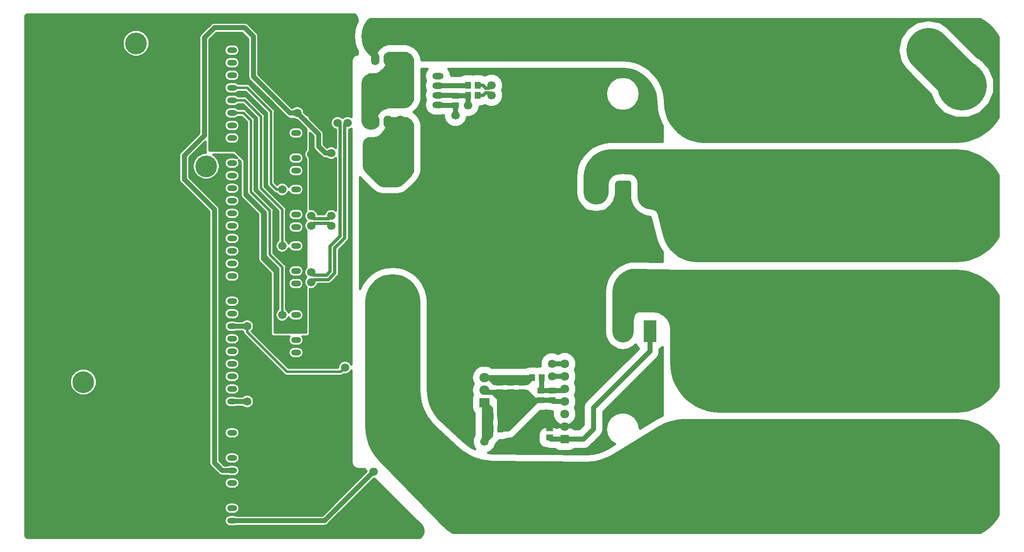
<source format=gbr>
G04 #@! TF.GenerationSoftware,KiCad,Pcbnew,(5.0.0-rc2-39-ga12b9db58)*
G04 #@! TF.CreationDate,2018-05-30T01:27:49-03:00*
G04 #@! TF.ProjectId,Mcc18,4D636331382E6B696361645F70636200,rev?*
G04 #@! TF.SameCoordinates,PX2fb84f0PY2607d70*
G04 #@! TF.FileFunction,Copper,L2,Bot,Signal*
G04 #@! TF.FilePolarity,Positive*
%FSLAX46Y46*%
G04 Gerber Fmt 4.6, Leading zero omitted, Abs format (unit mm)*
G04 Created by KiCad (PCBNEW (5.0.0-rc2-39-ga12b9db58)) date Wed May 30 01:27:49 2018*
%MOMM*%
%LPD*%
G01*
G04 APERTURE LIST*
G04 #@! TA.AperFunction,ComponentPad*
%ADD10O,1.700000X2.540000*%
G04 #@! TD*
G04 #@! TA.AperFunction,ComponentPad*
%ADD11O,2.300000X1.300000*%
G04 #@! TD*
G04 #@! TA.AperFunction,ComponentPad*
%ADD12O,2.000000X1.200000*%
G04 #@! TD*
G04 #@! TA.AperFunction,ComponentPad*
%ADD13R,2.500000X4.500000*%
G04 #@! TD*
G04 #@! TA.AperFunction,ComponentPad*
%ADD14O,2.500000X4.500000*%
G04 #@! TD*
G04 #@! TA.AperFunction,ComponentPad*
%ADD15C,1.800000*%
G04 #@! TD*
G04 #@! TA.AperFunction,ComponentPad*
%ADD16R,1.800000X1.800000*%
G04 #@! TD*
G04 #@! TA.AperFunction,ComponentPad*
%ADD17C,5.000000*%
G04 #@! TD*
G04 #@! TA.AperFunction,ComponentPad*
%ADD18C,4.400000*%
G04 #@! TD*
G04 #@! TA.AperFunction,SMDPad,CuDef*
%ADD19R,1.400000X1.295000*%
G04 #@! TD*
G04 #@! TA.AperFunction,ComponentPad*
%ADD20O,2.000000X1.905000*%
G04 #@! TD*
G04 #@! TA.AperFunction,ComponentPad*
%ADD21R,2.000000X1.905000*%
G04 #@! TD*
G04 #@! TA.AperFunction,ComponentPad*
%ADD22C,2.200000*%
G04 #@! TD*
G04 #@! TA.AperFunction,SMDPad,CuDef*
%ADD23R,1.295000X1.400000*%
G04 #@! TD*
G04 #@! TA.AperFunction,ComponentPad*
%ADD24C,2.400000*%
G04 #@! TD*
G04 #@! TA.AperFunction,ComponentPad*
%ADD25C,10.000000*%
G04 #@! TD*
G04 #@! TA.AperFunction,ComponentPad*
%ADD26C,3.000000*%
G04 #@! TD*
G04 #@! TA.AperFunction,ViaPad*
%ADD27C,1.700000*%
G04 #@! TD*
G04 #@! TA.AperFunction,Conductor*
%ADD28C,1.000000*%
G04 #@! TD*
G04 #@! TA.AperFunction,Conductor*
%ADD29C,9.000000*%
G04 #@! TD*
G04 #@! TA.AperFunction,Conductor*
%ADD30C,0.508000*%
G04 #@! TD*
G04 #@! TA.AperFunction,Conductor*
%ADD31C,0.800000*%
G04 #@! TD*
G04 #@! TA.AperFunction,Conductor*
%ADD32C,0.635000*%
G04 #@! TD*
G04 #@! TA.AperFunction,Conductor*
%ADD33C,0.254000*%
G04 #@! TD*
G04 APERTURE END LIST*
D10*
G04 #@! TO.P,U1,5*
G04 #@! TO.N,Net-(U1-Pad3)*
X73914000Y-9652000D03*
G04 #@! TO.P,U1,4*
G04 #@! TO.N,/-Vp*
X71374000Y-9652000D03*
G04 #@! TO.P,U1,6*
G04 #@! TO.N,Net-(U1-Pad3)*
X76454000Y-9652000D03*
D11*
G04 #@! TO.P,U1,7*
G04 #@! TO.N,+5V*
X84074000Y-18948400D03*
G04 #@! TO.P,U1,8*
G04 #@! TO.N,GND*
X84074000Y-17018000D03*
G04 #@! TO.P,U1,9*
G04 #@! TO.N,/+Ip*
X84074000Y-15087600D03*
G04 #@! TO.P,U1,10*
G04 #@! TO.N,Net-(U1-Pad10)*
X84074000Y-13157200D03*
D10*
G04 #@! TO.P,U1,1*
G04 #@! TO.N,Net-(L1-Pad1)*
X76454000Y-22352000D03*
G04 #@! TO.P,U1,3*
G04 #@! TO.N,Net-(U1-Pad3)*
X71374000Y-22352000D03*
G04 #@! TO.P,U1,2*
G04 #@! TO.N,Net-(L1-Pad1)*
X73914000Y-22352000D03*
G04 #@! TD*
D12*
G04 #@! TO.P,U4,17*
G04 #@! TO.N,+5VA*
X55372000Y-24638000D03*
G04 #@! TO.P,U4,1*
G04 #@! TO.N,/Vp_sen-*
X55372000Y-69088000D03*
G04 #@! TO.P,U4,2*
G04 #@! TO.N,/Vp_sen+*
X55372000Y-66548000D03*
G04 #@! TO.P,U4,3*
G04 #@! TO.N,GNDA*
X55372000Y-64008000D03*
G04 #@! TO.P,U4,4*
G04 #@! TO.N,/Vpanel_adc+*
X55372000Y-61468000D03*
G04 #@! TO.P,U4,5*
G04 #@! TO.N,GNDA*
X55372000Y-57658000D03*
G04 #@! TO.P,U4,6*
G04 #@! TO.N,/Ip_sen+*
X55372000Y-55118000D03*
G04 #@! TO.P,U4,7*
G04 #@! TO.N,/Ip_sen-*
X55372000Y-52578000D03*
G04 #@! TO.P,U4,8*
G04 #@! TO.N,GNDA*
X55372000Y-50038000D03*
G04 #@! TO.P,U4,9*
G04 #@! TO.N,/Ipanel_adc+*
X55372000Y-47498000D03*
G04 #@! TO.P,U4,10*
G04 #@! TO.N,/Vb_sen+*
X55372000Y-43688000D03*
G04 #@! TO.P,U4,11*
G04 #@! TO.N,/Vb_sen-*
X55372000Y-41148000D03*
G04 #@! TO.P,U4,12*
G04 #@! TO.N,GNDA*
X55372000Y-38608000D03*
G04 #@! TO.P,U4,13*
G04 #@! TO.N,/Vbat_adc+*
X55372000Y-36068000D03*
G04 #@! TO.P,U4,14*
G04 #@! TO.N,/BatOVInterrupt*
X55372000Y-32258000D03*
G04 #@! TO.P,U4,15*
G04 #@! TO.N,/PWM*
X55372000Y-29718000D03*
G04 #@! TO.P,U4,16*
G04 #@! TO.N,GNDA*
X55372000Y-27178000D03*
G04 #@! TD*
D13*
G04 #@! TO.P,Q1,1*
G04 #@! TO.N,/Gate*
X126978000Y-64770000D03*
D14*
G04 #@! TO.P,Q1,2*
G04 #@! TO.N,/-B*
X121528000Y-64770000D03*
G04 #@! TO.P,Q1,3*
G04 #@! TO.N,/Source*
X116078000Y-64770000D03*
G04 #@! TD*
G04 #@! TO.P,D1,3*
G04 #@! TO.N,/+Vp*
X126978000Y-36576000D03*
G04 #@! TO.P,D1,2*
G04 #@! TO.N,/Source*
X121528000Y-36576000D03*
D13*
G04 #@! TO.P,D1,1*
G04 #@! TO.N,/+Vp*
X116078000Y-36576000D03*
G04 #@! TD*
D15*
G04 #@! TO.P,U2,2*
G04 #@! TO.N,/Source*
X109728000Y-84074000D03*
D16*
G04 #@! TO.P,U2,1*
G04 #@! TO.N,/Gate*
X109728000Y-86614000D03*
D15*
G04 #@! TO.P,U2,7*
G04 #@! TO.N,GND*
X109728000Y-71374000D03*
G04 #@! TO.P,U2,3*
G04 #@! TO.N,Net-(U2-Pad3)*
X109728000Y-81534000D03*
G04 #@! TO.P,U2,4*
G04 #@! TO.N,GND*
X109728000Y-78994000D03*
G04 #@! TO.P,U2,6*
G04 #@! TO.N,/PWM*
X109728000Y-73914000D03*
G04 #@! TO.P,U2,5*
G04 #@! TO.N,Net-(C10-Pad1)*
X109728000Y-76454000D03*
G04 #@! TD*
D17*
G04 #@! TO.P,L1,3*
G04 #@! TO.N,/+B*
X74168000Y-60960000D03*
G04 #@! TO.P,L1,1*
G04 #@! TO.N,Net-(L1-Pad1)*
X74168000Y-31877000D03*
G04 #@! TO.P,L1,4*
G04 #@! TO.N,/Source*
X103251000Y-60960000D03*
G04 #@! TO.P,L1,2*
X103251000Y-31877000D03*
G04 #@! TD*
D18*
G04 #@! TO.P,U5,40*
G04 #@! TO.N,N/C*
X12319000Y-75056000D03*
G04 #@! TO.P,U5,39*
X22987000Y-6477000D03*
G04 #@! TO.P,U5,38*
X37187274Y-31369000D03*
D12*
G04 #@! TO.P,U5,37*
G04 #@! TO.N,GNDA*
X42418000Y-5334000D03*
G04 #@! TO.P,U5,36*
G04 #@! TO.N,Net-(U5-Pad36)*
X42418000Y-7874000D03*
G04 #@! TO.P,U5,35*
G04 #@! TO.N,Net-(U5-Pad35)*
X42418000Y-10414000D03*
G04 #@! TO.P,U5,34*
G04 #@! TO.N,Net-(U5-Pad34)*
X42418000Y-12954000D03*
G04 #@! TO.P,U5,33*
G04 #@! TO.N,/Vbat_adc+*
X42418000Y-15494000D03*
G04 #@! TO.P,U5,32*
G04 #@! TO.N,/Ipanel_adc+*
X42418000Y-18034000D03*
G04 #@! TO.P,U5,31*
G04 #@! TO.N,/Vpanel_adc+*
X42418000Y-20574000D03*
G04 #@! TO.P,U5,30*
G04 #@! TO.N,Net-(U5-Pad30)*
X42418000Y-23114000D03*
G04 #@! TO.P,U5,29*
G04 #@! TO.N,Net-(U5-Pad29)*
X42418000Y-25654000D03*
G04 #@! TO.P,U5,28*
G04 #@! TO.N,Net-(U5-Pad28)*
X42418000Y-30734000D03*
G04 #@! TO.P,U5,27*
G04 #@! TO.N,Net-(U5-Pad27)*
X42418000Y-33274000D03*
G04 #@! TO.P,U5,26*
G04 #@! TO.N,Net-(U5-Pad26)*
X42418000Y-35814000D03*
G04 #@! TO.P,U5,25*
G04 #@! TO.N,Net-(U5-Pad25)*
X42418000Y-38354000D03*
G04 #@! TO.P,U5,24*
G04 #@! TO.N,Net-(U5-Pad24)*
X42418000Y-40894000D03*
G04 #@! TO.P,U5,23*
G04 #@! TO.N,Net-(U5-Pad23)*
X42418000Y-43434000D03*
G04 #@! TO.P,U5,22*
G04 #@! TO.N,Net-(U5-Pad22)*
X42418000Y-45974000D03*
G04 #@! TO.P,U5,21*
G04 #@! TO.N,Net-(U5-Pad21)*
X42418000Y-48514000D03*
G04 #@! TO.P,U5,20*
G04 #@! TO.N,Net-(U5-Pad20)*
X42418000Y-51054000D03*
G04 #@! TO.P,U5,19*
G04 #@! TO.N,Net-(U5-Pad19)*
X42418000Y-53594000D03*
G04 #@! TO.P,U5,18*
G04 #@! TO.N,GND*
X42418000Y-56134000D03*
G04 #@! TO.P,U5,17*
G04 #@! TO.N,Net-(U5-Pad17)*
X42418000Y-58674000D03*
G04 #@! TO.P,U5,16*
G04 #@! TO.N,Net-(U5-Pad16)*
X42418000Y-61214000D03*
G04 #@! TO.P,U5,15*
G04 #@! TO.N,/PWM*
X42418000Y-63754000D03*
G04 #@! TO.P,U5,14*
G04 #@! TO.N,Net-(U5-Pad14)*
X42418000Y-66294000D03*
G04 #@! TO.P,U5,13*
G04 #@! TO.N,Net-(U5-Pad13)*
X42418000Y-68834000D03*
G04 #@! TO.P,U5,12*
G04 #@! TO.N,Net-(U5-Pad12)*
X42418000Y-71374000D03*
G04 #@! TO.P,U5,11*
G04 #@! TO.N,Net-(U5-Pad11)*
X42418000Y-73914000D03*
G04 #@! TO.P,U5,10*
G04 #@! TO.N,Net-(U5-Pad10)*
X42418000Y-76454000D03*
G04 #@! TO.P,U5,9*
G04 #@! TO.N,/BatOVInterrupt*
X42418000Y-78994000D03*
G04 #@! TO.P,U5,8*
G04 #@! TO.N,Net-(U5-Pad8)*
X42418000Y-85344000D03*
G04 #@! TO.P,U5,7*
G04 #@! TO.N,GND*
X42418000Y-87884000D03*
G04 #@! TO.P,U5,6*
G04 #@! TO.N,Net-(U5-Pad6)*
X42418000Y-90424000D03*
G04 #@! TO.P,U5,5*
G04 #@! TO.N,+5V*
X42418000Y-92964000D03*
G04 #@! TO.P,U5,4*
G04 #@! TO.N,Net-(U5-Pad4)*
X42418000Y-95504000D03*
G04 #@! TO.P,U5,3*
G04 #@! TO.N,GND*
X42418000Y-98044000D03*
G04 #@! TO.P,U5,2*
G04 #@! TO.N,Net-(U5-Pad2)*
X42418000Y-100584000D03*
G04 #@! TO.P,U5,1*
G04 #@! TO.N,/+18V_OUT*
X42418000Y-103124000D03*
G04 #@! TD*
D19*
G04 #@! TO.P,C4,1*
G04 #@! TO.N,+12V*
X96520000Y-75184000D03*
G04 #@! TO.P,C4,2*
G04 #@! TO.N,GND*
X96520000Y-77119000D03*
G04 #@! TD*
D20*
G04 #@! TO.P,U3,3*
G04 #@! TO.N,+12V*
X93472000Y-74168000D03*
G04 #@! TO.P,U3,2*
G04 #@! TO.N,GND*
X93472000Y-76708000D03*
D21*
G04 #@! TO.P,U3,1*
G04 #@! TO.N,/+18V_OUT*
X93472000Y-79248000D03*
G04 #@! TD*
D22*
G04 #@! TO.P,Ci2,2*
G04 #@! TO.N,/+Vp*
X170180000Y-34304000D03*
G04 #@! TO.P,Ci2,1*
G04 #@! TO.N,/-Vp*
X170180000Y-19304000D03*
G04 #@! TD*
G04 #@! TO.P,Ci1,2*
G04 #@! TO.N,/+Vp*
X180340000Y-34304000D03*
G04 #@! TO.P,Ci1,1*
G04 #@! TO.N,/-Vp*
X180340000Y-19304000D03*
G04 #@! TD*
G04 #@! TO.P,Ci3,2*
G04 #@! TO.N,/+Vp*
X160020000Y-34304000D03*
G04 #@! TO.P,Ci3,1*
G04 #@! TO.N,/-Vp*
X160020000Y-19304000D03*
G04 #@! TD*
D23*
G04 #@! TO.P,L3,2*
G04 #@! TO.N,Net-(C10-Pad1)*
X105107500Y-74168000D03*
G04 #@! TO.P,L3,1*
G04 #@! TO.N,+12V*
X103172500Y-74168000D03*
G04 #@! TD*
D19*
G04 #@! TO.P,C5,2*
G04 #@! TO.N,GND*
X98806000Y-77119000D03*
G04 #@! TO.P,C5,1*
G04 #@! TO.N,+12V*
X98806000Y-75184000D03*
G04 #@! TD*
D23*
G04 #@! TO.P,C2,1*
G04 #@! TO.N,/+18V_OUT*
X94742000Y-84582000D03*
G04 #@! TO.P,C2,2*
G04 #@! TO.N,GND*
X96677000Y-84582000D03*
G04 #@! TD*
D19*
G04 #@! TO.P,C10,2*
G04 #@! TO.N,GND*
X104902000Y-78740000D03*
G04 #@! TO.P,C10,1*
G04 #@! TO.N,Net-(C10-Pad1)*
X104902000Y-76805000D03*
G04 #@! TD*
G04 #@! TO.P,C8,1*
G04 #@! TO.N,+12V*
X101092000Y-75184000D03*
G04 #@! TO.P,C8,2*
G04 #@! TO.N,GND*
X101092000Y-77119000D03*
G04 #@! TD*
G04 #@! TO.P,C9,2*
G04 #@! TO.N,GND*
X107188000Y-78740000D03*
G04 #@! TO.P,C9,1*
G04 #@! TO.N,Net-(C10-Pad1)*
X107188000Y-76805000D03*
G04 #@! TD*
G04 #@! TO.P,C1,2*
G04 #@! TO.N,+5V*
X87630000Y-19050000D03*
G04 #@! TO.P,C1,1*
G04 #@! TO.N,GND*
X87630000Y-17115000D03*
G04 #@! TD*
D23*
G04 #@! TO.P,C3,2*
G04 #@! TO.N,GND*
X96677000Y-82042000D03*
G04 #@! TO.P,C3,1*
G04 #@! TO.N,/+18V_OUT*
X94742000Y-82042000D03*
G04 #@! TD*
D24*
G04 #@! TO.P,Co2,2*
G04 #@! TO.N,/-B*
X164592000Y-67750000D03*
G04 #@! TO.P,Co2,1*
G04 #@! TO.N,/+B*
X164592000Y-95250000D03*
G04 #@! TD*
G04 #@! TO.P,Cc1,1*
G04 #@! TO.N,/-B*
X177292000Y-64770000D03*
G04 #@! TO.P,Cc1,2*
G04 #@! TO.N,/+Vp*
X177292000Y-37270000D03*
G04 #@! TD*
G04 #@! TO.P,Cc2,2*
G04 #@! TO.N,/+Vp*
X164592000Y-37270000D03*
G04 #@! TO.P,Cc2,1*
G04 #@! TO.N,/-B*
X164592000Y-64770000D03*
G04 #@! TD*
G04 #@! TO.P,Cc3,1*
G04 #@! TO.N,/-B*
X151892000Y-64770000D03*
G04 #@! TO.P,Cc3,2*
G04 #@! TO.N,/+Vp*
X151892000Y-37270000D03*
G04 #@! TD*
G04 #@! TO.P,Co1,2*
G04 #@! TO.N,/-B*
X177292000Y-67750000D03*
G04 #@! TO.P,Co1,1*
G04 #@! TO.N,/+B*
X177292000Y-95250000D03*
G04 #@! TD*
G04 #@! TO.P,Cc4,1*
G04 #@! TO.N,/-B*
X139192000Y-64770000D03*
G04 #@! TO.P,Cc4,2*
G04 #@! TO.N,/+Vp*
X139192000Y-37270000D03*
G04 #@! TD*
G04 #@! TO.P,Co3,2*
G04 #@! TO.N,/-B*
X151892000Y-67750000D03*
G04 #@! TO.P,Co3,1*
G04 #@! TO.N,/+B*
X151892000Y-95250000D03*
G04 #@! TD*
D25*
G04 #@! TO.P,Screw4,1*
G04 #@! TO.N,/+B*
X190164000Y-90094000D03*
G04 #@! TD*
G04 #@! TO.P,Screw3,1*
G04 #@! TO.N,/-B*
X190164000Y-65094000D03*
G04 #@! TD*
G04 #@! TO.P,Screw2,1*
G04 #@! TO.N,/+Vp*
X190164000Y-40094000D03*
G04 #@! TD*
G04 #@! TO.P,Screw1,1*
G04 #@! TO.N,/-P_unfused*
X190164000Y-15094000D03*
G04 #@! TD*
D26*
G04 #@! TO.P,F1,2*
G04 #@! TO.N,/-P_unfused*
X183235600Y-7493000D03*
G04 #@! TO.P,F1,1*
G04 #@! TO.N,/-Vp*
X160782000Y-7493000D03*
G04 #@! TD*
D19*
G04 #@! TO.P,R1,2*
G04 #@! TO.N,/Gate*
X106680000Y-86311500D03*
G04 #@! TO.P,R1,1*
G04 #@! TO.N,/Source*
X106680000Y-84376500D03*
G04 #@! TD*
D23*
G04 #@! TO.P,R105,2*
G04 #@! TO.N,/Ip_sen+*
X92153500Y-14986000D03*
G04 #@! TO.P,R105,1*
G04 #@! TO.N,/+Ip*
X90218500Y-14986000D03*
G04 #@! TD*
G04 #@! TO.P,R106,1*
G04 #@! TO.N,GND*
X90218500Y-17018000D03*
G04 #@! TO.P,R106,2*
G04 #@! TO.N,/Ip_sen-*
X92153500Y-17018000D03*
G04 #@! TD*
D27*
G04 #@! TO.N,+5V*
X87630000Y-21082002D03*
X55626000Y-20574000D03*
X62484000Y-28702000D03*
G04 #@! TO.N,/+Vp*
X141224000Y-28956000D03*
G04 #@! TO.N,/-B*
X141224000Y-80264000D03*
G04 #@! TO.N,GND*
X90170000Y-19050000D03*
X62484000Y-26416000D03*
X98709000Y-80010000D03*
X107188000Y-71374000D03*
X55626000Y-17780000D03*
X65786000Y-93980000D03*
X65278000Y-70104000D03*
X65278000Y-74676000D03*
X58420000Y-28956000D03*
X62484000Y-30988000D03*
G04 #@! TO.N,/+18V_OUT*
X93472000Y-87122000D03*
X71019396Y-93247570D03*
G04 #@! TO.N,/Vbat_adc+*
X52578000Y-36068000D03*
G04 #@! TO.N,/Vpanel_adc+*
X52578000Y-61468000D03*
G04 #@! TO.N,/Ipanel_adc+*
X52578000Y-47498000D03*
G04 #@! TO.N,/PWM*
X45466000Y-63754000D03*
X107188000Y-73914000D03*
X65278000Y-72136000D03*
G04 #@! TO.N,/BatOVInterrupt*
X45466000Y-78994000D03*
G04 #@! TO.N,/+B*
X141224000Y-83566000D03*
G04 #@! TO.N,/-Vp*
X141224000Y-25654000D03*
G04 #@! TO.N,/Vb_sen+*
X58420000Y-43420400D03*
X62484000Y-43420400D03*
G04 #@! TO.N,/Vb_sen-*
X58420000Y-41415600D03*
X62484000Y-41415600D03*
G04 #@! TO.N,/Ip_sen+*
X94956186Y-14999600D03*
X58420000Y-54850400D03*
X65772400Y-22606000D03*
G04 #@! TO.N,/Ip_sen-*
X94956186Y-17004400D03*
X58420000Y-52845600D03*
X63767600Y-22606000D03*
G04 #@! TD*
D28*
G04 #@! TO.N,+5V*
X84175600Y-19050000D02*
X84074000Y-18948400D01*
X87630000Y-19050000D02*
X84175600Y-19050000D01*
X87630000Y-19050000D02*
X87630000Y-21082002D01*
X38862000Y-91408000D02*
X40418000Y-92964000D01*
X38862000Y-40132000D02*
X38862000Y-91408000D01*
X40418000Y-92964000D02*
X42418000Y-92964000D01*
X32766000Y-34036000D02*
X38862000Y-40132000D01*
X36830000Y-5334000D02*
X36830000Y-25146000D01*
X54102000Y-20574000D02*
X46736000Y-13208000D01*
X36830000Y-25146000D02*
X32766000Y-29210000D01*
X55626000Y-20574000D02*
X54102000Y-20574000D01*
X46736000Y-13208000D02*
X46736000Y-5080000D01*
X46736000Y-5080000D02*
X44958000Y-3302000D01*
X44958000Y-3302000D02*
X38862000Y-3302000D01*
X32766000Y-29210000D02*
X32766000Y-34036000D01*
X38862000Y-3302000D02*
X36830000Y-5334000D01*
X59944000Y-24892000D02*
X55626000Y-20574000D01*
X59944000Y-27364081D02*
X59944000Y-24892000D01*
X61281919Y-28702000D02*
X59944000Y-27364081D01*
X62484000Y-28702000D02*
X61281919Y-28702000D01*
G04 #@! TO.N,+12V*
X96520000Y-75184000D02*
X98806000Y-75184000D01*
X102156500Y-75184000D02*
X103172500Y-74168000D01*
X101092000Y-75184000D02*
X102156500Y-75184000D01*
X95504000Y-74168000D02*
X96520000Y-75184000D01*
X93472000Y-74168000D02*
X95504000Y-74168000D01*
X96520000Y-75184000D02*
X97536000Y-74168000D01*
X97790000Y-74168000D02*
X98806000Y-75184000D01*
X97536000Y-74168000D02*
X97790000Y-74168000D01*
X99568000Y-75184000D02*
X99568000Y-74676000D01*
X97536000Y-74168000D02*
X100076000Y-74168000D01*
X99568000Y-74676000D02*
X100076000Y-74168000D01*
X99568000Y-75184000D02*
X101092000Y-75184000D01*
X98806000Y-75184000D02*
X99568000Y-75184000D01*
X101092000Y-75184000D02*
X100076000Y-74168000D01*
X101092000Y-75184000D02*
X102108000Y-74168000D01*
X100076000Y-74168000D02*
X102108000Y-74168000D01*
X102108000Y-74168000D02*
X103172500Y-74168000D01*
X96520000Y-75184000D02*
X95504000Y-75184000D01*
X95504000Y-75184000D02*
X94488000Y-74168000D01*
X93472000Y-74168000D02*
X94488000Y-74168000D01*
X94488000Y-74168000D02*
X97536000Y-74168000D01*
G04 #@! TO.N,Net-(C10-Pad1)*
X105107500Y-76599500D02*
X104902000Y-76805000D01*
X105107500Y-74168000D02*
X105107500Y-76599500D01*
X109377000Y-76805000D02*
X109728000Y-76454000D01*
X107188000Y-76805000D02*
X109377000Y-76805000D01*
X107188000Y-76805000D02*
X104902000Y-76805000D01*
D29*
G04 #@! TO.N,/-P_unfused*
X190164000Y-15094000D02*
X190164000Y-14421400D01*
X190316400Y-14802400D02*
X183388000Y-7874000D01*
D30*
G04 #@! TO.N,/Gate*
X126978000Y-67528000D02*
X126978000Y-64770000D01*
D31*
X126978000Y-64770000D02*
X126978000Y-68299500D01*
D28*
X115570000Y-84582000D02*
X113538000Y-86614000D01*
X115570000Y-80264000D02*
X115570000Y-84582000D01*
X113538000Y-86614000D02*
X109728000Y-86614000D01*
X126978000Y-64770000D02*
X126978000Y-68856000D01*
X126978000Y-68856000D02*
X115570000Y-80264000D01*
X106982500Y-86614000D02*
X106680000Y-86311500D01*
X109728000Y-86614000D02*
X106982500Y-86614000D01*
G04 #@! TO.N,GND*
X87533000Y-17018000D02*
X87630000Y-17115000D01*
X84074000Y-17018000D02*
X87533000Y-17018000D01*
X90121500Y-17115000D02*
X90218500Y-17018000D01*
X87630000Y-17115000D02*
X90121500Y-17115000D01*
X96677000Y-84582000D02*
X96677000Y-82042000D01*
X96520000Y-81885000D02*
X96677000Y-82042000D01*
X96520000Y-77119000D02*
X96520000Y-81885000D01*
X93883000Y-77119000D02*
X93472000Y-76708000D01*
X107442000Y-78994000D02*
X107188000Y-78740000D01*
X109728000Y-78994000D02*
X107442000Y-78994000D01*
X107188000Y-78740000D02*
X104902000Y-78740000D01*
X102713000Y-78740000D02*
X101092000Y-77119000D01*
X104902000Y-78740000D02*
X102713000Y-78740000D01*
X99979000Y-78740000D02*
X98709000Y-80010000D01*
X96677000Y-79248000D02*
X98806000Y-77119000D01*
X96677000Y-82042000D02*
X96677000Y-79248000D01*
X96520000Y-77119000D02*
X97536000Y-77119000D01*
X96677000Y-77978000D02*
X97536000Y-77119000D01*
X97536000Y-77119000D02*
X101092000Y-77119000D01*
X96800500Y-80772000D02*
X96677000Y-80772000D01*
X96677000Y-82042000D02*
X96677000Y-80772000D01*
X98806000Y-78766500D02*
X96800500Y-80772000D01*
X96677000Y-80772000D02*
X96677000Y-77978000D01*
X97536000Y-79248000D02*
X98806000Y-77978000D01*
X96677000Y-79248000D02*
X97536000Y-79248000D01*
X98806000Y-77119000D02*
X98806000Y-77978000D01*
X98806000Y-77978000D02*
X98806000Y-78766500D01*
X98806000Y-78766500D02*
X98806000Y-78740000D01*
X98806000Y-78740000D02*
X99568000Y-77978000D01*
X99568000Y-77978000D02*
X101346000Y-77978000D01*
X96520000Y-78389000D02*
X95250000Y-77119000D01*
X96520000Y-79091000D02*
X96520000Y-78389000D01*
X96520000Y-77119000D02*
X95250000Y-77119000D01*
X96677000Y-79248000D02*
X96520000Y-79091000D01*
X95250000Y-77119000D02*
X93883000Y-77119000D01*
X101092000Y-77119000D02*
X102011000Y-77119000D01*
X102011000Y-77119000D02*
X103632000Y-78740000D01*
X104902000Y-78740000D02*
X103632000Y-78740000D01*
X103632000Y-78740000D02*
X99979000Y-78740000D01*
X100819000Y-78740000D02*
X104902000Y-78740000D01*
X96677000Y-82882000D02*
X100819000Y-78740000D01*
X96677000Y-84582000D02*
X98324500Y-84582000D01*
X103632000Y-79248000D02*
X104140000Y-78740000D01*
X103632000Y-79274500D02*
X103632000Y-79248000D01*
X97028000Y-84582000D02*
X96677000Y-84582000D01*
X102362000Y-79248000D02*
X97028000Y-84582000D01*
X96677000Y-83820000D02*
X96774000Y-83820000D01*
X96677000Y-83820000D02*
X96677000Y-82882000D01*
X101346000Y-79248000D02*
X102362000Y-79248000D01*
X96774000Y-83820000D02*
X101346000Y-79248000D01*
X103634304Y-79248000D02*
X102362000Y-79248000D01*
X98324500Y-84582000D02*
X103634304Y-79248000D01*
X103634304Y-79248000D02*
X104140000Y-78740000D01*
X90218500Y-19001500D02*
X90170000Y-19050000D01*
X90218500Y-17018000D02*
X90218500Y-19001500D01*
X98709000Y-80010000D02*
X96677000Y-82042000D01*
X62484000Y-26416000D02*
X61634001Y-25566001D01*
X61634001Y-23788001D02*
X55626000Y-17780000D01*
X61634001Y-25566001D02*
X61634001Y-23788001D01*
D30*
X44958000Y-56134000D02*
X42418000Y-56134000D01*
X47498000Y-58674000D02*
X44958000Y-56134000D01*
X53848000Y-71628000D02*
X47498000Y-65278000D01*
X47498000Y-65278000D02*
X47498000Y-58674000D01*
X65278000Y-70104000D02*
X64008000Y-70104000D01*
X62484000Y-71628000D02*
X53848000Y-71628000D01*
X64008000Y-70104000D02*
X62484000Y-71628000D01*
D28*
X107188000Y-71374000D02*
X109728000Y-71374000D01*
G04 #@! TO.N,/+18V_OUT*
X94742000Y-85852000D02*
X94742000Y-83312000D01*
X94742000Y-83312000D02*
X93472000Y-83312000D01*
X93472000Y-83312000D02*
X93472000Y-79248000D01*
X94742000Y-85852000D02*
X93472000Y-87122000D01*
X93472000Y-87122000D02*
X93472000Y-83312000D01*
X93980000Y-85090000D02*
X94742000Y-85852000D01*
X93472000Y-79248000D02*
X94742000Y-80518000D01*
X94742000Y-80518000D02*
X94742000Y-83312000D01*
X93472000Y-79248000D02*
X93472000Y-80264000D01*
X93472000Y-80264000D02*
X93980000Y-80772000D01*
X94742000Y-82042000D02*
X93980000Y-82042000D01*
X93980000Y-80772000D02*
X93980000Y-82042000D01*
X94234000Y-84582000D02*
X93980000Y-84328000D01*
X94742000Y-84582000D02*
X94234000Y-84582000D01*
X93980000Y-84328000D02*
X93980000Y-85090000D01*
X93980000Y-83820000D02*
X93980000Y-84328000D01*
X93980000Y-82042000D02*
X93980000Y-82550000D01*
X93980000Y-85852000D02*
X94742000Y-85852000D01*
X61142966Y-103124000D02*
X71019396Y-93247570D01*
X42418000Y-103124000D02*
X61142966Y-103124000D01*
D30*
G04 #@! TO.N,/Vbat_adc+*
X45466000Y-15494000D02*
X42418000Y-15494000D01*
X50292000Y-20320000D02*
X45466000Y-15494000D01*
X50292000Y-34984081D02*
X50292000Y-20320000D01*
X52578000Y-36068000D02*
X51375919Y-36068000D01*
X51375919Y-36068000D02*
X50292000Y-34984081D01*
G04 #@! TO.N,/Vpanel_adc+*
X44704000Y-20574000D02*
X42418000Y-20574000D01*
X52578000Y-51816000D02*
X50038000Y-49276000D01*
X52578000Y-61468000D02*
X52578000Y-51816000D01*
X50038000Y-49276000D02*
X50038000Y-40386000D01*
X50038000Y-40386000D02*
X46228000Y-36576000D01*
X46228000Y-36576000D02*
X46228000Y-22098000D01*
X46228000Y-22098000D02*
X44704000Y-20574000D01*
G04 #@! TO.N,/Ipanel_adc+*
X44958000Y-18034000D02*
X42418000Y-18034000D01*
X48260000Y-21336000D02*
X44958000Y-18034000D01*
X48260000Y-35814000D02*
X48260000Y-21336000D01*
X52578000Y-47498000D02*
X52578000Y-40132000D01*
X52578000Y-40132000D02*
X48260000Y-35814000D01*
G04 #@! TO.N,/PWM*
X45466000Y-63754000D02*
X45466000Y-64956081D01*
X45466000Y-64956081D02*
X53495918Y-72985999D01*
X64428001Y-72985999D02*
X65278000Y-72136000D01*
X53495918Y-72985999D02*
X64428001Y-72985999D01*
D28*
X44418000Y-63754000D02*
X42418000Y-63754000D01*
X42418000Y-63754000D02*
X45466000Y-63754000D01*
X109728000Y-73914000D02*
X107188000Y-73914000D01*
G04 #@! TO.N,/BatOVInterrupt*
X42418000Y-78994000D02*
X45466000Y-78994000D01*
D30*
G04 #@! TO.N,Net-(U5-Pad2)*
X42037000Y-100838000D02*
X41910000Y-100965000D01*
D32*
G04 #@! TO.N,/Vb_sen+*
X58420000Y-43420400D02*
X58952500Y-42887900D01*
X61951500Y-42887900D02*
X62484000Y-43420400D01*
X58952500Y-42887900D02*
X61951500Y-42887900D01*
G04 #@! TO.N,/Vb_sen-*
X58420000Y-41415600D02*
X58952500Y-41948100D01*
X58952500Y-41948100D02*
X61951500Y-41948100D01*
X61951500Y-41948100D02*
X62484000Y-41415600D01*
G04 #@! TO.N,/Ip_sen+*
X93749601Y-15532100D02*
X94423686Y-15532100D01*
X93203501Y-14986000D02*
X93749601Y-15532100D01*
X92153500Y-14986000D02*
X93203501Y-14986000D01*
X94423686Y-15532100D02*
X94956186Y-14999600D01*
X63207900Y-47946640D02*
X65239900Y-45914640D01*
X65239900Y-45914640D02*
X65239900Y-23138500D01*
X58952500Y-54317900D02*
X61916640Y-54317900D01*
X65239900Y-23138500D02*
X65772400Y-22606000D01*
X61916640Y-54317900D02*
X63207900Y-53026640D01*
X58420000Y-54850400D02*
X58952500Y-54317900D01*
X63207900Y-53026640D02*
X63207900Y-47946640D01*
D28*
G04 #@! TO.N,/+Ip*
X90116900Y-15087600D02*
X90218500Y-14986000D01*
X84074000Y-15087600D02*
X90116900Y-15087600D01*
D32*
G04 #@! TO.N,/Ip_sen-*
X93749601Y-16471900D02*
X94423686Y-16471900D01*
X92153500Y-17018000D02*
X93203501Y-17018000D01*
X94423686Y-16471900D02*
X94956186Y-17004400D01*
X93203501Y-17018000D02*
X93749601Y-16471900D01*
X64300100Y-23138500D02*
X63767600Y-22606000D01*
X64300100Y-45525360D02*
X64300100Y-23138500D01*
X62268100Y-47557360D02*
X64300100Y-45525360D01*
X62268100Y-52637360D02*
X62268100Y-47557360D01*
X58420000Y-52845600D02*
X58952500Y-53378100D01*
X61527360Y-53378100D02*
X62268100Y-52637360D01*
X58952500Y-53378100D02*
X61527360Y-53378100D01*
G04 #@! TD*
D30*
G04 #@! TO.N,/Source*
G36*
X81526137Y-12308947D02*
X81357409Y-13157200D01*
X81526137Y-14005453D01*
X81604278Y-14122400D01*
X81526137Y-14239347D01*
X81357409Y-15087600D01*
X81526137Y-15935853D01*
X81604278Y-16052800D01*
X81526137Y-16169747D01*
X81357409Y-17018000D01*
X81526137Y-17866253D01*
X81604278Y-17983200D01*
X81526137Y-18100147D01*
X81357409Y-18948400D01*
X81526137Y-19796653D01*
X82006633Y-20515767D01*
X82725747Y-20996263D01*
X83359881Y-21122400D01*
X84788119Y-21122400D01*
X85031442Y-21074000D01*
X85256000Y-21074000D01*
X85256000Y-21554220D01*
X85617420Y-22426765D01*
X86285237Y-23094582D01*
X87157782Y-23456002D01*
X88102218Y-23456002D01*
X88974763Y-23094582D01*
X89642580Y-22426765D01*
X90004000Y-21554220D01*
X90004000Y-21424000D01*
X90642218Y-21424000D01*
X91514763Y-21062580D01*
X92182580Y-20394763D01*
X92544000Y-19522218D01*
X92544000Y-19271856D01*
X92801000Y-19271856D01*
X93395635Y-19153576D01*
X93606874Y-19012431D01*
X93611423Y-19016980D01*
X94483968Y-19378400D01*
X95428404Y-19378400D01*
X96300949Y-19016980D01*
X96968766Y-18349163D01*
X97330186Y-17476618D01*
X97330186Y-16716000D01*
X118035289Y-16716000D01*
X118301156Y-18052603D01*
X119058280Y-19185720D01*
X120191397Y-19942844D01*
X121190610Y-20141600D01*
X121865390Y-20141600D01*
X122864603Y-19942844D01*
X123997720Y-19185720D01*
X124754844Y-18052603D01*
X125020711Y-16716000D01*
X124754844Y-15379397D01*
X123997720Y-14246280D01*
X122864603Y-13489156D01*
X121865390Y-13290400D01*
X121190610Y-13290400D01*
X120191397Y-13489156D01*
X119058280Y-14246280D01*
X118301156Y-15379397D01*
X118035289Y-16716000D01*
X97330186Y-16716000D01*
X97330186Y-16532182D01*
X97110577Y-16002000D01*
X97330186Y-15471818D01*
X97330186Y-14527382D01*
X96968766Y-13654837D01*
X96300949Y-12987020D01*
X95428404Y-12625600D01*
X94483968Y-12625600D01*
X93611423Y-12987020D01*
X93606874Y-12991569D01*
X93395635Y-12850424D01*
X92801000Y-12732144D01*
X91506000Y-12732144D01*
X91186000Y-12795796D01*
X90866000Y-12732144D01*
X89571000Y-12732144D01*
X88976365Y-12850424D01*
X88657325Y-13063600D01*
X86771973Y-13063600D01*
X86621863Y-12308947D01*
X86204287Y-11684000D01*
X121484570Y-11684000D01*
X122496365Y-11756365D01*
X123434244Y-11960388D01*
X124333545Y-12295810D01*
X125175948Y-12755797D01*
X125944316Y-13330990D01*
X126623010Y-14009684D01*
X127198203Y-14778052D01*
X127658190Y-15620455D01*
X127993612Y-16519756D01*
X128197635Y-17457635D01*
X128357907Y-19698530D01*
X128388852Y-19913759D01*
X128639214Y-21064652D01*
X128700474Y-21273285D01*
X129112076Y-22376834D01*
X129202405Y-22574626D01*
X129540000Y-23192885D01*
X129540000Y-26416000D01*
X119126000Y-26416000D01*
X118993175Y-26421799D01*
X118022829Y-26506693D01*
X117761213Y-26552823D01*
X116820350Y-26804927D01*
X116570721Y-26895785D01*
X115687930Y-27307437D01*
X115457869Y-27440263D01*
X114659972Y-27998957D01*
X114456472Y-28169713D01*
X113767713Y-28858472D01*
X113596957Y-29061972D01*
X113038263Y-29859869D01*
X112905437Y-30089930D01*
X112493785Y-30972721D01*
X112402927Y-31222350D01*
X112150823Y-32163213D01*
X112104693Y-32424829D01*
X112019799Y-33395175D01*
X112014000Y-33528000D01*
X112014000Y-36576000D01*
X112027038Y-36774921D01*
X112113586Y-37432321D01*
X112216555Y-37816609D01*
X112470302Y-38429209D01*
X112669225Y-38773754D01*
X113072879Y-39299805D01*
X113354195Y-39581121D01*
X113401947Y-39617762D01*
X113656008Y-39997992D01*
X114193722Y-40357281D01*
X114828000Y-40483447D01*
X115009074Y-40483447D01*
X115221679Y-40540414D01*
X115879079Y-40626962D01*
X116078000Y-40640000D01*
X116205000Y-40640000D01*
X116403922Y-40626962D01*
X117028452Y-40544741D01*
X117257204Y-40483447D01*
X117328000Y-40483447D01*
X117962278Y-40357281D01*
X118499992Y-39997992D01*
X118663909Y-39752673D01*
X118839000Y-39618321D01*
X119120321Y-39337000D01*
X119503791Y-38837251D01*
X119702711Y-38492710D01*
X119943771Y-37910740D01*
X120046741Y-37526452D01*
X120128962Y-36901922D01*
X120142000Y-36703000D01*
X120142000Y-35287916D01*
X120176648Y-35024742D01*
X120239672Y-34872588D01*
X120339930Y-34741930D01*
X120470588Y-34641672D01*
X120622742Y-34578648D01*
X120885916Y-34544000D01*
X122625691Y-34544000D01*
X122776636Y-34563872D01*
X122824216Y-34583580D01*
X122865071Y-34614929D01*
X122896420Y-34655784D01*
X122916128Y-34703364D01*
X122936000Y-34854309D01*
X122936000Y-37437118D01*
X122951707Y-37655356D01*
X123056116Y-38376951D01*
X123179836Y-38795527D01*
X123484500Y-39457933D01*
X123721790Y-39824273D01*
X124201717Y-40373154D01*
X124357192Y-40527106D01*
X124474787Y-40627902D01*
X124618040Y-40736707D01*
X125155672Y-41097088D01*
X125475482Y-41260514D01*
X126082521Y-41485072D01*
X126431692Y-41569118D01*
X127039430Y-41641231D01*
X127092163Y-41649975D01*
X128192725Y-45852120D01*
X128224830Y-45958669D01*
X128561878Y-46945295D01*
X128648947Y-47149961D01*
X129126012Y-48077021D01*
X129241942Y-48266833D01*
X129540000Y-48683162D01*
X129540000Y-50713015D01*
X124183773Y-50591283D01*
X124029952Y-50595558D01*
X123100919Y-50668442D01*
X122798475Y-50723261D01*
X121902962Y-50981082D01*
X121617670Y-51095474D01*
X120792105Y-51527744D01*
X120535569Y-51697056D01*
X119813534Y-52286191D01*
X119598932Y-52500184D01*
X119005764Y-53222961D01*
X118839784Y-53471368D01*
X118399020Y-54295979D01*
X118284690Y-54571996D01*
X118013270Y-55466751D01*
X117954987Y-55759764D01*
X117863339Y-56690277D01*
X117856000Y-56839656D01*
X117856000Y-64897000D01*
X117869038Y-65095922D01*
X117942604Y-65654712D01*
X118045573Y-66038999D01*
X118261258Y-66559709D01*
X118460180Y-66904251D01*
X118803285Y-67351395D01*
X119084605Y-67632715D01*
X119531749Y-67975820D01*
X119876291Y-68174742D01*
X120072871Y-68256168D01*
X120405997Y-68478756D01*
X121528000Y-68701936D01*
X122650002Y-68478756D01*
X122947246Y-68280144D01*
X123201709Y-68174742D01*
X123546251Y-67975820D01*
X123993395Y-67632715D01*
X124159408Y-67466702D01*
X124196719Y-67654278D01*
X124556008Y-68191992D01*
X124690066Y-68281566D01*
X114279776Y-78691857D01*
X114110778Y-78804778D01*
X113663434Y-79474276D01*
X113546000Y-80064657D01*
X113546000Y-80064661D01*
X113506349Y-80264000D01*
X113546000Y-80463340D01*
X113546001Y-83743632D01*
X112699633Y-84590000D01*
X111688941Y-84590000D01*
X111222635Y-84278424D01*
X110628000Y-84160144D01*
X108828000Y-84160144D01*
X108233365Y-84278424D01*
X108141415Y-84339863D01*
X107974635Y-84228424D01*
X107380000Y-84110144D01*
X105980000Y-84110144D01*
X105385365Y-84228424D01*
X104881258Y-84565258D01*
X104544424Y-85069365D01*
X104426144Y-85664000D01*
X104426144Y-86959000D01*
X104544424Y-87553635D01*
X104881258Y-88057742D01*
X105385365Y-88394576D01*
X105980000Y-88512856D01*
X106181236Y-88512856D01*
X106192775Y-88520566D01*
X106783156Y-88638000D01*
X106783161Y-88638000D01*
X106982500Y-88677651D01*
X107181839Y-88638000D01*
X107767059Y-88638000D01*
X108233365Y-88949576D01*
X108828000Y-89067856D01*
X110628000Y-89067856D01*
X111222635Y-88949576D01*
X111688941Y-88638000D01*
X113338661Y-88638000D01*
X113538000Y-88677651D01*
X113737339Y-88638000D01*
X113737344Y-88638000D01*
X114327725Y-88520566D01*
X114997222Y-88073222D01*
X115110143Y-87904224D01*
X116860227Y-86154141D01*
X117029222Y-86041222D01*
X117476566Y-85371725D01*
X117594000Y-84781344D01*
X117594000Y-84781339D01*
X117633651Y-84582000D01*
X117594000Y-84382661D01*
X117594000Y-81102367D01*
X128268227Y-70428141D01*
X128437222Y-70315222D01*
X128647236Y-70000914D01*
X128884565Y-69645727D01*
X128884565Y-69645726D01*
X128884566Y-69645725D01*
X129002000Y-69055344D01*
X129002000Y-69055340D01*
X129041651Y-68856001D01*
X129002000Y-68656662D01*
X129002000Y-68457922D01*
X129399992Y-68191992D01*
X129540000Y-67982455D01*
X129540000Y-81905943D01*
X129335075Y-81979831D01*
X129142206Y-82064868D01*
X127898690Y-82719339D01*
X127807125Y-82771653D01*
X124996650Y-84509038D01*
X124754844Y-83293397D01*
X123997720Y-82160280D01*
X122864603Y-81403156D01*
X121865390Y-81204400D01*
X121190610Y-81204400D01*
X120191397Y-81403156D01*
X119058280Y-82160280D01*
X118301156Y-83293397D01*
X118035289Y-84630000D01*
X118301156Y-85966603D01*
X119058280Y-87099720D01*
X119898100Y-87660869D01*
X118839687Y-88315161D01*
X117716129Y-88904740D01*
X116571627Y-89312653D01*
X115381183Y-89555831D01*
X114114658Y-89632718D01*
X95180016Y-89447084D01*
X94226791Y-89378954D01*
X94816763Y-89134580D01*
X95484580Y-88466763D01*
X95834581Y-87621786D01*
X96032224Y-87424143D01*
X96201222Y-87311222D01*
X96518852Y-86835856D01*
X97324500Y-86835856D01*
X97919135Y-86717576D01*
X98086120Y-86606000D01*
X98127483Y-86606000D01*
X98329191Y-86645646D01*
X98721300Y-86566724D01*
X99114225Y-86488566D01*
X99116215Y-86487236D01*
X99118557Y-86486765D01*
X99450750Y-86263707D01*
X99783722Y-86041222D01*
X99897932Y-85870295D01*
X104804513Y-80941356D01*
X105602000Y-80941356D01*
X106045000Y-80853238D01*
X106488000Y-80941356D01*
X106857340Y-80941356D01*
X107242656Y-81018000D01*
X107242660Y-81018000D01*
X107312279Y-81031848D01*
X107304000Y-81051836D01*
X107304000Y-82016164D01*
X107673032Y-82907086D01*
X108354914Y-83588968D01*
X109245836Y-83958000D01*
X110210164Y-83958000D01*
X111101086Y-83588968D01*
X111782968Y-82907086D01*
X112152000Y-82016164D01*
X112152000Y-81051836D01*
X111825668Y-80264000D01*
X112152000Y-79476164D01*
X112152000Y-78511836D01*
X111825668Y-77724000D01*
X112152000Y-76936164D01*
X112152000Y-75971836D01*
X111825668Y-75184000D01*
X112152000Y-74396164D01*
X112152000Y-73431836D01*
X111825668Y-72644000D01*
X112152000Y-71856164D01*
X112152000Y-70891836D01*
X111782968Y-70000914D01*
X111101086Y-69319032D01*
X110210164Y-68950000D01*
X109245836Y-68950000D01*
X108392672Y-69303392D01*
X107660218Y-69000000D01*
X106715782Y-69000000D01*
X105843237Y-69361420D01*
X105175420Y-70029237D01*
X104814000Y-70901782D01*
X104814000Y-71846218D01*
X104842136Y-71914144D01*
X104460000Y-71914144D01*
X104140000Y-71977796D01*
X103820000Y-71914144D01*
X102525000Y-71914144D01*
X101930365Y-72032424D01*
X101763380Y-72144000D01*
X100275339Y-72144000D01*
X100076000Y-72104349D01*
X100075999Y-72104349D01*
X99876660Y-72144000D01*
X97989339Y-72144000D01*
X97790000Y-72104349D01*
X97663000Y-72129611D01*
X97536000Y-72104349D01*
X97336661Y-72144000D01*
X95703339Y-72144000D01*
X95504000Y-72104349D01*
X95304661Y-72144000D01*
X94947952Y-72144000D01*
X94485782Y-71835188D01*
X93763412Y-71691500D01*
X93180588Y-71691500D01*
X92458218Y-71835188D01*
X91639043Y-72382543D01*
X91091688Y-73201718D01*
X90899483Y-74168000D01*
X91091688Y-75134282D01*
X91294626Y-75438000D01*
X91091688Y-75741718D01*
X90899483Y-76708000D01*
X91083085Y-77631032D01*
X91036424Y-77700865D01*
X90918144Y-78295500D01*
X90918144Y-80200500D01*
X91036424Y-80795135D01*
X91373258Y-81299242D01*
X91448000Y-81349183D01*
X91448000Y-83112655D01*
X91408348Y-83312000D01*
X91448001Y-83511349D01*
X91448000Y-85804806D01*
X91098000Y-86649782D01*
X91098000Y-87594218D01*
X91459420Y-88466763D01*
X91646285Y-88653628D01*
X91062286Y-88378237D01*
X90164589Y-87810745D01*
X89307015Y-87107516D01*
X84834443Y-82954414D01*
X84102337Y-82189788D01*
X83491916Y-81380428D01*
X82980584Y-80505114D01*
X82575372Y-79575876D01*
X82281880Y-78605556D01*
X82104150Y-77607521D01*
X82042000Y-76550762D01*
X82042000Y-58801000D01*
X82036201Y-58668175D01*
X81951307Y-57697829D01*
X81905177Y-57436213D01*
X81653073Y-56495350D01*
X81562215Y-56245721D01*
X81150563Y-55362930D01*
X81017737Y-55132869D01*
X80459043Y-54334972D01*
X80288287Y-54131472D01*
X79599528Y-53442713D01*
X79396028Y-53271957D01*
X78598131Y-52713263D01*
X78368070Y-52580437D01*
X77485279Y-52168785D01*
X77235650Y-52077927D01*
X76294787Y-51825823D01*
X76033171Y-51779693D01*
X75062825Y-51694799D01*
X74797175Y-51694799D01*
X73826829Y-51779693D01*
X73565213Y-51825823D01*
X72624350Y-52077927D01*
X72374721Y-52168785D01*
X71491930Y-52580437D01*
X71261869Y-52713263D01*
X70463972Y-53271957D01*
X70260472Y-53442713D01*
X69571713Y-54131472D01*
X69400957Y-54334972D01*
X68842263Y-55132869D01*
X68709437Y-55362930D01*
X68326000Y-56185214D01*
X68326000Y-33648996D01*
X68342155Y-33667417D01*
X70726583Y-36051845D01*
X70876461Y-36183284D01*
X71290674Y-36501121D01*
X71635217Y-36700043D01*
X72117579Y-36899844D01*
X72501868Y-37002814D01*
X73019506Y-37070962D01*
X73218427Y-37084000D01*
X75625573Y-37084000D01*
X75824494Y-37070962D01*
X76342132Y-37002814D01*
X76726421Y-36899844D01*
X77208783Y-36700043D01*
X77553326Y-36501121D01*
X77967539Y-36183284D01*
X78117417Y-36051845D01*
X79739845Y-34429417D01*
X79871284Y-34279539D01*
X80189121Y-33865326D01*
X80388043Y-33520783D01*
X80587844Y-33038421D01*
X80690814Y-32654132D01*
X80758962Y-32136494D01*
X80772000Y-31937573D01*
X80772000Y-23336000D01*
X80758962Y-23137079D01*
X80690814Y-22619441D01*
X80587844Y-22235152D01*
X80388043Y-21752790D01*
X80189122Y-21408249D01*
X79871285Y-20994035D01*
X79589965Y-20712715D01*
X79194465Y-20409237D01*
X79491539Y-20181284D01*
X79641417Y-20049845D01*
X79739845Y-19951417D01*
X79871284Y-19801539D01*
X80189121Y-19387326D01*
X80388043Y-19042783D01*
X80587844Y-18560421D01*
X80690814Y-18176132D01*
X80758962Y-17658494D01*
X80772000Y-17459573D01*
X80772000Y-11684000D01*
X81943713Y-11684000D01*
X81526137Y-12308947D01*
X81526137Y-12308947D01*
G37*
X81526137Y-12308947D02*
X81357409Y-13157200D01*
X81526137Y-14005453D01*
X81604278Y-14122400D01*
X81526137Y-14239347D01*
X81357409Y-15087600D01*
X81526137Y-15935853D01*
X81604278Y-16052800D01*
X81526137Y-16169747D01*
X81357409Y-17018000D01*
X81526137Y-17866253D01*
X81604278Y-17983200D01*
X81526137Y-18100147D01*
X81357409Y-18948400D01*
X81526137Y-19796653D01*
X82006633Y-20515767D01*
X82725747Y-20996263D01*
X83359881Y-21122400D01*
X84788119Y-21122400D01*
X85031442Y-21074000D01*
X85256000Y-21074000D01*
X85256000Y-21554220D01*
X85617420Y-22426765D01*
X86285237Y-23094582D01*
X87157782Y-23456002D01*
X88102218Y-23456002D01*
X88974763Y-23094582D01*
X89642580Y-22426765D01*
X90004000Y-21554220D01*
X90004000Y-21424000D01*
X90642218Y-21424000D01*
X91514763Y-21062580D01*
X92182580Y-20394763D01*
X92544000Y-19522218D01*
X92544000Y-19271856D01*
X92801000Y-19271856D01*
X93395635Y-19153576D01*
X93606874Y-19012431D01*
X93611423Y-19016980D01*
X94483968Y-19378400D01*
X95428404Y-19378400D01*
X96300949Y-19016980D01*
X96968766Y-18349163D01*
X97330186Y-17476618D01*
X97330186Y-16716000D01*
X118035289Y-16716000D01*
X118301156Y-18052603D01*
X119058280Y-19185720D01*
X120191397Y-19942844D01*
X121190610Y-20141600D01*
X121865390Y-20141600D01*
X122864603Y-19942844D01*
X123997720Y-19185720D01*
X124754844Y-18052603D01*
X125020711Y-16716000D01*
X124754844Y-15379397D01*
X123997720Y-14246280D01*
X122864603Y-13489156D01*
X121865390Y-13290400D01*
X121190610Y-13290400D01*
X120191397Y-13489156D01*
X119058280Y-14246280D01*
X118301156Y-15379397D01*
X118035289Y-16716000D01*
X97330186Y-16716000D01*
X97330186Y-16532182D01*
X97110577Y-16002000D01*
X97330186Y-15471818D01*
X97330186Y-14527382D01*
X96968766Y-13654837D01*
X96300949Y-12987020D01*
X95428404Y-12625600D01*
X94483968Y-12625600D01*
X93611423Y-12987020D01*
X93606874Y-12991569D01*
X93395635Y-12850424D01*
X92801000Y-12732144D01*
X91506000Y-12732144D01*
X91186000Y-12795796D01*
X90866000Y-12732144D01*
X89571000Y-12732144D01*
X88976365Y-12850424D01*
X88657325Y-13063600D01*
X86771973Y-13063600D01*
X86621863Y-12308947D01*
X86204287Y-11684000D01*
X121484570Y-11684000D01*
X122496365Y-11756365D01*
X123434244Y-11960388D01*
X124333545Y-12295810D01*
X125175948Y-12755797D01*
X125944316Y-13330990D01*
X126623010Y-14009684D01*
X127198203Y-14778052D01*
X127658190Y-15620455D01*
X127993612Y-16519756D01*
X128197635Y-17457635D01*
X128357907Y-19698530D01*
X128388852Y-19913759D01*
X128639214Y-21064652D01*
X128700474Y-21273285D01*
X129112076Y-22376834D01*
X129202405Y-22574626D01*
X129540000Y-23192885D01*
X129540000Y-26416000D01*
X119126000Y-26416000D01*
X118993175Y-26421799D01*
X118022829Y-26506693D01*
X117761213Y-26552823D01*
X116820350Y-26804927D01*
X116570721Y-26895785D01*
X115687930Y-27307437D01*
X115457869Y-27440263D01*
X114659972Y-27998957D01*
X114456472Y-28169713D01*
X113767713Y-28858472D01*
X113596957Y-29061972D01*
X113038263Y-29859869D01*
X112905437Y-30089930D01*
X112493785Y-30972721D01*
X112402927Y-31222350D01*
X112150823Y-32163213D01*
X112104693Y-32424829D01*
X112019799Y-33395175D01*
X112014000Y-33528000D01*
X112014000Y-36576000D01*
X112027038Y-36774921D01*
X112113586Y-37432321D01*
X112216555Y-37816609D01*
X112470302Y-38429209D01*
X112669225Y-38773754D01*
X113072879Y-39299805D01*
X113354195Y-39581121D01*
X113401947Y-39617762D01*
X113656008Y-39997992D01*
X114193722Y-40357281D01*
X114828000Y-40483447D01*
X115009074Y-40483447D01*
X115221679Y-40540414D01*
X115879079Y-40626962D01*
X116078000Y-40640000D01*
X116205000Y-40640000D01*
X116403922Y-40626962D01*
X117028452Y-40544741D01*
X117257204Y-40483447D01*
X117328000Y-40483447D01*
X117962278Y-40357281D01*
X118499992Y-39997992D01*
X118663909Y-39752673D01*
X118839000Y-39618321D01*
X119120321Y-39337000D01*
X119503791Y-38837251D01*
X119702711Y-38492710D01*
X119943771Y-37910740D01*
X120046741Y-37526452D01*
X120128962Y-36901922D01*
X120142000Y-36703000D01*
X120142000Y-35287916D01*
X120176648Y-35024742D01*
X120239672Y-34872588D01*
X120339930Y-34741930D01*
X120470588Y-34641672D01*
X120622742Y-34578648D01*
X120885916Y-34544000D01*
X122625691Y-34544000D01*
X122776636Y-34563872D01*
X122824216Y-34583580D01*
X122865071Y-34614929D01*
X122896420Y-34655784D01*
X122916128Y-34703364D01*
X122936000Y-34854309D01*
X122936000Y-37437118D01*
X122951707Y-37655356D01*
X123056116Y-38376951D01*
X123179836Y-38795527D01*
X123484500Y-39457933D01*
X123721790Y-39824273D01*
X124201717Y-40373154D01*
X124357192Y-40527106D01*
X124474787Y-40627902D01*
X124618040Y-40736707D01*
X125155672Y-41097088D01*
X125475482Y-41260514D01*
X126082521Y-41485072D01*
X126431692Y-41569118D01*
X127039430Y-41641231D01*
X127092163Y-41649975D01*
X128192725Y-45852120D01*
X128224830Y-45958669D01*
X128561878Y-46945295D01*
X128648947Y-47149961D01*
X129126012Y-48077021D01*
X129241942Y-48266833D01*
X129540000Y-48683162D01*
X129540000Y-50713015D01*
X124183773Y-50591283D01*
X124029952Y-50595558D01*
X123100919Y-50668442D01*
X122798475Y-50723261D01*
X121902962Y-50981082D01*
X121617670Y-51095474D01*
X120792105Y-51527744D01*
X120535569Y-51697056D01*
X119813534Y-52286191D01*
X119598932Y-52500184D01*
X119005764Y-53222961D01*
X118839784Y-53471368D01*
X118399020Y-54295979D01*
X118284690Y-54571996D01*
X118013270Y-55466751D01*
X117954987Y-55759764D01*
X117863339Y-56690277D01*
X117856000Y-56839656D01*
X117856000Y-64897000D01*
X117869038Y-65095922D01*
X117942604Y-65654712D01*
X118045573Y-66038999D01*
X118261258Y-66559709D01*
X118460180Y-66904251D01*
X118803285Y-67351395D01*
X119084605Y-67632715D01*
X119531749Y-67975820D01*
X119876291Y-68174742D01*
X120072871Y-68256168D01*
X120405997Y-68478756D01*
X121528000Y-68701936D01*
X122650002Y-68478756D01*
X122947246Y-68280144D01*
X123201709Y-68174742D01*
X123546251Y-67975820D01*
X123993395Y-67632715D01*
X124159408Y-67466702D01*
X124196719Y-67654278D01*
X124556008Y-68191992D01*
X124690066Y-68281566D01*
X114279776Y-78691857D01*
X114110778Y-78804778D01*
X113663434Y-79474276D01*
X113546000Y-80064657D01*
X113546000Y-80064661D01*
X113506349Y-80264000D01*
X113546000Y-80463340D01*
X113546001Y-83743632D01*
X112699633Y-84590000D01*
X111688941Y-84590000D01*
X111222635Y-84278424D01*
X110628000Y-84160144D01*
X108828000Y-84160144D01*
X108233365Y-84278424D01*
X108141415Y-84339863D01*
X107974635Y-84228424D01*
X107380000Y-84110144D01*
X105980000Y-84110144D01*
X105385365Y-84228424D01*
X104881258Y-84565258D01*
X104544424Y-85069365D01*
X104426144Y-85664000D01*
X104426144Y-86959000D01*
X104544424Y-87553635D01*
X104881258Y-88057742D01*
X105385365Y-88394576D01*
X105980000Y-88512856D01*
X106181236Y-88512856D01*
X106192775Y-88520566D01*
X106783156Y-88638000D01*
X106783161Y-88638000D01*
X106982500Y-88677651D01*
X107181839Y-88638000D01*
X107767059Y-88638000D01*
X108233365Y-88949576D01*
X108828000Y-89067856D01*
X110628000Y-89067856D01*
X111222635Y-88949576D01*
X111688941Y-88638000D01*
X113338661Y-88638000D01*
X113538000Y-88677651D01*
X113737339Y-88638000D01*
X113737344Y-88638000D01*
X114327725Y-88520566D01*
X114997222Y-88073222D01*
X115110143Y-87904224D01*
X116860227Y-86154141D01*
X117029222Y-86041222D01*
X117476566Y-85371725D01*
X117594000Y-84781344D01*
X117594000Y-84781339D01*
X117633651Y-84582000D01*
X117594000Y-84382661D01*
X117594000Y-81102367D01*
X128268227Y-70428141D01*
X128437222Y-70315222D01*
X128647236Y-70000914D01*
X128884565Y-69645727D01*
X128884565Y-69645726D01*
X128884566Y-69645725D01*
X129002000Y-69055344D01*
X129002000Y-69055340D01*
X129041651Y-68856001D01*
X129002000Y-68656662D01*
X129002000Y-68457922D01*
X129399992Y-68191992D01*
X129540000Y-67982455D01*
X129540000Y-81905943D01*
X129335075Y-81979831D01*
X129142206Y-82064868D01*
X127898690Y-82719339D01*
X127807125Y-82771653D01*
X124996650Y-84509038D01*
X124754844Y-83293397D01*
X123997720Y-82160280D01*
X122864603Y-81403156D01*
X121865390Y-81204400D01*
X121190610Y-81204400D01*
X120191397Y-81403156D01*
X119058280Y-82160280D01*
X118301156Y-83293397D01*
X118035289Y-84630000D01*
X118301156Y-85966603D01*
X119058280Y-87099720D01*
X119898100Y-87660869D01*
X118839687Y-88315161D01*
X117716129Y-88904740D01*
X116571627Y-89312653D01*
X115381183Y-89555831D01*
X114114658Y-89632718D01*
X95180016Y-89447084D01*
X94226791Y-89378954D01*
X94816763Y-89134580D01*
X95484580Y-88466763D01*
X95834581Y-87621786D01*
X96032224Y-87424143D01*
X96201222Y-87311222D01*
X96518852Y-86835856D01*
X97324500Y-86835856D01*
X97919135Y-86717576D01*
X98086120Y-86606000D01*
X98127483Y-86606000D01*
X98329191Y-86645646D01*
X98721300Y-86566724D01*
X99114225Y-86488566D01*
X99116215Y-86487236D01*
X99118557Y-86486765D01*
X99450750Y-86263707D01*
X99783722Y-86041222D01*
X99897932Y-85870295D01*
X104804513Y-80941356D01*
X105602000Y-80941356D01*
X106045000Y-80853238D01*
X106488000Y-80941356D01*
X106857340Y-80941356D01*
X107242656Y-81018000D01*
X107242660Y-81018000D01*
X107312279Y-81031848D01*
X107304000Y-81051836D01*
X107304000Y-82016164D01*
X107673032Y-82907086D01*
X108354914Y-83588968D01*
X109245836Y-83958000D01*
X110210164Y-83958000D01*
X111101086Y-83588968D01*
X111782968Y-82907086D01*
X112152000Y-82016164D01*
X112152000Y-81051836D01*
X111825668Y-80264000D01*
X112152000Y-79476164D01*
X112152000Y-78511836D01*
X111825668Y-77724000D01*
X112152000Y-76936164D01*
X112152000Y-75971836D01*
X111825668Y-75184000D01*
X112152000Y-74396164D01*
X112152000Y-73431836D01*
X111825668Y-72644000D01*
X112152000Y-71856164D01*
X112152000Y-70891836D01*
X111782968Y-70000914D01*
X111101086Y-69319032D01*
X110210164Y-68950000D01*
X109245836Y-68950000D01*
X108392672Y-69303392D01*
X107660218Y-69000000D01*
X106715782Y-69000000D01*
X105843237Y-69361420D01*
X105175420Y-70029237D01*
X104814000Y-70901782D01*
X104814000Y-71846218D01*
X104842136Y-71914144D01*
X104460000Y-71914144D01*
X104140000Y-71977796D01*
X103820000Y-71914144D01*
X102525000Y-71914144D01*
X101930365Y-72032424D01*
X101763380Y-72144000D01*
X100275339Y-72144000D01*
X100076000Y-72104349D01*
X100075999Y-72104349D01*
X99876660Y-72144000D01*
X97989339Y-72144000D01*
X97790000Y-72104349D01*
X97663000Y-72129611D01*
X97536000Y-72104349D01*
X97336661Y-72144000D01*
X95703339Y-72144000D01*
X95504000Y-72104349D01*
X95304661Y-72144000D01*
X94947952Y-72144000D01*
X94485782Y-71835188D01*
X93763412Y-71691500D01*
X93180588Y-71691500D01*
X92458218Y-71835188D01*
X91639043Y-72382543D01*
X91091688Y-73201718D01*
X90899483Y-74168000D01*
X91091688Y-75134282D01*
X91294626Y-75438000D01*
X91091688Y-75741718D01*
X90899483Y-76708000D01*
X91083085Y-77631032D01*
X91036424Y-77700865D01*
X90918144Y-78295500D01*
X90918144Y-80200500D01*
X91036424Y-80795135D01*
X91373258Y-81299242D01*
X91448000Y-81349183D01*
X91448000Y-83112655D01*
X91408348Y-83312000D01*
X91448001Y-83511349D01*
X91448000Y-85804806D01*
X91098000Y-86649782D01*
X91098000Y-87594218D01*
X91459420Y-88466763D01*
X91646285Y-88653628D01*
X91062286Y-88378237D01*
X90164589Y-87810745D01*
X89307015Y-87107516D01*
X84834443Y-82954414D01*
X84102337Y-82189788D01*
X83491916Y-81380428D01*
X82980584Y-80505114D01*
X82575372Y-79575876D01*
X82281880Y-78605556D01*
X82104150Y-77607521D01*
X82042000Y-76550762D01*
X82042000Y-58801000D01*
X82036201Y-58668175D01*
X81951307Y-57697829D01*
X81905177Y-57436213D01*
X81653073Y-56495350D01*
X81562215Y-56245721D01*
X81150563Y-55362930D01*
X81017737Y-55132869D01*
X80459043Y-54334972D01*
X80288287Y-54131472D01*
X79599528Y-53442713D01*
X79396028Y-53271957D01*
X78598131Y-52713263D01*
X78368070Y-52580437D01*
X77485279Y-52168785D01*
X77235650Y-52077927D01*
X76294787Y-51825823D01*
X76033171Y-51779693D01*
X75062825Y-51694799D01*
X74797175Y-51694799D01*
X73826829Y-51779693D01*
X73565213Y-51825823D01*
X72624350Y-52077927D01*
X72374721Y-52168785D01*
X71491930Y-52580437D01*
X71261869Y-52713263D01*
X70463972Y-53271957D01*
X70260472Y-53442713D01*
X69571713Y-54131472D01*
X69400957Y-54334972D01*
X68842263Y-55132869D01*
X68709437Y-55362930D01*
X68326000Y-56185214D01*
X68326000Y-33648996D01*
X68342155Y-33667417D01*
X70726583Y-36051845D01*
X70876461Y-36183284D01*
X71290674Y-36501121D01*
X71635217Y-36700043D01*
X72117579Y-36899844D01*
X72501868Y-37002814D01*
X73019506Y-37070962D01*
X73218427Y-37084000D01*
X75625573Y-37084000D01*
X75824494Y-37070962D01*
X76342132Y-37002814D01*
X76726421Y-36899844D01*
X77208783Y-36700043D01*
X77553326Y-36501121D01*
X77967539Y-36183284D01*
X78117417Y-36051845D01*
X79739845Y-34429417D01*
X79871284Y-34279539D01*
X80189121Y-33865326D01*
X80388043Y-33520783D01*
X80587844Y-33038421D01*
X80690814Y-32654132D01*
X80758962Y-32136494D01*
X80772000Y-31937573D01*
X80772000Y-23336000D01*
X80758962Y-23137079D01*
X80690814Y-22619441D01*
X80587844Y-22235152D01*
X80388043Y-21752790D01*
X80189122Y-21408249D01*
X79871285Y-20994035D01*
X79589965Y-20712715D01*
X79194465Y-20409237D01*
X79491539Y-20181284D01*
X79641417Y-20049845D01*
X79739845Y-19951417D01*
X79871284Y-19801539D01*
X80189121Y-19387326D01*
X80388043Y-19042783D01*
X80587844Y-18560421D01*
X80690814Y-18176132D01*
X80758962Y-17658494D01*
X80772000Y-17459573D01*
X80772000Y-11684000D01*
X81943713Y-11684000D01*
X81526137Y-12308947D01*
G04 #@! TO.N,/-B*
G36*
X133228819Y-52575311D02*
X133231704Y-52575361D01*
X133462554Y-52577984D01*
X133465440Y-52578000D01*
X188968318Y-52578000D01*
X190169987Y-52650688D01*
X191346547Y-52866300D01*
X192488548Y-53222162D01*
X193579337Y-53713087D01*
X194602980Y-54331900D01*
X195544589Y-55069604D01*
X196390396Y-55915411D01*
X197128100Y-56857020D01*
X197537001Y-57533425D01*
X197537001Y-76070575D01*
X197128100Y-76746980D01*
X196390396Y-77688589D01*
X195544589Y-78534396D01*
X194602980Y-79272100D01*
X193579337Y-79890913D01*
X192488548Y-80381838D01*
X191346547Y-80737700D01*
X190169987Y-80953312D01*
X188968318Y-81026000D01*
X141231682Y-81026000D01*
X140030013Y-80953312D01*
X138853453Y-80737700D01*
X137711452Y-80381838D01*
X136620663Y-79890913D01*
X135597020Y-79272100D01*
X134655411Y-78534396D01*
X133809604Y-77688589D01*
X133071900Y-76746980D01*
X132453087Y-75723337D01*
X131962162Y-74632548D01*
X131606300Y-73490547D01*
X131390688Y-72313987D01*
X131318000Y-71112318D01*
X131318000Y-64389000D01*
X131316403Y-64360561D01*
X131230431Y-63597537D01*
X131217774Y-63542085D01*
X130964168Y-62817322D01*
X130939490Y-62766077D01*
X130530968Y-62115917D01*
X130495505Y-62071448D01*
X129952552Y-61528495D01*
X129908083Y-61493032D01*
X129257923Y-61084510D01*
X129206678Y-61059832D01*
X128481915Y-60806226D01*
X128426463Y-60793569D01*
X127663439Y-60707597D01*
X127635000Y-60706000D01*
X124889916Y-60706000D01*
X124839857Y-60710982D01*
X124449493Y-60789455D01*
X124357152Y-60828144D01*
X124027438Y-61051372D01*
X123957222Y-61122739D01*
X123739384Y-61456038D01*
X123708273Y-61523493D01*
X123518351Y-62170833D01*
X123509226Y-62218214D01*
X123445148Y-62889790D01*
X123444000Y-62913916D01*
X123444000Y-64880352D01*
X123376972Y-65389484D01*
X123186881Y-65848404D01*
X122884489Y-66242489D01*
X122490404Y-66544881D01*
X122031484Y-66734972D01*
X121539000Y-66799808D01*
X121046516Y-66734972D01*
X120587596Y-66544881D01*
X120193511Y-66242489D01*
X119891119Y-65848404D01*
X119701028Y-65389484D01*
X119634000Y-64880352D01*
X119634000Y-56852135D01*
X119721973Y-55958936D01*
X119978869Y-55112060D01*
X120396047Y-54331576D01*
X120957242Y-53647757D01*
X121639667Y-53090941D01*
X122419616Y-52682557D01*
X123265643Y-52438983D01*
X124156216Y-52369116D01*
X133228819Y-52575311D01*
X133228819Y-52575311D01*
G37*
X133228819Y-52575311D02*
X133231704Y-52575361D01*
X133462554Y-52577984D01*
X133465440Y-52578000D01*
X188968318Y-52578000D01*
X190169987Y-52650688D01*
X191346547Y-52866300D01*
X192488548Y-53222162D01*
X193579337Y-53713087D01*
X194602980Y-54331900D01*
X195544589Y-55069604D01*
X196390396Y-55915411D01*
X197128100Y-56857020D01*
X197537001Y-57533425D01*
X197537001Y-76070575D01*
X197128100Y-76746980D01*
X196390396Y-77688589D01*
X195544589Y-78534396D01*
X194602980Y-79272100D01*
X193579337Y-79890913D01*
X192488548Y-80381838D01*
X191346547Y-80737700D01*
X190169987Y-80953312D01*
X188968318Y-81026000D01*
X141231682Y-81026000D01*
X140030013Y-80953312D01*
X138853453Y-80737700D01*
X137711452Y-80381838D01*
X136620663Y-79890913D01*
X135597020Y-79272100D01*
X134655411Y-78534396D01*
X133809604Y-77688589D01*
X133071900Y-76746980D01*
X132453087Y-75723337D01*
X131962162Y-74632548D01*
X131606300Y-73490547D01*
X131390688Y-72313987D01*
X131318000Y-71112318D01*
X131318000Y-64389000D01*
X131316403Y-64360561D01*
X131230431Y-63597537D01*
X131217774Y-63542085D01*
X130964168Y-62817322D01*
X130939490Y-62766077D01*
X130530968Y-62115917D01*
X130495505Y-62071448D01*
X129952552Y-61528495D01*
X129908083Y-61493032D01*
X129257923Y-61084510D01*
X129206678Y-61059832D01*
X128481915Y-60806226D01*
X128426463Y-60793569D01*
X127663439Y-60707597D01*
X127635000Y-60706000D01*
X124889916Y-60706000D01*
X124839857Y-60710982D01*
X124449493Y-60789455D01*
X124357152Y-60828144D01*
X124027438Y-61051372D01*
X123957222Y-61122739D01*
X123739384Y-61456038D01*
X123708273Y-61523493D01*
X123518351Y-62170833D01*
X123509226Y-62218214D01*
X123445148Y-62889790D01*
X123444000Y-62913916D01*
X123444000Y-64880352D01*
X123376972Y-65389484D01*
X123186881Y-65848404D01*
X122884489Y-66242489D01*
X122490404Y-66544881D01*
X122031484Y-66734972D01*
X121539000Y-66799808D01*
X121046516Y-66734972D01*
X120587596Y-66544881D01*
X120193511Y-66242489D01*
X119891119Y-65848404D01*
X119701028Y-65389484D01*
X119634000Y-64880352D01*
X119634000Y-56852135D01*
X119721973Y-55958936D01*
X119978869Y-55112060D01*
X120396047Y-54331576D01*
X120957242Y-53647757D01*
X121639667Y-53090941D01*
X122419616Y-52682557D01*
X123265643Y-52438983D01*
X124156216Y-52369116D01*
X133228819Y-52575311D01*
G04 #@! TO.N,/-Vp*
G36*
X194602980Y-2007900D02*
X195544589Y-2745604D01*
X196390396Y-3591411D01*
X197128100Y-4533020D01*
X197537000Y-5209424D01*
X197537000Y-21460576D01*
X197128100Y-22136980D01*
X196390396Y-23078589D01*
X195544589Y-23924396D01*
X194602980Y-24662100D01*
X193579337Y-25280913D01*
X192488548Y-25771838D01*
X191346547Y-26127700D01*
X190169987Y-26343312D01*
X188968318Y-26416000D01*
X138058074Y-26416000D01*
X136910429Y-26333919D01*
X135795041Y-26091281D01*
X134725532Y-25692375D01*
X133723686Y-25145326D01*
X132809884Y-24461262D01*
X132002738Y-23654116D01*
X131318674Y-22740314D01*
X130771625Y-21738468D01*
X130372719Y-20668959D01*
X130130081Y-19553571D01*
X129963329Y-17222071D01*
X129958171Y-17186199D01*
X129707809Y-16035306D01*
X129697599Y-16000534D01*
X129285997Y-14896985D01*
X129270942Y-14864020D01*
X128706478Y-13830281D01*
X128686885Y-13799793D01*
X127981050Y-12856908D01*
X127957318Y-12829520D01*
X127124480Y-11996682D01*
X127097092Y-11972950D01*
X126154207Y-11267115D01*
X126123719Y-11247522D01*
X125089980Y-10683058D01*
X125057015Y-10668003D01*
X123953466Y-10256401D01*
X123918694Y-10246191D01*
X122767801Y-9995829D01*
X122731929Y-9990671D01*
X121557120Y-9906647D01*
X121539000Y-9906000D01*
X80755924Y-9906000D01*
X80690814Y-9411441D01*
X80587844Y-9027152D01*
X80388043Y-8544790D01*
X80189122Y-8200249D01*
X79938783Y-7874000D01*
X177245983Y-7874000D01*
X177713517Y-10224448D01*
X178708854Y-11714076D01*
X183819265Y-16824487D01*
X184633220Y-18789549D01*
X186468451Y-20624780D01*
X188866296Y-21618000D01*
X191461704Y-21618000D01*
X193859549Y-20624780D01*
X195694780Y-18789549D01*
X196688000Y-16391704D01*
X196688000Y-13796296D01*
X195694780Y-11398451D01*
X194773661Y-10477332D01*
X194507062Y-10078338D01*
X194108067Y-9811738D01*
X193859549Y-9563220D01*
X193534844Y-9428723D01*
X193315152Y-9281929D01*
X187228076Y-3194854D01*
X185738448Y-2199517D01*
X183388000Y-1731983D01*
X181037552Y-2199517D01*
X179044939Y-3530939D01*
X177713517Y-5523552D01*
X177245983Y-7874000D01*
X79938783Y-7874000D01*
X79871285Y-7786035D01*
X79589965Y-7504715D01*
X79175751Y-7186878D01*
X78831210Y-6987957D01*
X78348848Y-6788156D01*
X77964559Y-6685186D01*
X77446921Y-6617038D01*
X77248000Y-6604000D01*
X74422000Y-6604000D01*
X74183594Y-6622763D01*
X73712652Y-6697353D01*
X73259177Y-6844696D01*
X72834334Y-7061164D01*
X72448584Y-7341427D01*
X72404739Y-7385272D01*
X72202443Y-7520442D01*
X71929024Y-7929641D01*
X71831164Y-8064334D01*
X71805920Y-8113879D01*
X71677741Y-8305711D01*
X71658251Y-8403696D01*
X71614696Y-8489177D01*
X71467353Y-8942652D01*
X71405632Y-9332344D01*
X71247486Y-9258599D01*
X70558530Y-8776187D01*
X69963813Y-8181470D01*
X69481401Y-7492514D01*
X69125955Y-6730257D01*
X68908273Y-5917857D01*
X68834970Y-5080000D01*
X68908273Y-4242143D01*
X69125955Y-3429743D01*
X69481401Y-2667486D01*
X69963813Y-1978530D01*
X70343343Y-1599000D01*
X193926576Y-1599000D01*
X194602980Y-2007900D01*
X194602980Y-2007900D01*
G37*
X194602980Y-2007900D02*
X195544589Y-2745604D01*
X196390396Y-3591411D01*
X197128100Y-4533020D01*
X197537000Y-5209424D01*
X197537000Y-21460576D01*
X197128100Y-22136980D01*
X196390396Y-23078589D01*
X195544589Y-23924396D01*
X194602980Y-24662100D01*
X193579337Y-25280913D01*
X192488548Y-25771838D01*
X191346547Y-26127700D01*
X190169987Y-26343312D01*
X188968318Y-26416000D01*
X138058074Y-26416000D01*
X136910429Y-26333919D01*
X135795041Y-26091281D01*
X134725532Y-25692375D01*
X133723686Y-25145326D01*
X132809884Y-24461262D01*
X132002738Y-23654116D01*
X131318674Y-22740314D01*
X130771625Y-21738468D01*
X130372719Y-20668959D01*
X130130081Y-19553571D01*
X129963329Y-17222071D01*
X129958171Y-17186199D01*
X129707809Y-16035306D01*
X129697599Y-16000534D01*
X129285997Y-14896985D01*
X129270942Y-14864020D01*
X128706478Y-13830281D01*
X128686885Y-13799793D01*
X127981050Y-12856908D01*
X127957318Y-12829520D01*
X127124480Y-11996682D01*
X127097092Y-11972950D01*
X126154207Y-11267115D01*
X126123719Y-11247522D01*
X125089980Y-10683058D01*
X125057015Y-10668003D01*
X123953466Y-10256401D01*
X123918694Y-10246191D01*
X122767801Y-9995829D01*
X122731929Y-9990671D01*
X121557120Y-9906647D01*
X121539000Y-9906000D01*
X80755924Y-9906000D01*
X80690814Y-9411441D01*
X80587844Y-9027152D01*
X80388043Y-8544790D01*
X80189122Y-8200249D01*
X79938783Y-7874000D01*
X177245983Y-7874000D01*
X177713517Y-10224448D01*
X178708854Y-11714076D01*
X183819265Y-16824487D01*
X184633220Y-18789549D01*
X186468451Y-20624780D01*
X188866296Y-21618000D01*
X191461704Y-21618000D01*
X193859549Y-20624780D01*
X195694780Y-18789549D01*
X196688000Y-16391704D01*
X196688000Y-13796296D01*
X195694780Y-11398451D01*
X194773661Y-10477332D01*
X194507062Y-10078338D01*
X194108067Y-9811738D01*
X193859549Y-9563220D01*
X193534844Y-9428723D01*
X193315152Y-9281929D01*
X187228076Y-3194854D01*
X185738448Y-2199517D01*
X183388000Y-1731983D01*
X181037552Y-2199517D01*
X179044939Y-3530939D01*
X177713517Y-5523552D01*
X177245983Y-7874000D01*
X79938783Y-7874000D01*
X79871285Y-7786035D01*
X79589965Y-7504715D01*
X79175751Y-7186878D01*
X78831210Y-6987957D01*
X78348848Y-6788156D01*
X77964559Y-6685186D01*
X77446921Y-6617038D01*
X77248000Y-6604000D01*
X74422000Y-6604000D01*
X74183594Y-6622763D01*
X73712652Y-6697353D01*
X73259177Y-6844696D01*
X72834334Y-7061164D01*
X72448584Y-7341427D01*
X72404739Y-7385272D01*
X72202443Y-7520442D01*
X71929024Y-7929641D01*
X71831164Y-8064334D01*
X71805920Y-8113879D01*
X71677741Y-8305711D01*
X71658251Y-8403696D01*
X71614696Y-8489177D01*
X71467353Y-8942652D01*
X71405632Y-9332344D01*
X71247486Y-9258599D01*
X70558530Y-8776187D01*
X69963813Y-8181470D01*
X69481401Y-7492514D01*
X69125955Y-6730257D01*
X68908273Y-5917857D01*
X68834970Y-5080000D01*
X68908273Y-4242143D01*
X69125955Y-3429743D01*
X69481401Y-2667486D01*
X69963813Y-1978530D01*
X70343343Y-1599000D01*
X193926576Y-1599000D01*
X194602980Y-2007900D01*
G04 #@! TO.N,GND*
G36*
X67214962Y-680952D02*
X67391048Y-857038D01*
X67540281Y-1056389D01*
X67659629Y-1274958D01*
X67746653Y-1508278D01*
X67799586Y-1751608D01*
X67818000Y-2009074D01*
X67818000Y-2027554D01*
X67505148Y-2698467D01*
X67414290Y-2948099D01*
X67185106Y-3803428D01*
X67138976Y-4065041D01*
X67061799Y-4947174D01*
X67061799Y-5212826D01*
X67138976Y-6094959D01*
X67185106Y-6356572D01*
X67414290Y-7211901D01*
X67505148Y-7461533D01*
X67818000Y-8132446D01*
X67818000Y-8686524D01*
X67488790Y-8752008D01*
X66994369Y-9082369D01*
X66664008Y-9576790D01*
X66548000Y-10160000D01*
X66548000Y-21429889D01*
X66439717Y-21357537D01*
X66183332Y-21251339D01*
X65911155Y-21197200D01*
X65633645Y-21197200D01*
X65361468Y-21251339D01*
X65105083Y-21357537D01*
X64874342Y-21511713D01*
X64770000Y-21616055D01*
X64665658Y-21511713D01*
X64434917Y-21357537D01*
X64178532Y-21251339D01*
X63906355Y-21197200D01*
X63628845Y-21197200D01*
X63356668Y-21251339D01*
X63100283Y-21357537D01*
X62869542Y-21511713D01*
X62673313Y-21707942D01*
X62519137Y-21938683D01*
X62412939Y-22195068D01*
X62358800Y-22467245D01*
X62358800Y-22744755D01*
X62412939Y-23016932D01*
X62519137Y-23273317D01*
X62673313Y-23504058D01*
X62869542Y-23700287D01*
X63100283Y-23854463D01*
X63356668Y-23960661D01*
X63423801Y-23974014D01*
X63423801Y-27649456D01*
X63382058Y-27607713D01*
X63151317Y-27453537D01*
X62894932Y-27347339D01*
X62622755Y-27293200D01*
X62345245Y-27293200D01*
X62073068Y-27347339D01*
X61816683Y-27453537D01*
X61645323Y-27568036D01*
X61002800Y-26925513D01*
X61002800Y-24944006D01*
X61007922Y-24891999D01*
X61002800Y-24839992D01*
X61002800Y-24839985D01*
X60987480Y-24684439D01*
X60926937Y-24484854D01*
X60828620Y-24300916D01*
X60696307Y-24139693D01*
X60655904Y-24106535D01*
X58216800Y-21667432D01*
X58216800Y-21590000D01*
X58174264Y-21376156D01*
X58053131Y-21194869D01*
X57871844Y-21073736D01*
X57658000Y-21031200D01*
X57580568Y-21031200D01*
X57034800Y-20485432D01*
X57034800Y-20435245D01*
X56980661Y-20163068D01*
X56874463Y-19906683D01*
X56720287Y-19675942D01*
X56524058Y-19479713D01*
X56293317Y-19325537D01*
X56036932Y-19219339D01*
X55764755Y-19165200D01*
X55487245Y-19165200D01*
X55215068Y-19219339D01*
X54958683Y-19325537D01*
X54727942Y-19479713D01*
X54692455Y-19515200D01*
X54540569Y-19515200D01*
X47794800Y-12769432D01*
X47794800Y-5132007D01*
X47799922Y-5080000D01*
X47794800Y-5027993D01*
X47794800Y-5027985D01*
X47779480Y-4872439D01*
X47718937Y-4672854D01*
X47620620Y-4488916D01*
X47564257Y-4420238D01*
X47521465Y-4368095D01*
X47521461Y-4368091D01*
X47488307Y-4327693D01*
X47447909Y-4294539D01*
X45743470Y-2590101D01*
X45710307Y-2549693D01*
X45549084Y-2417380D01*
X45365146Y-2319063D01*
X45165561Y-2258520D01*
X45010015Y-2243200D01*
X45010007Y-2243200D01*
X44958000Y-2238078D01*
X44905993Y-2243200D01*
X38914007Y-2243200D01*
X38862000Y-2238078D01*
X38809993Y-2243200D01*
X38809985Y-2243200D01*
X38672251Y-2256766D01*
X38654438Y-2258520D01*
X38454854Y-2319063D01*
X38270916Y-2417380D01*
X38109693Y-2549693D01*
X38076534Y-2590097D01*
X36118102Y-4548530D01*
X36077693Y-4581693D01*
X35945380Y-4742916D01*
X35876149Y-4872439D01*
X35847063Y-4926855D01*
X35792467Y-5106836D01*
X35786520Y-5126440D01*
X35771200Y-5281986D01*
X35771200Y-5281993D01*
X35766078Y-5334000D01*
X35771200Y-5386007D01*
X35771201Y-24707430D01*
X32054102Y-28424530D01*
X32013693Y-28457693D01*
X31881380Y-28618916D01*
X31783064Y-28802854D01*
X31783063Y-28802855D01*
X31722520Y-29002439D01*
X31720601Y-29021925D01*
X31707200Y-29157986D01*
X31707200Y-29157993D01*
X31702078Y-29210000D01*
X31707200Y-29262007D01*
X31707201Y-33983983D01*
X31702078Y-34036000D01*
X31722520Y-34243561D01*
X31783063Y-34443145D01*
X31783064Y-34443146D01*
X31881381Y-34627084D01*
X32013694Y-34788307D01*
X32054097Y-34821465D01*
X37803200Y-40570569D01*
X37803201Y-91355983D01*
X37798078Y-91408000D01*
X37818520Y-91615561D01*
X37879063Y-91815145D01*
X37879064Y-91815146D01*
X37977381Y-91999084D01*
X38109694Y-92160307D01*
X38150097Y-92193465D01*
X39632534Y-93675903D01*
X39665693Y-93716307D01*
X39826916Y-93848620D01*
X40010854Y-93946937D01*
X40163986Y-93993389D01*
X40210438Y-94007480D01*
X40229924Y-94009399D01*
X40365985Y-94022800D01*
X40365992Y-94022800D01*
X40417999Y-94027922D01*
X40470006Y-94022800D01*
X41540651Y-94022800D01*
X41572401Y-94039771D01*
X41790836Y-94106032D01*
X41961082Y-94122800D01*
X42874918Y-94122800D01*
X43045164Y-94106032D01*
X43263599Y-94039771D01*
X43464909Y-93932168D01*
X43641359Y-93787359D01*
X43786168Y-93610909D01*
X43893771Y-93409599D01*
X43960032Y-93191164D01*
X43982406Y-92964000D01*
X43960032Y-92736836D01*
X43893771Y-92518401D01*
X43786168Y-92317091D01*
X43641359Y-92140641D01*
X43464909Y-91995832D01*
X43263599Y-91888229D01*
X43045164Y-91821968D01*
X42874918Y-91805200D01*
X41961082Y-91805200D01*
X41790836Y-91821968D01*
X41572401Y-91888229D01*
X41540651Y-91905200D01*
X40856569Y-91905200D01*
X39920800Y-90969432D01*
X39920800Y-90424000D01*
X40853594Y-90424000D01*
X40875968Y-90651164D01*
X40942229Y-90869599D01*
X41049832Y-91070909D01*
X41194641Y-91247359D01*
X41371091Y-91392168D01*
X41572401Y-91499771D01*
X41790836Y-91566032D01*
X41961082Y-91582800D01*
X42874918Y-91582800D01*
X43045164Y-91566032D01*
X43263599Y-91499771D01*
X43464909Y-91392168D01*
X43641359Y-91247359D01*
X43786168Y-91070909D01*
X43893771Y-90869599D01*
X43960032Y-90651164D01*
X43982406Y-90424000D01*
X43960032Y-90196836D01*
X43893771Y-89978401D01*
X43786168Y-89777091D01*
X43641359Y-89600641D01*
X43464909Y-89455832D01*
X43263599Y-89348229D01*
X43045164Y-89281968D01*
X42874918Y-89265200D01*
X41961082Y-89265200D01*
X41790836Y-89281968D01*
X41572401Y-89348229D01*
X41371091Y-89455832D01*
X41194641Y-89600641D01*
X41049832Y-89777091D01*
X40942229Y-89978401D01*
X40875968Y-90196836D01*
X40853594Y-90424000D01*
X39920800Y-90424000D01*
X39920800Y-85344000D01*
X40853594Y-85344000D01*
X40875968Y-85571164D01*
X40942229Y-85789599D01*
X41049832Y-85990909D01*
X41194641Y-86167359D01*
X41371091Y-86312168D01*
X41572401Y-86419771D01*
X41790836Y-86486032D01*
X41961082Y-86502800D01*
X42874918Y-86502800D01*
X43045164Y-86486032D01*
X43263599Y-86419771D01*
X43464909Y-86312168D01*
X43641359Y-86167359D01*
X43786168Y-85990909D01*
X43893771Y-85789599D01*
X43960032Y-85571164D01*
X43982406Y-85344000D01*
X43960032Y-85116836D01*
X43893771Y-84898401D01*
X43786168Y-84697091D01*
X43641359Y-84520641D01*
X43464909Y-84375832D01*
X43263599Y-84268229D01*
X43045164Y-84201968D01*
X42874918Y-84185200D01*
X41961082Y-84185200D01*
X41790836Y-84201968D01*
X41572401Y-84268229D01*
X41371091Y-84375832D01*
X41194641Y-84520641D01*
X41049832Y-84697091D01*
X40942229Y-84898401D01*
X40875968Y-85116836D01*
X40853594Y-85344000D01*
X39920800Y-85344000D01*
X39920800Y-78994000D01*
X40853594Y-78994000D01*
X40875968Y-79221164D01*
X40942229Y-79439599D01*
X41049832Y-79640909D01*
X41194641Y-79817359D01*
X41371091Y-79962168D01*
X41572401Y-80069771D01*
X41790836Y-80136032D01*
X41961082Y-80152800D01*
X42874918Y-80152800D01*
X43045164Y-80136032D01*
X43263599Y-80069771D01*
X43295349Y-80052800D01*
X44532455Y-80052800D01*
X44567942Y-80088287D01*
X44798683Y-80242463D01*
X45055068Y-80348661D01*
X45327245Y-80402800D01*
X45604755Y-80402800D01*
X45876932Y-80348661D01*
X46133317Y-80242463D01*
X46364058Y-80088287D01*
X46560287Y-79892058D01*
X46714463Y-79661317D01*
X46820661Y-79404932D01*
X46874800Y-79132755D01*
X46874800Y-78855245D01*
X46820661Y-78583068D01*
X46714463Y-78326683D01*
X46560287Y-78095942D01*
X46364058Y-77899713D01*
X46133317Y-77745537D01*
X45876932Y-77639339D01*
X45604755Y-77585200D01*
X45327245Y-77585200D01*
X45055068Y-77639339D01*
X44798683Y-77745537D01*
X44567942Y-77899713D01*
X44532455Y-77935200D01*
X43295349Y-77935200D01*
X43263599Y-77918229D01*
X43045164Y-77851968D01*
X42874918Y-77835200D01*
X41961082Y-77835200D01*
X41790836Y-77851968D01*
X41572401Y-77918229D01*
X41371091Y-78025832D01*
X41194641Y-78170641D01*
X41049832Y-78347091D01*
X40942229Y-78548401D01*
X40875968Y-78766836D01*
X40853594Y-78994000D01*
X39920800Y-78994000D01*
X39920800Y-76454000D01*
X40853594Y-76454000D01*
X40875968Y-76681164D01*
X40942229Y-76899599D01*
X41049832Y-77100909D01*
X41194641Y-77277359D01*
X41371091Y-77422168D01*
X41572401Y-77529771D01*
X41790836Y-77596032D01*
X41961082Y-77612800D01*
X42874918Y-77612800D01*
X43045164Y-77596032D01*
X43263599Y-77529771D01*
X43464909Y-77422168D01*
X43641359Y-77277359D01*
X43786168Y-77100909D01*
X43893771Y-76899599D01*
X43960032Y-76681164D01*
X43982406Y-76454000D01*
X43960032Y-76226836D01*
X43893771Y-76008401D01*
X43786168Y-75807091D01*
X43641359Y-75630641D01*
X43464909Y-75485832D01*
X43263599Y-75378229D01*
X43045164Y-75311968D01*
X42874918Y-75295200D01*
X41961082Y-75295200D01*
X41790836Y-75311968D01*
X41572401Y-75378229D01*
X41371091Y-75485832D01*
X41194641Y-75630641D01*
X41049832Y-75807091D01*
X40942229Y-76008401D01*
X40875968Y-76226836D01*
X40853594Y-76454000D01*
X39920800Y-76454000D01*
X39920800Y-73914000D01*
X40853594Y-73914000D01*
X40875968Y-74141164D01*
X40942229Y-74359599D01*
X41049832Y-74560909D01*
X41194641Y-74737359D01*
X41371091Y-74882168D01*
X41572401Y-74989771D01*
X41790836Y-75056032D01*
X41961082Y-75072800D01*
X42874918Y-75072800D01*
X43045164Y-75056032D01*
X43263599Y-74989771D01*
X43464909Y-74882168D01*
X43641359Y-74737359D01*
X43786168Y-74560909D01*
X43893771Y-74359599D01*
X43960032Y-74141164D01*
X43982406Y-73914000D01*
X43960032Y-73686836D01*
X43893771Y-73468401D01*
X43786168Y-73267091D01*
X43641359Y-73090641D01*
X43464909Y-72945832D01*
X43263599Y-72838229D01*
X43045164Y-72771968D01*
X42874918Y-72755200D01*
X41961082Y-72755200D01*
X41790836Y-72771968D01*
X41572401Y-72838229D01*
X41371091Y-72945832D01*
X41194641Y-73090641D01*
X41049832Y-73267091D01*
X40942229Y-73468401D01*
X40875968Y-73686836D01*
X40853594Y-73914000D01*
X39920800Y-73914000D01*
X39920800Y-71374000D01*
X40853594Y-71374000D01*
X40875968Y-71601164D01*
X40942229Y-71819599D01*
X41049832Y-72020909D01*
X41194641Y-72197359D01*
X41371091Y-72342168D01*
X41572401Y-72449771D01*
X41790836Y-72516032D01*
X41961082Y-72532800D01*
X42874918Y-72532800D01*
X43045164Y-72516032D01*
X43263599Y-72449771D01*
X43464909Y-72342168D01*
X43641359Y-72197359D01*
X43786168Y-72020909D01*
X43893771Y-71819599D01*
X43960032Y-71601164D01*
X43982406Y-71374000D01*
X43960032Y-71146836D01*
X43893771Y-70928401D01*
X43786168Y-70727091D01*
X43641359Y-70550641D01*
X43464909Y-70405832D01*
X43263599Y-70298229D01*
X43045164Y-70231968D01*
X42874918Y-70215200D01*
X41961082Y-70215200D01*
X41790836Y-70231968D01*
X41572401Y-70298229D01*
X41371091Y-70405832D01*
X41194641Y-70550641D01*
X41049832Y-70727091D01*
X40942229Y-70928401D01*
X40875968Y-71146836D01*
X40853594Y-71374000D01*
X39920800Y-71374000D01*
X39920800Y-68834000D01*
X40853594Y-68834000D01*
X40875968Y-69061164D01*
X40942229Y-69279599D01*
X41049832Y-69480909D01*
X41194641Y-69657359D01*
X41371091Y-69802168D01*
X41572401Y-69909771D01*
X41790836Y-69976032D01*
X41961082Y-69992800D01*
X42874918Y-69992800D01*
X43045164Y-69976032D01*
X43263599Y-69909771D01*
X43464909Y-69802168D01*
X43641359Y-69657359D01*
X43786168Y-69480909D01*
X43893771Y-69279599D01*
X43960032Y-69061164D01*
X43982406Y-68834000D01*
X43960032Y-68606836D01*
X43893771Y-68388401D01*
X43786168Y-68187091D01*
X43641359Y-68010641D01*
X43464909Y-67865832D01*
X43263599Y-67758229D01*
X43045164Y-67691968D01*
X42874918Y-67675200D01*
X41961082Y-67675200D01*
X41790836Y-67691968D01*
X41572401Y-67758229D01*
X41371091Y-67865832D01*
X41194641Y-68010641D01*
X41049832Y-68187091D01*
X40942229Y-68388401D01*
X40875968Y-68606836D01*
X40853594Y-68834000D01*
X39920800Y-68834000D01*
X39920800Y-66294000D01*
X40853594Y-66294000D01*
X40875968Y-66521164D01*
X40942229Y-66739599D01*
X41049832Y-66940909D01*
X41194641Y-67117359D01*
X41371091Y-67262168D01*
X41572401Y-67369771D01*
X41790836Y-67436032D01*
X41961082Y-67452800D01*
X42874918Y-67452800D01*
X43045164Y-67436032D01*
X43263599Y-67369771D01*
X43464909Y-67262168D01*
X43641359Y-67117359D01*
X43786168Y-66940909D01*
X43893771Y-66739599D01*
X43960032Y-66521164D01*
X43982406Y-66294000D01*
X43960032Y-66066836D01*
X43893771Y-65848401D01*
X43786168Y-65647091D01*
X43641359Y-65470641D01*
X43464909Y-65325832D01*
X43263599Y-65218229D01*
X43045164Y-65151968D01*
X42874918Y-65135200D01*
X41961082Y-65135200D01*
X41790836Y-65151968D01*
X41572401Y-65218229D01*
X41371091Y-65325832D01*
X41194641Y-65470641D01*
X41049832Y-65647091D01*
X40942229Y-65848401D01*
X40875968Y-66066836D01*
X40853594Y-66294000D01*
X39920800Y-66294000D01*
X39920800Y-61214000D01*
X40853594Y-61214000D01*
X40875968Y-61441164D01*
X40942229Y-61659599D01*
X41049832Y-61860909D01*
X41194641Y-62037359D01*
X41371091Y-62182168D01*
X41572401Y-62289771D01*
X41790836Y-62356032D01*
X41961082Y-62372800D01*
X42874918Y-62372800D01*
X43045164Y-62356032D01*
X43263599Y-62289771D01*
X43464909Y-62182168D01*
X43641359Y-62037359D01*
X43786168Y-61860909D01*
X43893771Y-61659599D01*
X43960032Y-61441164D01*
X43982406Y-61214000D01*
X43960032Y-60986836D01*
X43893771Y-60768401D01*
X43786168Y-60567091D01*
X43641359Y-60390641D01*
X43464909Y-60245832D01*
X43263599Y-60138229D01*
X43045164Y-60071968D01*
X42874918Y-60055200D01*
X41961082Y-60055200D01*
X41790836Y-60071968D01*
X41572401Y-60138229D01*
X41371091Y-60245832D01*
X41194641Y-60390641D01*
X41049832Y-60567091D01*
X40942229Y-60768401D01*
X40875968Y-60986836D01*
X40853594Y-61214000D01*
X39920800Y-61214000D01*
X39920800Y-58674000D01*
X40853594Y-58674000D01*
X40875968Y-58901164D01*
X40942229Y-59119599D01*
X41049832Y-59320909D01*
X41194641Y-59497359D01*
X41371091Y-59642168D01*
X41572401Y-59749771D01*
X41790836Y-59816032D01*
X41961082Y-59832800D01*
X42874918Y-59832800D01*
X43045164Y-59816032D01*
X43263599Y-59749771D01*
X43464909Y-59642168D01*
X43641359Y-59497359D01*
X43786168Y-59320909D01*
X43893771Y-59119599D01*
X43960032Y-58901164D01*
X43982406Y-58674000D01*
X43960032Y-58446836D01*
X43893771Y-58228401D01*
X43786168Y-58027091D01*
X43641359Y-57850641D01*
X43464909Y-57705832D01*
X43263599Y-57598229D01*
X43045164Y-57531968D01*
X42874918Y-57515200D01*
X41961082Y-57515200D01*
X41790836Y-57531968D01*
X41572401Y-57598229D01*
X41371091Y-57705832D01*
X41194641Y-57850641D01*
X41049832Y-58027091D01*
X40942229Y-58228401D01*
X40875968Y-58446836D01*
X40853594Y-58674000D01*
X39920800Y-58674000D01*
X39920800Y-53594000D01*
X40853594Y-53594000D01*
X40875968Y-53821164D01*
X40942229Y-54039599D01*
X41049832Y-54240909D01*
X41194641Y-54417359D01*
X41371091Y-54562168D01*
X41572401Y-54669771D01*
X41790836Y-54736032D01*
X41961082Y-54752800D01*
X42874918Y-54752800D01*
X43045164Y-54736032D01*
X43263599Y-54669771D01*
X43464909Y-54562168D01*
X43641359Y-54417359D01*
X43786168Y-54240909D01*
X43893771Y-54039599D01*
X43960032Y-53821164D01*
X43982406Y-53594000D01*
X43960032Y-53366836D01*
X43893771Y-53148401D01*
X43786168Y-52947091D01*
X43641359Y-52770641D01*
X43464909Y-52625832D01*
X43263599Y-52518229D01*
X43045164Y-52451968D01*
X42874918Y-52435200D01*
X41961082Y-52435200D01*
X41790836Y-52451968D01*
X41572401Y-52518229D01*
X41371091Y-52625832D01*
X41194641Y-52770641D01*
X41049832Y-52947091D01*
X40942229Y-53148401D01*
X40875968Y-53366836D01*
X40853594Y-53594000D01*
X39920800Y-53594000D01*
X39920800Y-51054000D01*
X40853594Y-51054000D01*
X40875968Y-51281164D01*
X40942229Y-51499599D01*
X41049832Y-51700909D01*
X41194641Y-51877359D01*
X41371091Y-52022168D01*
X41572401Y-52129771D01*
X41790836Y-52196032D01*
X41961082Y-52212800D01*
X42874918Y-52212800D01*
X43045164Y-52196032D01*
X43263599Y-52129771D01*
X43464909Y-52022168D01*
X43641359Y-51877359D01*
X43786168Y-51700909D01*
X43893771Y-51499599D01*
X43960032Y-51281164D01*
X43982406Y-51054000D01*
X43960032Y-50826836D01*
X43893771Y-50608401D01*
X43786168Y-50407091D01*
X43641359Y-50230641D01*
X43464909Y-50085832D01*
X43263599Y-49978229D01*
X43045164Y-49911968D01*
X42874918Y-49895200D01*
X41961082Y-49895200D01*
X41790836Y-49911968D01*
X41572401Y-49978229D01*
X41371091Y-50085832D01*
X41194641Y-50230641D01*
X41049832Y-50407091D01*
X40942229Y-50608401D01*
X40875968Y-50826836D01*
X40853594Y-51054000D01*
X39920800Y-51054000D01*
X39920800Y-48514000D01*
X40853594Y-48514000D01*
X40875968Y-48741164D01*
X40942229Y-48959599D01*
X41049832Y-49160909D01*
X41194641Y-49337359D01*
X41371091Y-49482168D01*
X41572401Y-49589771D01*
X41790836Y-49656032D01*
X41961082Y-49672800D01*
X42874918Y-49672800D01*
X43045164Y-49656032D01*
X43263599Y-49589771D01*
X43464909Y-49482168D01*
X43641359Y-49337359D01*
X43786168Y-49160909D01*
X43893771Y-48959599D01*
X43960032Y-48741164D01*
X43982406Y-48514000D01*
X43960032Y-48286836D01*
X43893771Y-48068401D01*
X43786168Y-47867091D01*
X43641359Y-47690641D01*
X43464909Y-47545832D01*
X43263599Y-47438229D01*
X43045164Y-47371968D01*
X42874918Y-47355200D01*
X41961082Y-47355200D01*
X41790836Y-47371968D01*
X41572401Y-47438229D01*
X41371091Y-47545832D01*
X41194641Y-47690641D01*
X41049832Y-47867091D01*
X40942229Y-48068401D01*
X40875968Y-48286836D01*
X40853594Y-48514000D01*
X39920800Y-48514000D01*
X39920800Y-45974000D01*
X40853594Y-45974000D01*
X40875968Y-46201164D01*
X40942229Y-46419599D01*
X41049832Y-46620909D01*
X41194641Y-46797359D01*
X41371091Y-46942168D01*
X41572401Y-47049771D01*
X41790836Y-47116032D01*
X41961082Y-47132800D01*
X42874918Y-47132800D01*
X43045164Y-47116032D01*
X43263599Y-47049771D01*
X43464909Y-46942168D01*
X43641359Y-46797359D01*
X43786168Y-46620909D01*
X43893771Y-46419599D01*
X43960032Y-46201164D01*
X43982406Y-45974000D01*
X43960032Y-45746836D01*
X43893771Y-45528401D01*
X43786168Y-45327091D01*
X43641359Y-45150641D01*
X43464909Y-45005832D01*
X43263599Y-44898229D01*
X43045164Y-44831968D01*
X42874918Y-44815200D01*
X41961082Y-44815200D01*
X41790836Y-44831968D01*
X41572401Y-44898229D01*
X41371091Y-45005832D01*
X41194641Y-45150641D01*
X41049832Y-45327091D01*
X40942229Y-45528401D01*
X40875968Y-45746836D01*
X40853594Y-45974000D01*
X39920800Y-45974000D01*
X39920800Y-43434000D01*
X40853594Y-43434000D01*
X40875968Y-43661164D01*
X40942229Y-43879599D01*
X41049832Y-44080909D01*
X41194641Y-44257359D01*
X41371091Y-44402168D01*
X41572401Y-44509771D01*
X41790836Y-44576032D01*
X41961082Y-44592800D01*
X42874918Y-44592800D01*
X43045164Y-44576032D01*
X43263599Y-44509771D01*
X43464909Y-44402168D01*
X43641359Y-44257359D01*
X43786168Y-44080909D01*
X43893771Y-43879599D01*
X43960032Y-43661164D01*
X43982406Y-43434000D01*
X43960032Y-43206836D01*
X43893771Y-42988401D01*
X43786168Y-42787091D01*
X43641359Y-42610641D01*
X43464909Y-42465832D01*
X43263599Y-42358229D01*
X43045164Y-42291968D01*
X42874918Y-42275200D01*
X41961082Y-42275200D01*
X41790836Y-42291968D01*
X41572401Y-42358229D01*
X41371091Y-42465832D01*
X41194641Y-42610641D01*
X41049832Y-42787091D01*
X40942229Y-42988401D01*
X40875968Y-43206836D01*
X40853594Y-43434000D01*
X39920800Y-43434000D01*
X39920800Y-40894000D01*
X40853594Y-40894000D01*
X40875968Y-41121164D01*
X40942229Y-41339599D01*
X41049832Y-41540909D01*
X41194641Y-41717359D01*
X41371091Y-41862168D01*
X41572401Y-41969771D01*
X41790836Y-42036032D01*
X41961082Y-42052800D01*
X42874918Y-42052800D01*
X43045164Y-42036032D01*
X43263599Y-41969771D01*
X43464909Y-41862168D01*
X43641359Y-41717359D01*
X43786168Y-41540909D01*
X43893771Y-41339599D01*
X43960032Y-41121164D01*
X43982406Y-40894000D01*
X43960032Y-40666836D01*
X43893771Y-40448401D01*
X43786168Y-40247091D01*
X43641359Y-40070641D01*
X43464909Y-39925832D01*
X43263599Y-39818229D01*
X43045164Y-39751968D01*
X42874918Y-39735200D01*
X41961082Y-39735200D01*
X41790836Y-39751968D01*
X41572401Y-39818229D01*
X41371091Y-39925832D01*
X41194641Y-40070641D01*
X41049832Y-40247091D01*
X40942229Y-40448401D01*
X40875968Y-40666836D01*
X40853594Y-40894000D01*
X39920800Y-40894000D01*
X39920800Y-40184007D01*
X39925922Y-40132000D01*
X39920800Y-40079993D01*
X39920800Y-40079985D01*
X39905480Y-39924439D01*
X39870306Y-39808483D01*
X39844937Y-39724854D01*
X39835347Y-39706912D01*
X39746620Y-39540916D01*
X39614307Y-39379693D01*
X39573904Y-39346535D01*
X38581369Y-38354000D01*
X40853594Y-38354000D01*
X40875968Y-38581164D01*
X40942229Y-38799599D01*
X41049832Y-39000909D01*
X41194641Y-39177359D01*
X41371091Y-39322168D01*
X41572401Y-39429771D01*
X41790836Y-39496032D01*
X41961082Y-39512800D01*
X42874918Y-39512800D01*
X43045164Y-39496032D01*
X43263599Y-39429771D01*
X43464909Y-39322168D01*
X43641359Y-39177359D01*
X43786168Y-39000909D01*
X43893771Y-38799599D01*
X43960032Y-38581164D01*
X43982406Y-38354000D01*
X43960032Y-38126836D01*
X43893771Y-37908401D01*
X43786168Y-37707091D01*
X43641359Y-37530641D01*
X43464909Y-37385832D01*
X43263599Y-37278229D01*
X43045164Y-37211968D01*
X42874918Y-37195200D01*
X41961082Y-37195200D01*
X41790836Y-37211968D01*
X41572401Y-37278229D01*
X41371091Y-37385832D01*
X41194641Y-37530641D01*
X41049832Y-37707091D01*
X40942229Y-37908401D01*
X40875968Y-38126836D01*
X40853594Y-38354000D01*
X38581369Y-38354000D01*
X36041369Y-35814000D01*
X40853594Y-35814000D01*
X40875968Y-36041164D01*
X40942229Y-36259599D01*
X41049832Y-36460909D01*
X41194641Y-36637359D01*
X41371091Y-36782168D01*
X41572401Y-36889771D01*
X41790836Y-36956032D01*
X41961082Y-36972800D01*
X42874918Y-36972800D01*
X43045164Y-36956032D01*
X43263599Y-36889771D01*
X43464909Y-36782168D01*
X43641359Y-36637359D01*
X43786168Y-36460909D01*
X43893771Y-36259599D01*
X43960032Y-36041164D01*
X43982406Y-35814000D01*
X43960032Y-35586836D01*
X43893771Y-35368401D01*
X43786168Y-35167091D01*
X43641359Y-34990641D01*
X43464909Y-34845832D01*
X43263599Y-34738229D01*
X43045164Y-34671968D01*
X42874918Y-34655200D01*
X41961082Y-34655200D01*
X41790836Y-34671968D01*
X41572401Y-34738229D01*
X41371091Y-34845832D01*
X41194641Y-34990641D01*
X41049832Y-35167091D01*
X40942229Y-35368401D01*
X40875968Y-35586836D01*
X40853594Y-35814000D01*
X36041369Y-35814000D01*
X33824800Y-33597432D01*
X33824800Y-29648568D01*
X37033200Y-26440169D01*
X37033200Y-28448000D01*
X37065463Y-28610200D01*
X36915556Y-28610200D01*
X36382562Y-28716219D01*
X35880492Y-28924183D01*
X35428641Y-29226100D01*
X35044374Y-29610367D01*
X34742457Y-30062218D01*
X34534493Y-30564288D01*
X34428474Y-31097282D01*
X34428474Y-31640718D01*
X34534493Y-32173712D01*
X34742457Y-32675782D01*
X35044374Y-33127633D01*
X35428641Y-33511900D01*
X35880492Y-33813817D01*
X36382562Y-34021781D01*
X36915556Y-34127800D01*
X37458992Y-34127800D01*
X37991986Y-34021781D01*
X38494056Y-33813817D01*
X38945907Y-33511900D01*
X39183807Y-33274000D01*
X40853594Y-33274000D01*
X40875968Y-33501164D01*
X40942229Y-33719599D01*
X41049832Y-33920909D01*
X41194641Y-34097359D01*
X41371091Y-34242168D01*
X41572401Y-34349771D01*
X41790836Y-34416032D01*
X41961082Y-34432800D01*
X42874918Y-34432800D01*
X43045164Y-34416032D01*
X43263599Y-34349771D01*
X43464909Y-34242168D01*
X43641359Y-34097359D01*
X43786168Y-33920909D01*
X43893771Y-33719599D01*
X43960032Y-33501164D01*
X43982406Y-33274000D01*
X43960032Y-33046836D01*
X43893771Y-32828401D01*
X43786168Y-32627091D01*
X43641359Y-32450641D01*
X43464909Y-32305832D01*
X43263599Y-32198229D01*
X43045164Y-32131968D01*
X42874918Y-32115200D01*
X41961082Y-32115200D01*
X41790836Y-32131968D01*
X41572401Y-32198229D01*
X41371091Y-32305832D01*
X41194641Y-32450641D01*
X41049832Y-32627091D01*
X40942229Y-32828401D01*
X40875968Y-33046836D01*
X40853594Y-33274000D01*
X39183807Y-33274000D01*
X39330174Y-33127633D01*
X39632091Y-32675782D01*
X39840055Y-32173712D01*
X39946074Y-31640718D01*
X39946074Y-31097282D01*
X39840055Y-30564288D01*
X39632091Y-30062218D01*
X39330174Y-29610367D01*
X38945907Y-29226100D01*
X38617701Y-29006800D01*
X42694538Y-29006800D01*
X43440550Y-29752812D01*
X43263599Y-29658229D01*
X43045164Y-29591968D01*
X42874918Y-29575200D01*
X41961082Y-29575200D01*
X41790836Y-29591968D01*
X41572401Y-29658229D01*
X41371091Y-29765832D01*
X41194641Y-29910641D01*
X41049832Y-30087091D01*
X40942229Y-30288401D01*
X40875968Y-30506836D01*
X40853594Y-30734000D01*
X40875968Y-30961164D01*
X40942229Y-31179599D01*
X41049832Y-31380909D01*
X41194641Y-31557359D01*
X41371091Y-31702168D01*
X41572401Y-31809771D01*
X41790836Y-31876032D01*
X41961082Y-31892800D01*
X42874918Y-31892800D01*
X43045164Y-31876032D01*
X43263599Y-31809771D01*
X43464909Y-31702168D01*
X43641359Y-31557359D01*
X43786168Y-31380909D01*
X43893771Y-31179599D01*
X43960032Y-30961164D01*
X43982406Y-30734000D01*
X43960032Y-30506836D01*
X43893771Y-30288401D01*
X43799188Y-30111450D01*
X44145200Y-30457462D01*
X44145200Y-37338000D01*
X44187736Y-37551844D01*
X44308869Y-37733131D01*
X47701200Y-41125462D01*
X47701200Y-50292000D01*
X47743736Y-50505844D01*
X47864869Y-50687131D01*
X50241200Y-53063462D01*
X50241200Y-65278000D01*
X50283736Y-65491844D01*
X50404869Y-65673131D01*
X50586156Y-65794264D01*
X50800000Y-65836800D01*
X54056594Y-65836800D01*
X54003832Y-65901091D01*
X53896229Y-66102401D01*
X53829968Y-66320836D01*
X53807594Y-66548000D01*
X53829968Y-66775164D01*
X53896229Y-66993599D01*
X54003832Y-67194909D01*
X54148641Y-67371359D01*
X54325091Y-67516168D01*
X54526401Y-67623771D01*
X54744836Y-67690032D01*
X54915082Y-67706800D01*
X55828918Y-67706800D01*
X55999164Y-67690032D01*
X56217599Y-67623771D01*
X56418909Y-67516168D01*
X56595359Y-67371359D01*
X56740168Y-67194909D01*
X56847771Y-66993599D01*
X56914032Y-66775164D01*
X56936406Y-66548000D01*
X56914032Y-66320836D01*
X56847771Y-66102401D01*
X56740168Y-65901091D01*
X56687406Y-65836800D01*
X57658000Y-65836800D01*
X57871844Y-65794264D01*
X58053131Y-65673131D01*
X58174264Y-65491844D01*
X58216800Y-65278000D01*
X58216800Y-56246381D01*
X58281245Y-56259200D01*
X58558755Y-56259200D01*
X58830932Y-56205061D01*
X59087317Y-56098863D01*
X59318058Y-55944687D01*
X59514287Y-55748458D01*
X59668463Y-55517717D01*
X59774661Y-55261332D01*
X59788014Y-55194200D01*
X61873592Y-55194200D01*
X61916640Y-55198440D01*
X61959688Y-55194200D01*
X61959690Y-55194200D01*
X62088425Y-55181521D01*
X62253608Y-55131413D01*
X62405842Y-55050042D01*
X62539276Y-54940536D01*
X62566725Y-54907089D01*
X63797100Y-53676716D01*
X63830536Y-53649276D01*
X63912105Y-53549884D01*
X63940042Y-53515843D01*
X63983535Y-53434472D01*
X64021413Y-53363608D01*
X64071521Y-53198425D01*
X64084200Y-53069690D01*
X64084200Y-53069681D01*
X64088439Y-53026641D01*
X64084200Y-52983601D01*
X64084200Y-48309614D01*
X65829095Y-46564720D01*
X65862536Y-46537276D01*
X65972042Y-46403842D01*
X66053413Y-46251608D01*
X66103521Y-46086425D01*
X66116200Y-45957690D01*
X66116200Y-45957688D01*
X66120440Y-45914640D01*
X66116200Y-45871592D01*
X66116200Y-23974014D01*
X66183332Y-23960661D01*
X66439717Y-23854463D01*
X66548000Y-23782111D01*
X66548000Y-71520678D01*
X66526463Y-71468683D01*
X66372287Y-71237942D01*
X66176058Y-71041713D01*
X65945317Y-70887537D01*
X65688932Y-70781339D01*
X65416755Y-70727200D01*
X65139245Y-70727200D01*
X64867068Y-70781339D01*
X64610683Y-70887537D01*
X64379942Y-71041713D01*
X64183713Y-71237942D01*
X64029537Y-71468683D01*
X63923339Y-71725068D01*
X63869200Y-71997245D01*
X63869200Y-72173199D01*
X53832591Y-72173199D01*
X50747392Y-69088000D01*
X53807594Y-69088000D01*
X53829968Y-69315164D01*
X53896229Y-69533599D01*
X54003832Y-69734909D01*
X54148641Y-69911359D01*
X54325091Y-70056168D01*
X54526401Y-70163771D01*
X54744836Y-70230032D01*
X54915082Y-70246800D01*
X55828918Y-70246800D01*
X55999164Y-70230032D01*
X56217599Y-70163771D01*
X56418909Y-70056168D01*
X56595359Y-69911359D01*
X56740168Y-69734909D01*
X56847771Y-69533599D01*
X56914032Y-69315164D01*
X56936406Y-69088000D01*
X56914032Y-68860836D01*
X56847771Y-68642401D01*
X56740168Y-68441091D01*
X56595359Y-68264641D01*
X56418909Y-68119832D01*
X56217599Y-68012229D01*
X55999164Y-67945968D01*
X55828918Y-67929200D01*
X54915082Y-67929200D01*
X54744836Y-67945968D01*
X54526401Y-68012229D01*
X54325091Y-68119832D01*
X54148641Y-68264641D01*
X54003832Y-68441091D01*
X53896229Y-68642401D01*
X53829968Y-68860836D01*
X53807594Y-69088000D01*
X50747392Y-69088000D01*
X46435868Y-64776477D01*
X46560287Y-64652058D01*
X46714463Y-64421317D01*
X46820661Y-64164932D01*
X46874800Y-63892755D01*
X46874800Y-63615245D01*
X46820661Y-63343068D01*
X46714463Y-63086683D01*
X46560287Y-62855942D01*
X46364058Y-62659713D01*
X46133317Y-62505537D01*
X45876932Y-62399339D01*
X45604755Y-62345200D01*
X45327245Y-62345200D01*
X45055068Y-62399339D01*
X44798683Y-62505537D01*
X44567942Y-62659713D01*
X44532455Y-62695200D01*
X43295349Y-62695200D01*
X43263599Y-62678229D01*
X43045164Y-62611968D01*
X42874918Y-62595200D01*
X41961082Y-62595200D01*
X41790836Y-62611968D01*
X41572401Y-62678229D01*
X41371091Y-62785832D01*
X41194641Y-62930641D01*
X41049832Y-63107091D01*
X40942229Y-63308401D01*
X40875968Y-63526836D01*
X40853594Y-63754000D01*
X40875968Y-63981164D01*
X40942229Y-64199599D01*
X41049832Y-64400909D01*
X41194641Y-64577359D01*
X41371091Y-64722168D01*
X41572401Y-64829771D01*
X41790836Y-64896032D01*
X41961082Y-64912800D01*
X42874918Y-64912800D01*
X43045164Y-64896032D01*
X43263599Y-64829771D01*
X43295349Y-64812800D01*
X44532455Y-64812800D01*
X44567942Y-64848287D01*
X44653201Y-64905255D01*
X44653201Y-64916151D01*
X44649268Y-64956081D01*
X44664962Y-65115417D01*
X44711438Y-65268630D01*
X44775884Y-65389200D01*
X44786913Y-65409833D01*
X44888484Y-65533598D01*
X44919495Y-65559048D01*
X52892951Y-73532505D01*
X52918401Y-73563516D01*
X53042166Y-73665087D01*
X53183368Y-73740561D01*
X53336581Y-73787038D01*
X53455995Y-73798799D01*
X53455997Y-73798799D01*
X53495918Y-73802731D01*
X53535838Y-73798799D01*
X64388081Y-73798799D01*
X64428001Y-73802731D01*
X64467921Y-73798799D01*
X64467924Y-73798799D01*
X64587338Y-73787038D01*
X64740551Y-73740561D01*
X64881753Y-73665087D01*
X65005518Y-73563516D01*
X65030972Y-73532500D01*
X65038676Y-73524796D01*
X65139245Y-73544800D01*
X65416755Y-73544800D01*
X65688932Y-73490661D01*
X65945317Y-73384463D01*
X66176058Y-73230287D01*
X66372287Y-73034058D01*
X66526463Y-72803317D01*
X66548000Y-72751322D01*
X66548000Y-91186000D01*
X66664008Y-91769210D01*
X66994369Y-92263631D01*
X67488790Y-92593992D01*
X68072000Y-92710000D01*
X69236790Y-92710000D01*
X69614745Y-93087955D01*
X69610596Y-93108815D01*
X69610596Y-93159001D01*
X60704398Y-102065200D01*
X43295349Y-102065200D01*
X43263599Y-102048229D01*
X43045164Y-101981968D01*
X42874918Y-101965200D01*
X41961082Y-101965200D01*
X41790836Y-101981968D01*
X41572401Y-102048229D01*
X41371091Y-102155832D01*
X41194641Y-102300641D01*
X41049832Y-102477091D01*
X40942229Y-102678401D01*
X40875968Y-102896836D01*
X40853594Y-103124000D01*
X40875968Y-103351164D01*
X40942229Y-103569599D01*
X41049832Y-103770909D01*
X41194641Y-103947359D01*
X41371091Y-104092168D01*
X41572401Y-104199771D01*
X41790836Y-104266032D01*
X41961082Y-104282800D01*
X42874918Y-104282800D01*
X43045164Y-104266032D01*
X43263599Y-104199771D01*
X43295349Y-104182800D01*
X61090959Y-104182800D01*
X61142966Y-104187922D01*
X61194973Y-104182800D01*
X61194981Y-104182800D01*
X61350527Y-104167480D01*
X61550112Y-104106937D01*
X61734050Y-104008620D01*
X61895273Y-103876307D01*
X61928436Y-103835898D01*
X71107965Y-94656370D01*
X71158151Y-94656370D01*
X71179011Y-94652221D01*
X77023540Y-100496750D01*
X77025178Y-100498374D01*
X77051120Y-100523849D01*
X77052777Y-100525460D01*
X80589297Y-103935676D01*
X80757793Y-104122544D01*
X80893642Y-104323661D01*
X81000179Y-104541751D01*
X81075312Y-104772534D01*
X81117587Y-105011538D01*
X81126176Y-105254097D01*
X81100915Y-105495483D01*
X81042293Y-105731013D01*
X80951456Y-105956076D01*
X80830164Y-106166315D01*
X80680794Y-106357610D01*
X80506243Y-106526252D01*
X80467791Y-106554200D01*
X920025Y-106554200D01*
X857038Y-106507048D01*
X680952Y-106330962D01*
X633800Y-106267975D01*
X633800Y-100584000D01*
X40853594Y-100584000D01*
X40875968Y-100811164D01*
X40942229Y-101029599D01*
X41049832Y-101230909D01*
X41194641Y-101407359D01*
X41277102Y-101475033D01*
X41332484Y-101542516D01*
X41456249Y-101644088D01*
X41597451Y-101719562D01*
X41750664Y-101766038D01*
X41910000Y-101781732D01*
X42069336Y-101766038D01*
X42145943Y-101742800D01*
X42874918Y-101742800D01*
X43045164Y-101726032D01*
X43263599Y-101659771D01*
X43464909Y-101552168D01*
X43641359Y-101407359D01*
X43786168Y-101230909D01*
X43893771Y-101029599D01*
X43960032Y-100811164D01*
X43982406Y-100584000D01*
X43960032Y-100356836D01*
X43893771Y-100138401D01*
X43786168Y-99937091D01*
X43641359Y-99760641D01*
X43464909Y-99615832D01*
X43263599Y-99508229D01*
X43045164Y-99441968D01*
X42874918Y-99425200D01*
X41961082Y-99425200D01*
X41790836Y-99441968D01*
X41572401Y-99508229D01*
X41371091Y-99615832D01*
X41194641Y-99760641D01*
X41049832Y-99937091D01*
X40942229Y-100138401D01*
X40875968Y-100356836D01*
X40853594Y-100584000D01*
X633800Y-100584000D01*
X633800Y-95504000D01*
X40853594Y-95504000D01*
X40875968Y-95731164D01*
X40942229Y-95949599D01*
X41049832Y-96150909D01*
X41194641Y-96327359D01*
X41371091Y-96472168D01*
X41572401Y-96579771D01*
X41790836Y-96646032D01*
X41961082Y-96662800D01*
X42874918Y-96662800D01*
X43045164Y-96646032D01*
X43263599Y-96579771D01*
X43464909Y-96472168D01*
X43641359Y-96327359D01*
X43786168Y-96150909D01*
X43893771Y-95949599D01*
X43960032Y-95731164D01*
X43982406Y-95504000D01*
X43960032Y-95276836D01*
X43893771Y-95058401D01*
X43786168Y-94857091D01*
X43641359Y-94680641D01*
X43464909Y-94535832D01*
X43263599Y-94428229D01*
X43045164Y-94361968D01*
X42874918Y-94345200D01*
X41961082Y-94345200D01*
X41790836Y-94361968D01*
X41572401Y-94428229D01*
X41371091Y-94535832D01*
X41194641Y-94680641D01*
X41049832Y-94857091D01*
X40942229Y-95058401D01*
X40875968Y-95276836D01*
X40853594Y-95504000D01*
X633800Y-95504000D01*
X633800Y-74784282D01*
X9560200Y-74784282D01*
X9560200Y-75327718D01*
X9666219Y-75860712D01*
X9874183Y-76362782D01*
X10176100Y-76814633D01*
X10560367Y-77198900D01*
X11012218Y-77500817D01*
X11514288Y-77708781D01*
X12047282Y-77814800D01*
X12590718Y-77814800D01*
X13123712Y-77708781D01*
X13625782Y-77500817D01*
X14077633Y-77198900D01*
X14461900Y-76814633D01*
X14763817Y-76362782D01*
X14971781Y-75860712D01*
X15077800Y-75327718D01*
X15077800Y-74784282D01*
X14971781Y-74251288D01*
X14763817Y-73749218D01*
X14461900Y-73297367D01*
X14077633Y-72913100D01*
X13625782Y-72611183D01*
X13123712Y-72403219D01*
X12590718Y-72297200D01*
X12047282Y-72297200D01*
X11514288Y-72403219D01*
X11012218Y-72611183D01*
X10560367Y-72913100D01*
X10176100Y-73297367D01*
X9874183Y-73749218D01*
X9666219Y-74251288D01*
X9560200Y-74784282D01*
X633800Y-74784282D01*
X633800Y-6205282D01*
X20228200Y-6205282D01*
X20228200Y-6748718D01*
X20334219Y-7281712D01*
X20542183Y-7783782D01*
X20844100Y-8235633D01*
X21228367Y-8619900D01*
X21680218Y-8921817D01*
X22182288Y-9129781D01*
X22715282Y-9235800D01*
X23258718Y-9235800D01*
X23791712Y-9129781D01*
X24293782Y-8921817D01*
X24745633Y-8619900D01*
X25129900Y-8235633D01*
X25431817Y-7783782D01*
X25639781Y-7281712D01*
X25745800Y-6748718D01*
X25745800Y-6205282D01*
X25639781Y-5672288D01*
X25431817Y-5170218D01*
X25129900Y-4718367D01*
X24745633Y-4334100D01*
X24293782Y-4032183D01*
X23791712Y-3824219D01*
X23258718Y-3718200D01*
X22715282Y-3718200D01*
X22182288Y-3824219D01*
X21680218Y-4032183D01*
X21228367Y-4334100D01*
X20844100Y-4718367D01*
X20542183Y-5170218D01*
X20334219Y-5672288D01*
X20228200Y-6205282D01*
X633800Y-6205282D01*
X633800Y-920025D01*
X680952Y-857038D01*
X857038Y-680952D01*
X920025Y-633800D01*
X67151975Y-633800D01*
X67214962Y-680952D01*
X67214962Y-680952D01*
G37*
X67214962Y-680952D02*
X67391048Y-857038D01*
X67540281Y-1056389D01*
X67659629Y-1274958D01*
X67746653Y-1508278D01*
X67799586Y-1751608D01*
X67818000Y-2009074D01*
X67818000Y-2027554D01*
X67505148Y-2698467D01*
X67414290Y-2948099D01*
X67185106Y-3803428D01*
X67138976Y-4065041D01*
X67061799Y-4947174D01*
X67061799Y-5212826D01*
X67138976Y-6094959D01*
X67185106Y-6356572D01*
X67414290Y-7211901D01*
X67505148Y-7461533D01*
X67818000Y-8132446D01*
X67818000Y-8686524D01*
X67488790Y-8752008D01*
X66994369Y-9082369D01*
X66664008Y-9576790D01*
X66548000Y-10160000D01*
X66548000Y-21429889D01*
X66439717Y-21357537D01*
X66183332Y-21251339D01*
X65911155Y-21197200D01*
X65633645Y-21197200D01*
X65361468Y-21251339D01*
X65105083Y-21357537D01*
X64874342Y-21511713D01*
X64770000Y-21616055D01*
X64665658Y-21511713D01*
X64434917Y-21357537D01*
X64178532Y-21251339D01*
X63906355Y-21197200D01*
X63628845Y-21197200D01*
X63356668Y-21251339D01*
X63100283Y-21357537D01*
X62869542Y-21511713D01*
X62673313Y-21707942D01*
X62519137Y-21938683D01*
X62412939Y-22195068D01*
X62358800Y-22467245D01*
X62358800Y-22744755D01*
X62412939Y-23016932D01*
X62519137Y-23273317D01*
X62673313Y-23504058D01*
X62869542Y-23700287D01*
X63100283Y-23854463D01*
X63356668Y-23960661D01*
X63423801Y-23974014D01*
X63423801Y-27649456D01*
X63382058Y-27607713D01*
X63151317Y-27453537D01*
X62894932Y-27347339D01*
X62622755Y-27293200D01*
X62345245Y-27293200D01*
X62073068Y-27347339D01*
X61816683Y-27453537D01*
X61645323Y-27568036D01*
X61002800Y-26925513D01*
X61002800Y-24944006D01*
X61007922Y-24891999D01*
X61002800Y-24839992D01*
X61002800Y-24839985D01*
X60987480Y-24684439D01*
X60926937Y-24484854D01*
X60828620Y-24300916D01*
X60696307Y-24139693D01*
X60655904Y-24106535D01*
X58216800Y-21667432D01*
X58216800Y-21590000D01*
X58174264Y-21376156D01*
X58053131Y-21194869D01*
X57871844Y-21073736D01*
X57658000Y-21031200D01*
X57580568Y-21031200D01*
X57034800Y-20485432D01*
X57034800Y-20435245D01*
X56980661Y-20163068D01*
X56874463Y-19906683D01*
X56720287Y-19675942D01*
X56524058Y-19479713D01*
X56293317Y-19325537D01*
X56036932Y-19219339D01*
X55764755Y-19165200D01*
X55487245Y-19165200D01*
X55215068Y-19219339D01*
X54958683Y-19325537D01*
X54727942Y-19479713D01*
X54692455Y-19515200D01*
X54540569Y-19515200D01*
X47794800Y-12769432D01*
X47794800Y-5132007D01*
X47799922Y-5080000D01*
X47794800Y-5027993D01*
X47794800Y-5027985D01*
X47779480Y-4872439D01*
X47718937Y-4672854D01*
X47620620Y-4488916D01*
X47564257Y-4420238D01*
X47521465Y-4368095D01*
X47521461Y-4368091D01*
X47488307Y-4327693D01*
X47447909Y-4294539D01*
X45743470Y-2590101D01*
X45710307Y-2549693D01*
X45549084Y-2417380D01*
X45365146Y-2319063D01*
X45165561Y-2258520D01*
X45010015Y-2243200D01*
X45010007Y-2243200D01*
X44958000Y-2238078D01*
X44905993Y-2243200D01*
X38914007Y-2243200D01*
X38862000Y-2238078D01*
X38809993Y-2243200D01*
X38809985Y-2243200D01*
X38672251Y-2256766D01*
X38654438Y-2258520D01*
X38454854Y-2319063D01*
X38270916Y-2417380D01*
X38109693Y-2549693D01*
X38076534Y-2590097D01*
X36118102Y-4548530D01*
X36077693Y-4581693D01*
X35945380Y-4742916D01*
X35876149Y-4872439D01*
X35847063Y-4926855D01*
X35792467Y-5106836D01*
X35786520Y-5126440D01*
X35771200Y-5281986D01*
X35771200Y-5281993D01*
X35766078Y-5334000D01*
X35771200Y-5386007D01*
X35771201Y-24707430D01*
X32054102Y-28424530D01*
X32013693Y-28457693D01*
X31881380Y-28618916D01*
X31783064Y-28802854D01*
X31783063Y-28802855D01*
X31722520Y-29002439D01*
X31720601Y-29021925D01*
X31707200Y-29157986D01*
X31707200Y-29157993D01*
X31702078Y-29210000D01*
X31707200Y-29262007D01*
X31707201Y-33983983D01*
X31702078Y-34036000D01*
X31722520Y-34243561D01*
X31783063Y-34443145D01*
X31783064Y-34443146D01*
X31881381Y-34627084D01*
X32013694Y-34788307D01*
X32054097Y-34821465D01*
X37803200Y-40570569D01*
X37803201Y-91355983D01*
X37798078Y-91408000D01*
X37818520Y-91615561D01*
X37879063Y-91815145D01*
X37879064Y-91815146D01*
X37977381Y-91999084D01*
X38109694Y-92160307D01*
X38150097Y-92193465D01*
X39632534Y-93675903D01*
X39665693Y-93716307D01*
X39826916Y-93848620D01*
X40010854Y-93946937D01*
X40163986Y-93993389D01*
X40210438Y-94007480D01*
X40229924Y-94009399D01*
X40365985Y-94022800D01*
X40365992Y-94022800D01*
X40417999Y-94027922D01*
X40470006Y-94022800D01*
X41540651Y-94022800D01*
X41572401Y-94039771D01*
X41790836Y-94106032D01*
X41961082Y-94122800D01*
X42874918Y-94122800D01*
X43045164Y-94106032D01*
X43263599Y-94039771D01*
X43464909Y-93932168D01*
X43641359Y-93787359D01*
X43786168Y-93610909D01*
X43893771Y-93409599D01*
X43960032Y-93191164D01*
X43982406Y-92964000D01*
X43960032Y-92736836D01*
X43893771Y-92518401D01*
X43786168Y-92317091D01*
X43641359Y-92140641D01*
X43464909Y-91995832D01*
X43263599Y-91888229D01*
X43045164Y-91821968D01*
X42874918Y-91805200D01*
X41961082Y-91805200D01*
X41790836Y-91821968D01*
X41572401Y-91888229D01*
X41540651Y-91905200D01*
X40856569Y-91905200D01*
X39920800Y-90969432D01*
X39920800Y-90424000D01*
X40853594Y-90424000D01*
X40875968Y-90651164D01*
X40942229Y-90869599D01*
X41049832Y-91070909D01*
X41194641Y-91247359D01*
X41371091Y-91392168D01*
X41572401Y-91499771D01*
X41790836Y-91566032D01*
X41961082Y-91582800D01*
X42874918Y-91582800D01*
X43045164Y-91566032D01*
X43263599Y-91499771D01*
X43464909Y-91392168D01*
X43641359Y-91247359D01*
X43786168Y-91070909D01*
X43893771Y-90869599D01*
X43960032Y-90651164D01*
X43982406Y-90424000D01*
X43960032Y-90196836D01*
X43893771Y-89978401D01*
X43786168Y-89777091D01*
X43641359Y-89600641D01*
X43464909Y-89455832D01*
X43263599Y-89348229D01*
X43045164Y-89281968D01*
X42874918Y-89265200D01*
X41961082Y-89265200D01*
X41790836Y-89281968D01*
X41572401Y-89348229D01*
X41371091Y-89455832D01*
X41194641Y-89600641D01*
X41049832Y-89777091D01*
X40942229Y-89978401D01*
X40875968Y-90196836D01*
X40853594Y-90424000D01*
X39920800Y-90424000D01*
X39920800Y-85344000D01*
X40853594Y-85344000D01*
X40875968Y-85571164D01*
X40942229Y-85789599D01*
X41049832Y-85990909D01*
X41194641Y-86167359D01*
X41371091Y-86312168D01*
X41572401Y-86419771D01*
X41790836Y-86486032D01*
X41961082Y-86502800D01*
X42874918Y-86502800D01*
X43045164Y-86486032D01*
X43263599Y-86419771D01*
X43464909Y-86312168D01*
X43641359Y-86167359D01*
X43786168Y-85990909D01*
X43893771Y-85789599D01*
X43960032Y-85571164D01*
X43982406Y-85344000D01*
X43960032Y-85116836D01*
X43893771Y-84898401D01*
X43786168Y-84697091D01*
X43641359Y-84520641D01*
X43464909Y-84375832D01*
X43263599Y-84268229D01*
X43045164Y-84201968D01*
X42874918Y-84185200D01*
X41961082Y-84185200D01*
X41790836Y-84201968D01*
X41572401Y-84268229D01*
X41371091Y-84375832D01*
X41194641Y-84520641D01*
X41049832Y-84697091D01*
X40942229Y-84898401D01*
X40875968Y-85116836D01*
X40853594Y-85344000D01*
X39920800Y-85344000D01*
X39920800Y-78994000D01*
X40853594Y-78994000D01*
X40875968Y-79221164D01*
X40942229Y-79439599D01*
X41049832Y-79640909D01*
X41194641Y-79817359D01*
X41371091Y-79962168D01*
X41572401Y-80069771D01*
X41790836Y-80136032D01*
X41961082Y-80152800D01*
X42874918Y-80152800D01*
X43045164Y-80136032D01*
X43263599Y-80069771D01*
X43295349Y-80052800D01*
X44532455Y-80052800D01*
X44567942Y-80088287D01*
X44798683Y-80242463D01*
X45055068Y-80348661D01*
X45327245Y-80402800D01*
X45604755Y-80402800D01*
X45876932Y-80348661D01*
X46133317Y-80242463D01*
X46364058Y-80088287D01*
X46560287Y-79892058D01*
X46714463Y-79661317D01*
X46820661Y-79404932D01*
X46874800Y-79132755D01*
X46874800Y-78855245D01*
X46820661Y-78583068D01*
X46714463Y-78326683D01*
X46560287Y-78095942D01*
X46364058Y-77899713D01*
X46133317Y-77745537D01*
X45876932Y-77639339D01*
X45604755Y-77585200D01*
X45327245Y-77585200D01*
X45055068Y-77639339D01*
X44798683Y-77745537D01*
X44567942Y-77899713D01*
X44532455Y-77935200D01*
X43295349Y-77935200D01*
X43263599Y-77918229D01*
X43045164Y-77851968D01*
X42874918Y-77835200D01*
X41961082Y-77835200D01*
X41790836Y-77851968D01*
X41572401Y-77918229D01*
X41371091Y-78025832D01*
X41194641Y-78170641D01*
X41049832Y-78347091D01*
X40942229Y-78548401D01*
X40875968Y-78766836D01*
X40853594Y-78994000D01*
X39920800Y-78994000D01*
X39920800Y-76454000D01*
X40853594Y-76454000D01*
X40875968Y-76681164D01*
X40942229Y-76899599D01*
X41049832Y-77100909D01*
X41194641Y-77277359D01*
X41371091Y-77422168D01*
X41572401Y-77529771D01*
X41790836Y-77596032D01*
X41961082Y-77612800D01*
X42874918Y-77612800D01*
X43045164Y-77596032D01*
X43263599Y-77529771D01*
X43464909Y-77422168D01*
X43641359Y-77277359D01*
X43786168Y-77100909D01*
X43893771Y-76899599D01*
X43960032Y-76681164D01*
X43982406Y-76454000D01*
X43960032Y-76226836D01*
X43893771Y-76008401D01*
X43786168Y-75807091D01*
X43641359Y-75630641D01*
X43464909Y-75485832D01*
X43263599Y-75378229D01*
X43045164Y-75311968D01*
X42874918Y-75295200D01*
X41961082Y-75295200D01*
X41790836Y-75311968D01*
X41572401Y-75378229D01*
X41371091Y-75485832D01*
X41194641Y-75630641D01*
X41049832Y-75807091D01*
X40942229Y-76008401D01*
X40875968Y-76226836D01*
X40853594Y-76454000D01*
X39920800Y-76454000D01*
X39920800Y-73914000D01*
X40853594Y-73914000D01*
X40875968Y-74141164D01*
X40942229Y-74359599D01*
X41049832Y-74560909D01*
X41194641Y-74737359D01*
X41371091Y-74882168D01*
X41572401Y-74989771D01*
X41790836Y-75056032D01*
X41961082Y-75072800D01*
X42874918Y-75072800D01*
X43045164Y-75056032D01*
X43263599Y-74989771D01*
X43464909Y-74882168D01*
X43641359Y-74737359D01*
X43786168Y-74560909D01*
X43893771Y-74359599D01*
X43960032Y-74141164D01*
X43982406Y-73914000D01*
X43960032Y-73686836D01*
X43893771Y-73468401D01*
X43786168Y-73267091D01*
X43641359Y-73090641D01*
X43464909Y-72945832D01*
X43263599Y-72838229D01*
X43045164Y-72771968D01*
X42874918Y-72755200D01*
X41961082Y-72755200D01*
X41790836Y-72771968D01*
X41572401Y-72838229D01*
X41371091Y-72945832D01*
X41194641Y-73090641D01*
X41049832Y-73267091D01*
X40942229Y-73468401D01*
X40875968Y-73686836D01*
X40853594Y-73914000D01*
X39920800Y-73914000D01*
X39920800Y-71374000D01*
X40853594Y-71374000D01*
X40875968Y-71601164D01*
X40942229Y-71819599D01*
X41049832Y-72020909D01*
X41194641Y-72197359D01*
X41371091Y-72342168D01*
X41572401Y-72449771D01*
X41790836Y-72516032D01*
X41961082Y-72532800D01*
X42874918Y-72532800D01*
X43045164Y-72516032D01*
X43263599Y-72449771D01*
X43464909Y-72342168D01*
X43641359Y-72197359D01*
X43786168Y-72020909D01*
X43893771Y-71819599D01*
X43960032Y-71601164D01*
X43982406Y-71374000D01*
X43960032Y-71146836D01*
X43893771Y-70928401D01*
X43786168Y-70727091D01*
X43641359Y-70550641D01*
X43464909Y-70405832D01*
X43263599Y-70298229D01*
X43045164Y-70231968D01*
X42874918Y-70215200D01*
X41961082Y-70215200D01*
X41790836Y-70231968D01*
X41572401Y-70298229D01*
X41371091Y-70405832D01*
X41194641Y-70550641D01*
X41049832Y-70727091D01*
X40942229Y-70928401D01*
X40875968Y-71146836D01*
X40853594Y-71374000D01*
X39920800Y-71374000D01*
X39920800Y-68834000D01*
X40853594Y-68834000D01*
X40875968Y-69061164D01*
X40942229Y-69279599D01*
X41049832Y-69480909D01*
X41194641Y-69657359D01*
X41371091Y-69802168D01*
X41572401Y-69909771D01*
X41790836Y-69976032D01*
X41961082Y-69992800D01*
X42874918Y-69992800D01*
X43045164Y-69976032D01*
X43263599Y-69909771D01*
X43464909Y-69802168D01*
X43641359Y-69657359D01*
X43786168Y-69480909D01*
X43893771Y-69279599D01*
X43960032Y-69061164D01*
X43982406Y-68834000D01*
X43960032Y-68606836D01*
X43893771Y-68388401D01*
X43786168Y-68187091D01*
X43641359Y-68010641D01*
X43464909Y-67865832D01*
X43263599Y-67758229D01*
X43045164Y-67691968D01*
X42874918Y-67675200D01*
X41961082Y-67675200D01*
X41790836Y-67691968D01*
X41572401Y-67758229D01*
X41371091Y-67865832D01*
X41194641Y-68010641D01*
X41049832Y-68187091D01*
X40942229Y-68388401D01*
X40875968Y-68606836D01*
X40853594Y-68834000D01*
X39920800Y-68834000D01*
X39920800Y-66294000D01*
X40853594Y-66294000D01*
X40875968Y-66521164D01*
X40942229Y-66739599D01*
X41049832Y-66940909D01*
X41194641Y-67117359D01*
X41371091Y-67262168D01*
X41572401Y-67369771D01*
X41790836Y-67436032D01*
X41961082Y-67452800D01*
X42874918Y-67452800D01*
X43045164Y-67436032D01*
X43263599Y-67369771D01*
X43464909Y-67262168D01*
X43641359Y-67117359D01*
X43786168Y-66940909D01*
X43893771Y-66739599D01*
X43960032Y-66521164D01*
X43982406Y-66294000D01*
X43960032Y-66066836D01*
X43893771Y-65848401D01*
X43786168Y-65647091D01*
X43641359Y-65470641D01*
X43464909Y-65325832D01*
X43263599Y-65218229D01*
X43045164Y-65151968D01*
X42874918Y-65135200D01*
X41961082Y-65135200D01*
X41790836Y-65151968D01*
X41572401Y-65218229D01*
X41371091Y-65325832D01*
X41194641Y-65470641D01*
X41049832Y-65647091D01*
X40942229Y-65848401D01*
X40875968Y-66066836D01*
X40853594Y-66294000D01*
X39920800Y-66294000D01*
X39920800Y-61214000D01*
X40853594Y-61214000D01*
X40875968Y-61441164D01*
X40942229Y-61659599D01*
X41049832Y-61860909D01*
X41194641Y-62037359D01*
X41371091Y-62182168D01*
X41572401Y-62289771D01*
X41790836Y-62356032D01*
X41961082Y-62372800D01*
X42874918Y-62372800D01*
X43045164Y-62356032D01*
X43263599Y-62289771D01*
X43464909Y-62182168D01*
X43641359Y-62037359D01*
X43786168Y-61860909D01*
X43893771Y-61659599D01*
X43960032Y-61441164D01*
X43982406Y-61214000D01*
X43960032Y-60986836D01*
X43893771Y-60768401D01*
X43786168Y-60567091D01*
X43641359Y-60390641D01*
X43464909Y-60245832D01*
X43263599Y-60138229D01*
X43045164Y-60071968D01*
X42874918Y-60055200D01*
X41961082Y-60055200D01*
X41790836Y-60071968D01*
X41572401Y-60138229D01*
X41371091Y-60245832D01*
X41194641Y-60390641D01*
X41049832Y-60567091D01*
X40942229Y-60768401D01*
X40875968Y-60986836D01*
X40853594Y-61214000D01*
X39920800Y-61214000D01*
X39920800Y-58674000D01*
X40853594Y-58674000D01*
X40875968Y-58901164D01*
X40942229Y-59119599D01*
X41049832Y-59320909D01*
X41194641Y-59497359D01*
X41371091Y-59642168D01*
X41572401Y-59749771D01*
X41790836Y-59816032D01*
X41961082Y-59832800D01*
X42874918Y-59832800D01*
X43045164Y-59816032D01*
X43263599Y-59749771D01*
X43464909Y-59642168D01*
X43641359Y-59497359D01*
X43786168Y-59320909D01*
X43893771Y-59119599D01*
X43960032Y-58901164D01*
X43982406Y-58674000D01*
X43960032Y-58446836D01*
X43893771Y-58228401D01*
X43786168Y-58027091D01*
X43641359Y-57850641D01*
X43464909Y-57705832D01*
X43263599Y-57598229D01*
X43045164Y-57531968D01*
X42874918Y-57515200D01*
X41961082Y-57515200D01*
X41790836Y-57531968D01*
X41572401Y-57598229D01*
X41371091Y-57705832D01*
X41194641Y-57850641D01*
X41049832Y-58027091D01*
X40942229Y-58228401D01*
X40875968Y-58446836D01*
X40853594Y-58674000D01*
X39920800Y-58674000D01*
X39920800Y-53594000D01*
X40853594Y-53594000D01*
X40875968Y-53821164D01*
X40942229Y-54039599D01*
X41049832Y-54240909D01*
X41194641Y-54417359D01*
X41371091Y-54562168D01*
X41572401Y-54669771D01*
X41790836Y-54736032D01*
X41961082Y-54752800D01*
X42874918Y-54752800D01*
X43045164Y-54736032D01*
X43263599Y-54669771D01*
X43464909Y-54562168D01*
X43641359Y-54417359D01*
X43786168Y-54240909D01*
X43893771Y-54039599D01*
X43960032Y-53821164D01*
X43982406Y-53594000D01*
X43960032Y-53366836D01*
X43893771Y-53148401D01*
X43786168Y-52947091D01*
X43641359Y-52770641D01*
X43464909Y-52625832D01*
X43263599Y-52518229D01*
X43045164Y-52451968D01*
X42874918Y-52435200D01*
X41961082Y-52435200D01*
X41790836Y-52451968D01*
X41572401Y-52518229D01*
X41371091Y-52625832D01*
X41194641Y-52770641D01*
X41049832Y-52947091D01*
X40942229Y-53148401D01*
X40875968Y-53366836D01*
X40853594Y-53594000D01*
X39920800Y-53594000D01*
X39920800Y-51054000D01*
X40853594Y-51054000D01*
X40875968Y-51281164D01*
X40942229Y-51499599D01*
X41049832Y-51700909D01*
X41194641Y-51877359D01*
X41371091Y-52022168D01*
X41572401Y-52129771D01*
X41790836Y-52196032D01*
X41961082Y-52212800D01*
X42874918Y-52212800D01*
X43045164Y-52196032D01*
X43263599Y-52129771D01*
X43464909Y-52022168D01*
X43641359Y-51877359D01*
X43786168Y-51700909D01*
X43893771Y-51499599D01*
X43960032Y-51281164D01*
X43982406Y-51054000D01*
X43960032Y-50826836D01*
X43893771Y-50608401D01*
X43786168Y-50407091D01*
X43641359Y-50230641D01*
X43464909Y-50085832D01*
X43263599Y-49978229D01*
X43045164Y-49911968D01*
X42874918Y-49895200D01*
X41961082Y-49895200D01*
X41790836Y-49911968D01*
X41572401Y-49978229D01*
X41371091Y-50085832D01*
X41194641Y-50230641D01*
X41049832Y-50407091D01*
X40942229Y-50608401D01*
X40875968Y-50826836D01*
X40853594Y-51054000D01*
X39920800Y-51054000D01*
X39920800Y-48514000D01*
X40853594Y-48514000D01*
X40875968Y-48741164D01*
X40942229Y-48959599D01*
X41049832Y-49160909D01*
X41194641Y-49337359D01*
X41371091Y-49482168D01*
X41572401Y-49589771D01*
X41790836Y-49656032D01*
X41961082Y-49672800D01*
X42874918Y-49672800D01*
X43045164Y-49656032D01*
X43263599Y-49589771D01*
X43464909Y-49482168D01*
X43641359Y-49337359D01*
X43786168Y-49160909D01*
X43893771Y-48959599D01*
X43960032Y-48741164D01*
X43982406Y-48514000D01*
X43960032Y-48286836D01*
X43893771Y-48068401D01*
X43786168Y-47867091D01*
X43641359Y-47690641D01*
X43464909Y-47545832D01*
X43263599Y-47438229D01*
X43045164Y-47371968D01*
X42874918Y-47355200D01*
X41961082Y-47355200D01*
X41790836Y-47371968D01*
X41572401Y-47438229D01*
X41371091Y-47545832D01*
X41194641Y-47690641D01*
X41049832Y-47867091D01*
X40942229Y-48068401D01*
X40875968Y-48286836D01*
X40853594Y-48514000D01*
X39920800Y-48514000D01*
X39920800Y-45974000D01*
X40853594Y-45974000D01*
X40875968Y-46201164D01*
X40942229Y-46419599D01*
X41049832Y-46620909D01*
X41194641Y-46797359D01*
X41371091Y-46942168D01*
X41572401Y-47049771D01*
X41790836Y-47116032D01*
X41961082Y-47132800D01*
X42874918Y-47132800D01*
X43045164Y-47116032D01*
X43263599Y-47049771D01*
X43464909Y-46942168D01*
X43641359Y-46797359D01*
X43786168Y-46620909D01*
X43893771Y-46419599D01*
X43960032Y-46201164D01*
X43982406Y-45974000D01*
X43960032Y-45746836D01*
X43893771Y-45528401D01*
X43786168Y-45327091D01*
X43641359Y-45150641D01*
X43464909Y-45005832D01*
X43263599Y-44898229D01*
X43045164Y-44831968D01*
X42874918Y-44815200D01*
X41961082Y-44815200D01*
X41790836Y-44831968D01*
X41572401Y-44898229D01*
X41371091Y-45005832D01*
X41194641Y-45150641D01*
X41049832Y-45327091D01*
X40942229Y-45528401D01*
X40875968Y-45746836D01*
X40853594Y-45974000D01*
X39920800Y-45974000D01*
X39920800Y-43434000D01*
X40853594Y-43434000D01*
X40875968Y-43661164D01*
X40942229Y-43879599D01*
X41049832Y-44080909D01*
X41194641Y-44257359D01*
X41371091Y-44402168D01*
X41572401Y-44509771D01*
X41790836Y-44576032D01*
X41961082Y-44592800D01*
X42874918Y-44592800D01*
X43045164Y-44576032D01*
X43263599Y-44509771D01*
X43464909Y-44402168D01*
X43641359Y-44257359D01*
X43786168Y-44080909D01*
X43893771Y-43879599D01*
X43960032Y-43661164D01*
X43982406Y-43434000D01*
X43960032Y-43206836D01*
X43893771Y-42988401D01*
X43786168Y-42787091D01*
X43641359Y-42610641D01*
X43464909Y-42465832D01*
X43263599Y-42358229D01*
X43045164Y-42291968D01*
X42874918Y-42275200D01*
X41961082Y-42275200D01*
X41790836Y-42291968D01*
X41572401Y-42358229D01*
X41371091Y-42465832D01*
X41194641Y-42610641D01*
X41049832Y-42787091D01*
X40942229Y-42988401D01*
X40875968Y-43206836D01*
X40853594Y-43434000D01*
X39920800Y-43434000D01*
X39920800Y-40894000D01*
X40853594Y-40894000D01*
X40875968Y-41121164D01*
X40942229Y-41339599D01*
X41049832Y-41540909D01*
X41194641Y-41717359D01*
X41371091Y-41862168D01*
X41572401Y-41969771D01*
X41790836Y-42036032D01*
X41961082Y-42052800D01*
X42874918Y-42052800D01*
X43045164Y-42036032D01*
X43263599Y-41969771D01*
X43464909Y-41862168D01*
X43641359Y-41717359D01*
X43786168Y-41540909D01*
X43893771Y-41339599D01*
X43960032Y-41121164D01*
X43982406Y-40894000D01*
X43960032Y-40666836D01*
X43893771Y-40448401D01*
X43786168Y-40247091D01*
X43641359Y-40070641D01*
X43464909Y-39925832D01*
X43263599Y-39818229D01*
X43045164Y-39751968D01*
X42874918Y-39735200D01*
X41961082Y-39735200D01*
X41790836Y-39751968D01*
X41572401Y-39818229D01*
X41371091Y-39925832D01*
X41194641Y-40070641D01*
X41049832Y-40247091D01*
X40942229Y-40448401D01*
X40875968Y-40666836D01*
X40853594Y-40894000D01*
X39920800Y-40894000D01*
X39920800Y-40184007D01*
X39925922Y-40132000D01*
X39920800Y-40079993D01*
X39920800Y-40079985D01*
X39905480Y-39924439D01*
X39870306Y-39808483D01*
X39844937Y-39724854D01*
X39835347Y-39706912D01*
X39746620Y-39540916D01*
X39614307Y-39379693D01*
X39573904Y-39346535D01*
X38581369Y-38354000D01*
X40853594Y-38354000D01*
X40875968Y-38581164D01*
X40942229Y-38799599D01*
X41049832Y-39000909D01*
X41194641Y-39177359D01*
X41371091Y-39322168D01*
X41572401Y-39429771D01*
X41790836Y-39496032D01*
X41961082Y-39512800D01*
X42874918Y-39512800D01*
X43045164Y-39496032D01*
X43263599Y-39429771D01*
X43464909Y-39322168D01*
X43641359Y-39177359D01*
X43786168Y-39000909D01*
X43893771Y-38799599D01*
X43960032Y-38581164D01*
X43982406Y-38354000D01*
X43960032Y-38126836D01*
X43893771Y-37908401D01*
X43786168Y-37707091D01*
X43641359Y-37530641D01*
X43464909Y-37385832D01*
X43263599Y-37278229D01*
X43045164Y-37211968D01*
X42874918Y-37195200D01*
X41961082Y-37195200D01*
X41790836Y-37211968D01*
X41572401Y-37278229D01*
X41371091Y-37385832D01*
X41194641Y-37530641D01*
X41049832Y-37707091D01*
X40942229Y-37908401D01*
X40875968Y-38126836D01*
X40853594Y-38354000D01*
X38581369Y-38354000D01*
X36041369Y-35814000D01*
X40853594Y-35814000D01*
X40875968Y-36041164D01*
X40942229Y-36259599D01*
X41049832Y-36460909D01*
X41194641Y-36637359D01*
X41371091Y-36782168D01*
X41572401Y-36889771D01*
X41790836Y-36956032D01*
X41961082Y-36972800D01*
X42874918Y-36972800D01*
X43045164Y-36956032D01*
X43263599Y-36889771D01*
X43464909Y-36782168D01*
X43641359Y-36637359D01*
X43786168Y-36460909D01*
X43893771Y-36259599D01*
X43960032Y-36041164D01*
X43982406Y-35814000D01*
X43960032Y-35586836D01*
X43893771Y-35368401D01*
X43786168Y-35167091D01*
X43641359Y-34990641D01*
X43464909Y-34845832D01*
X43263599Y-34738229D01*
X43045164Y-34671968D01*
X42874918Y-34655200D01*
X41961082Y-34655200D01*
X41790836Y-34671968D01*
X41572401Y-34738229D01*
X41371091Y-34845832D01*
X41194641Y-34990641D01*
X41049832Y-35167091D01*
X40942229Y-35368401D01*
X40875968Y-35586836D01*
X40853594Y-35814000D01*
X36041369Y-35814000D01*
X33824800Y-33597432D01*
X33824800Y-29648568D01*
X37033200Y-26440169D01*
X37033200Y-28448000D01*
X37065463Y-28610200D01*
X36915556Y-28610200D01*
X36382562Y-28716219D01*
X35880492Y-28924183D01*
X35428641Y-29226100D01*
X35044374Y-29610367D01*
X34742457Y-30062218D01*
X34534493Y-30564288D01*
X34428474Y-31097282D01*
X34428474Y-31640718D01*
X34534493Y-32173712D01*
X34742457Y-32675782D01*
X35044374Y-33127633D01*
X35428641Y-33511900D01*
X35880492Y-33813817D01*
X36382562Y-34021781D01*
X36915556Y-34127800D01*
X37458992Y-34127800D01*
X37991986Y-34021781D01*
X38494056Y-33813817D01*
X38945907Y-33511900D01*
X39183807Y-33274000D01*
X40853594Y-33274000D01*
X40875968Y-33501164D01*
X40942229Y-33719599D01*
X41049832Y-33920909D01*
X41194641Y-34097359D01*
X41371091Y-34242168D01*
X41572401Y-34349771D01*
X41790836Y-34416032D01*
X41961082Y-34432800D01*
X42874918Y-34432800D01*
X43045164Y-34416032D01*
X43263599Y-34349771D01*
X43464909Y-34242168D01*
X43641359Y-34097359D01*
X43786168Y-33920909D01*
X43893771Y-33719599D01*
X43960032Y-33501164D01*
X43982406Y-33274000D01*
X43960032Y-33046836D01*
X43893771Y-32828401D01*
X43786168Y-32627091D01*
X43641359Y-32450641D01*
X43464909Y-32305832D01*
X43263599Y-32198229D01*
X43045164Y-32131968D01*
X42874918Y-32115200D01*
X41961082Y-32115200D01*
X41790836Y-32131968D01*
X41572401Y-32198229D01*
X41371091Y-32305832D01*
X41194641Y-32450641D01*
X41049832Y-32627091D01*
X40942229Y-32828401D01*
X40875968Y-33046836D01*
X40853594Y-33274000D01*
X39183807Y-33274000D01*
X39330174Y-33127633D01*
X39632091Y-32675782D01*
X39840055Y-32173712D01*
X39946074Y-31640718D01*
X39946074Y-31097282D01*
X39840055Y-30564288D01*
X39632091Y-30062218D01*
X39330174Y-29610367D01*
X38945907Y-29226100D01*
X38617701Y-29006800D01*
X42694538Y-29006800D01*
X43440550Y-29752812D01*
X43263599Y-29658229D01*
X43045164Y-29591968D01*
X42874918Y-29575200D01*
X41961082Y-29575200D01*
X41790836Y-29591968D01*
X41572401Y-29658229D01*
X41371091Y-29765832D01*
X41194641Y-29910641D01*
X41049832Y-30087091D01*
X40942229Y-30288401D01*
X40875968Y-30506836D01*
X40853594Y-30734000D01*
X40875968Y-30961164D01*
X40942229Y-31179599D01*
X41049832Y-31380909D01*
X41194641Y-31557359D01*
X41371091Y-31702168D01*
X41572401Y-31809771D01*
X41790836Y-31876032D01*
X41961082Y-31892800D01*
X42874918Y-31892800D01*
X43045164Y-31876032D01*
X43263599Y-31809771D01*
X43464909Y-31702168D01*
X43641359Y-31557359D01*
X43786168Y-31380909D01*
X43893771Y-31179599D01*
X43960032Y-30961164D01*
X43982406Y-30734000D01*
X43960032Y-30506836D01*
X43893771Y-30288401D01*
X43799188Y-30111450D01*
X44145200Y-30457462D01*
X44145200Y-37338000D01*
X44187736Y-37551844D01*
X44308869Y-37733131D01*
X47701200Y-41125462D01*
X47701200Y-50292000D01*
X47743736Y-50505844D01*
X47864869Y-50687131D01*
X50241200Y-53063462D01*
X50241200Y-65278000D01*
X50283736Y-65491844D01*
X50404869Y-65673131D01*
X50586156Y-65794264D01*
X50800000Y-65836800D01*
X54056594Y-65836800D01*
X54003832Y-65901091D01*
X53896229Y-66102401D01*
X53829968Y-66320836D01*
X53807594Y-66548000D01*
X53829968Y-66775164D01*
X53896229Y-66993599D01*
X54003832Y-67194909D01*
X54148641Y-67371359D01*
X54325091Y-67516168D01*
X54526401Y-67623771D01*
X54744836Y-67690032D01*
X54915082Y-67706800D01*
X55828918Y-67706800D01*
X55999164Y-67690032D01*
X56217599Y-67623771D01*
X56418909Y-67516168D01*
X56595359Y-67371359D01*
X56740168Y-67194909D01*
X56847771Y-66993599D01*
X56914032Y-66775164D01*
X56936406Y-66548000D01*
X56914032Y-66320836D01*
X56847771Y-66102401D01*
X56740168Y-65901091D01*
X56687406Y-65836800D01*
X57658000Y-65836800D01*
X57871844Y-65794264D01*
X58053131Y-65673131D01*
X58174264Y-65491844D01*
X58216800Y-65278000D01*
X58216800Y-56246381D01*
X58281245Y-56259200D01*
X58558755Y-56259200D01*
X58830932Y-56205061D01*
X59087317Y-56098863D01*
X59318058Y-55944687D01*
X59514287Y-55748458D01*
X59668463Y-55517717D01*
X59774661Y-55261332D01*
X59788014Y-55194200D01*
X61873592Y-55194200D01*
X61916640Y-55198440D01*
X61959688Y-55194200D01*
X61959690Y-55194200D01*
X62088425Y-55181521D01*
X62253608Y-55131413D01*
X62405842Y-55050042D01*
X62539276Y-54940536D01*
X62566725Y-54907089D01*
X63797100Y-53676716D01*
X63830536Y-53649276D01*
X63912105Y-53549884D01*
X63940042Y-53515843D01*
X63983535Y-53434472D01*
X64021413Y-53363608D01*
X64071521Y-53198425D01*
X64084200Y-53069690D01*
X64084200Y-53069681D01*
X64088439Y-53026641D01*
X64084200Y-52983601D01*
X64084200Y-48309614D01*
X65829095Y-46564720D01*
X65862536Y-46537276D01*
X65972042Y-46403842D01*
X66053413Y-46251608D01*
X66103521Y-46086425D01*
X66116200Y-45957690D01*
X66116200Y-45957688D01*
X66120440Y-45914640D01*
X66116200Y-45871592D01*
X66116200Y-23974014D01*
X66183332Y-23960661D01*
X66439717Y-23854463D01*
X66548000Y-23782111D01*
X66548000Y-71520678D01*
X66526463Y-71468683D01*
X66372287Y-71237942D01*
X66176058Y-71041713D01*
X65945317Y-70887537D01*
X65688932Y-70781339D01*
X65416755Y-70727200D01*
X65139245Y-70727200D01*
X64867068Y-70781339D01*
X64610683Y-70887537D01*
X64379942Y-71041713D01*
X64183713Y-71237942D01*
X64029537Y-71468683D01*
X63923339Y-71725068D01*
X63869200Y-71997245D01*
X63869200Y-72173199D01*
X53832591Y-72173199D01*
X50747392Y-69088000D01*
X53807594Y-69088000D01*
X53829968Y-69315164D01*
X53896229Y-69533599D01*
X54003832Y-69734909D01*
X54148641Y-69911359D01*
X54325091Y-70056168D01*
X54526401Y-70163771D01*
X54744836Y-70230032D01*
X54915082Y-70246800D01*
X55828918Y-70246800D01*
X55999164Y-70230032D01*
X56217599Y-70163771D01*
X56418909Y-70056168D01*
X56595359Y-69911359D01*
X56740168Y-69734909D01*
X56847771Y-69533599D01*
X56914032Y-69315164D01*
X56936406Y-69088000D01*
X56914032Y-68860836D01*
X56847771Y-68642401D01*
X56740168Y-68441091D01*
X56595359Y-68264641D01*
X56418909Y-68119832D01*
X56217599Y-68012229D01*
X55999164Y-67945968D01*
X55828918Y-67929200D01*
X54915082Y-67929200D01*
X54744836Y-67945968D01*
X54526401Y-68012229D01*
X54325091Y-68119832D01*
X54148641Y-68264641D01*
X54003832Y-68441091D01*
X53896229Y-68642401D01*
X53829968Y-68860836D01*
X53807594Y-69088000D01*
X50747392Y-69088000D01*
X46435868Y-64776477D01*
X46560287Y-64652058D01*
X46714463Y-64421317D01*
X46820661Y-64164932D01*
X46874800Y-63892755D01*
X46874800Y-63615245D01*
X46820661Y-63343068D01*
X46714463Y-63086683D01*
X46560287Y-62855942D01*
X46364058Y-62659713D01*
X46133317Y-62505537D01*
X45876932Y-62399339D01*
X45604755Y-62345200D01*
X45327245Y-62345200D01*
X45055068Y-62399339D01*
X44798683Y-62505537D01*
X44567942Y-62659713D01*
X44532455Y-62695200D01*
X43295349Y-62695200D01*
X43263599Y-62678229D01*
X43045164Y-62611968D01*
X42874918Y-62595200D01*
X41961082Y-62595200D01*
X41790836Y-62611968D01*
X41572401Y-62678229D01*
X41371091Y-62785832D01*
X41194641Y-62930641D01*
X41049832Y-63107091D01*
X40942229Y-63308401D01*
X40875968Y-63526836D01*
X40853594Y-63754000D01*
X40875968Y-63981164D01*
X40942229Y-64199599D01*
X41049832Y-64400909D01*
X41194641Y-64577359D01*
X41371091Y-64722168D01*
X41572401Y-64829771D01*
X41790836Y-64896032D01*
X41961082Y-64912800D01*
X42874918Y-64912800D01*
X43045164Y-64896032D01*
X43263599Y-64829771D01*
X43295349Y-64812800D01*
X44532455Y-64812800D01*
X44567942Y-64848287D01*
X44653201Y-64905255D01*
X44653201Y-64916151D01*
X44649268Y-64956081D01*
X44664962Y-65115417D01*
X44711438Y-65268630D01*
X44775884Y-65389200D01*
X44786913Y-65409833D01*
X44888484Y-65533598D01*
X44919495Y-65559048D01*
X52892951Y-73532505D01*
X52918401Y-73563516D01*
X53042166Y-73665087D01*
X53183368Y-73740561D01*
X53336581Y-73787038D01*
X53455995Y-73798799D01*
X53455997Y-73798799D01*
X53495918Y-73802731D01*
X53535838Y-73798799D01*
X64388081Y-73798799D01*
X64428001Y-73802731D01*
X64467921Y-73798799D01*
X64467924Y-73798799D01*
X64587338Y-73787038D01*
X64740551Y-73740561D01*
X64881753Y-73665087D01*
X65005518Y-73563516D01*
X65030972Y-73532500D01*
X65038676Y-73524796D01*
X65139245Y-73544800D01*
X65416755Y-73544800D01*
X65688932Y-73490661D01*
X65945317Y-73384463D01*
X66176058Y-73230287D01*
X66372287Y-73034058D01*
X66526463Y-72803317D01*
X66548000Y-72751322D01*
X66548000Y-91186000D01*
X66664008Y-91769210D01*
X66994369Y-92263631D01*
X67488790Y-92593992D01*
X68072000Y-92710000D01*
X69236790Y-92710000D01*
X69614745Y-93087955D01*
X69610596Y-93108815D01*
X69610596Y-93159001D01*
X60704398Y-102065200D01*
X43295349Y-102065200D01*
X43263599Y-102048229D01*
X43045164Y-101981968D01*
X42874918Y-101965200D01*
X41961082Y-101965200D01*
X41790836Y-101981968D01*
X41572401Y-102048229D01*
X41371091Y-102155832D01*
X41194641Y-102300641D01*
X41049832Y-102477091D01*
X40942229Y-102678401D01*
X40875968Y-102896836D01*
X40853594Y-103124000D01*
X40875968Y-103351164D01*
X40942229Y-103569599D01*
X41049832Y-103770909D01*
X41194641Y-103947359D01*
X41371091Y-104092168D01*
X41572401Y-104199771D01*
X41790836Y-104266032D01*
X41961082Y-104282800D01*
X42874918Y-104282800D01*
X43045164Y-104266032D01*
X43263599Y-104199771D01*
X43295349Y-104182800D01*
X61090959Y-104182800D01*
X61142966Y-104187922D01*
X61194973Y-104182800D01*
X61194981Y-104182800D01*
X61350527Y-104167480D01*
X61550112Y-104106937D01*
X61734050Y-104008620D01*
X61895273Y-103876307D01*
X61928436Y-103835898D01*
X71107965Y-94656370D01*
X71158151Y-94656370D01*
X71179011Y-94652221D01*
X77023540Y-100496750D01*
X77025178Y-100498374D01*
X77051120Y-100523849D01*
X77052777Y-100525460D01*
X80589297Y-103935676D01*
X80757793Y-104122544D01*
X80893642Y-104323661D01*
X81000179Y-104541751D01*
X81075312Y-104772534D01*
X81117587Y-105011538D01*
X81126176Y-105254097D01*
X81100915Y-105495483D01*
X81042293Y-105731013D01*
X80951456Y-105956076D01*
X80830164Y-106166315D01*
X80680794Y-106357610D01*
X80506243Y-106526252D01*
X80467791Y-106554200D01*
X920025Y-106554200D01*
X857038Y-106507048D01*
X680952Y-106330962D01*
X633800Y-106267975D01*
X633800Y-100584000D01*
X40853594Y-100584000D01*
X40875968Y-100811164D01*
X40942229Y-101029599D01*
X41049832Y-101230909D01*
X41194641Y-101407359D01*
X41277102Y-101475033D01*
X41332484Y-101542516D01*
X41456249Y-101644088D01*
X41597451Y-101719562D01*
X41750664Y-101766038D01*
X41910000Y-101781732D01*
X42069336Y-101766038D01*
X42145943Y-101742800D01*
X42874918Y-101742800D01*
X43045164Y-101726032D01*
X43263599Y-101659771D01*
X43464909Y-101552168D01*
X43641359Y-101407359D01*
X43786168Y-101230909D01*
X43893771Y-101029599D01*
X43960032Y-100811164D01*
X43982406Y-100584000D01*
X43960032Y-100356836D01*
X43893771Y-100138401D01*
X43786168Y-99937091D01*
X43641359Y-99760641D01*
X43464909Y-99615832D01*
X43263599Y-99508229D01*
X43045164Y-99441968D01*
X42874918Y-99425200D01*
X41961082Y-99425200D01*
X41790836Y-99441968D01*
X41572401Y-99508229D01*
X41371091Y-99615832D01*
X41194641Y-99760641D01*
X41049832Y-99937091D01*
X40942229Y-100138401D01*
X40875968Y-100356836D01*
X40853594Y-100584000D01*
X633800Y-100584000D01*
X633800Y-95504000D01*
X40853594Y-95504000D01*
X40875968Y-95731164D01*
X40942229Y-95949599D01*
X41049832Y-96150909D01*
X41194641Y-96327359D01*
X41371091Y-96472168D01*
X41572401Y-96579771D01*
X41790836Y-96646032D01*
X41961082Y-96662800D01*
X42874918Y-96662800D01*
X43045164Y-96646032D01*
X43263599Y-96579771D01*
X43464909Y-96472168D01*
X43641359Y-96327359D01*
X43786168Y-96150909D01*
X43893771Y-95949599D01*
X43960032Y-95731164D01*
X43982406Y-95504000D01*
X43960032Y-95276836D01*
X43893771Y-95058401D01*
X43786168Y-94857091D01*
X43641359Y-94680641D01*
X43464909Y-94535832D01*
X43263599Y-94428229D01*
X43045164Y-94361968D01*
X42874918Y-94345200D01*
X41961082Y-94345200D01*
X41790836Y-94361968D01*
X41572401Y-94428229D01*
X41371091Y-94535832D01*
X41194641Y-94680641D01*
X41049832Y-94857091D01*
X40942229Y-95058401D01*
X40875968Y-95276836D01*
X40853594Y-95504000D01*
X633800Y-95504000D01*
X633800Y-74784282D01*
X9560200Y-74784282D01*
X9560200Y-75327718D01*
X9666219Y-75860712D01*
X9874183Y-76362782D01*
X10176100Y-76814633D01*
X10560367Y-77198900D01*
X11012218Y-77500817D01*
X11514288Y-77708781D01*
X12047282Y-77814800D01*
X12590718Y-77814800D01*
X13123712Y-77708781D01*
X13625782Y-77500817D01*
X14077633Y-77198900D01*
X14461900Y-76814633D01*
X14763817Y-76362782D01*
X14971781Y-75860712D01*
X15077800Y-75327718D01*
X15077800Y-74784282D01*
X14971781Y-74251288D01*
X14763817Y-73749218D01*
X14461900Y-73297367D01*
X14077633Y-72913100D01*
X13625782Y-72611183D01*
X13123712Y-72403219D01*
X12590718Y-72297200D01*
X12047282Y-72297200D01*
X11514288Y-72403219D01*
X11012218Y-72611183D01*
X10560367Y-72913100D01*
X10176100Y-73297367D01*
X9874183Y-73749218D01*
X9666219Y-74251288D01*
X9560200Y-74784282D01*
X633800Y-74784282D01*
X633800Y-6205282D01*
X20228200Y-6205282D01*
X20228200Y-6748718D01*
X20334219Y-7281712D01*
X20542183Y-7783782D01*
X20844100Y-8235633D01*
X21228367Y-8619900D01*
X21680218Y-8921817D01*
X22182288Y-9129781D01*
X22715282Y-9235800D01*
X23258718Y-9235800D01*
X23791712Y-9129781D01*
X24293782Y-8921817D01*
X24745633Y-8619900D01*
X25129900Y-8235633D01*
X25431817Y-7783782D01*
X25639781Y-7281712D01*
X25745800Y-6748718D01*
X25745800Y-6205282D01*
X25639781Y-5672288D01*
X25431817Y-5170218D01*
X25129900Y-4718367D01*
X24745633Y-4334100D01*
X24293782Y-4032183D01*
X23791712Y-3824219D01*
X23258718Y-3718200D01*
X22715282Y-3718200D01*
X22182288Y-3824219D01*
X21680218Y-4032183D01*
X21228367Y-4334100D01*
X20844100Y-4718367D01*
X20542183Y-5170218D01*
X20334219Y-5672288D01*
X20228200Y-6205282D01*
X633800Y-6205282D01*
X633800Y-920025D01*
X680952Y-857038D01*
X857038Y-680952D01*
X920025Y-633800D01*
X67151975Y-633800D01*
X67214962Y-680952D01*
G36*
X58885201Y-25330570D02*
X58885200Y-27312074D01*
X58880078Y-27364081D01*
X58885200Y-27416088D01*
X58885200Y-27416095D01*
X58900520Y-27571641D01*
X58961063Y-27771226D01*
X59059380Y-27955165D01*
X59191693Y-28116388D01*
X59232102Y-28149551D01*
X60496453Y-29413903D01*
X60529612Y-29454307D01*
X60690835Y-29586620D01*
X60874773Y-29684937D01*
X61027905Y-29731389D01*
X61074357Y-29745480D01*
X61093843Y-29747399D01*
X61229904Y-29760800D01*
X61229911Y-29760800D01*
X61281918Y-29765922D01*
X61333925Y-29760800D01*
X61550455Y-29760800D01*
X61585942Y-29796287D01*
X61816683Y-29950463D01*
X62073068Y-30056661D01*
X62345245Y-30110800D01*
X62622755Y-30110800D01*
X62894932Y-30056661D01*
X63151317Y-29950463D01*
X63382058Y-29796287D01*
X63423801Y-29754544D01*
X63423800Y-40363055D01*
X63382058Y-40321313D01*
X63151317Y-40167137D01*
X62894932Y-40060939D01*
X62622755Y-40006800D01*
X62345245Y-40006800D01*
X62073068Y-40060939D01*
X61816683Y-40167137D01*
X61585942Y-40321313D01*
X61389713Y-40517542D01*
X61235537Y-40748283D01*
X61129339Y-41004668D01*
X61115986Y-41071800D01*
X59788014Y-41071800D01*
X59774661Y-41004668D01*
X59668463Y-40748283D01*
X59514287Y-40517542D01*
X59318058Y-40321313D01*
X59087317Y-40167137D01*
X58830932Y-40060939D01*
X58558755Y-40006800D01*
X58281245Y-40006800D01*
X58216800Y-40019619D01*
X58216800Y-24662169D01*
X58885201Y-25330570D01*
X58885201Y-25330570D01*
G37*
X58885201Y-25330570D02*
X58885200Y-27312074D01*
X58880078Y-27364081D01*
X58885200Y-27416088D01*
X58885200Y-27416095D01*
X58900520Y-27571641D01*
X58961063Y-27771226D01*
X59059380Y-27955165D01*
X59191693Y-28116388D01*
X59232102Y-28149551D01*
X60496453Y-29413903D01*
X60529612Y-29454307D01*
X60690835Y-29586620D01*
X60874773Y-29684937D01*
X61027905Y-29731389D01*
X61074357Y-29745480D01*
X61093843Y-29747399D01*
X61229904Y-29760800D01*
X61229911Y-29760800D01*
X61281918Y-29765922D01*
X61333925Y-29760800D01*
X61550455Y-29760800D01*
X61585942Y-29796287D01*
X61816683Y-29950463D01*
X62073068Y-30056661D01*
X62345245Y-30110800D01*
X62622755Y-30110800D01*
X62894932Y-30056661D01*
X63151317Y-29950463D01*
X63382058Y-29796287D01*
X63423801Y-29754544D01*
X63423800Y-40363055D01*
X63382058Y-40321313D01*
X63151317Y-40167137D01*
X62894932Y-40060939D01*
X62622755Y-40006800D01*
X62345245Y-40006800D01*
X62073068Y-40060939D01*
X61816683Y-40167137D01*
X61585942Y-40321313D01*
X61389713Y-40517542D01*
X61235537Y-40748283D01*
X61129339Y-41004668D01*
X61115986Y-41071800D01*
X59788014Y-41071800D01*
X59774661Y-41004668D01*
X59668463Y-40748283D01*
X59514287Y-40517542D01*
X59318058Y-40321313D01*
X59087317Y-40167137D01*
X58830932Y-40060939D01*
X58558755Y-40006800D01*
X58281245Y-40006800D01*
X58216800Y-40019619D01*
X58216800Y-24662169D01*
X58885201Y-25330570D01*
G04 #@! TO.N,/+B*
G36*
X75856069Y-53548990D02*
X76754004Y-53789591D01*
X77596511Y-54182459D01*
X78358009Y-54715666D01*
X79015334Y-55372991D01*
X79548541Y-56134489D01*
X79941409Y-56976996D01*
X80182010Y-57874931D01*
X80264000Y-58812084D01*
X80264000Y-76595534D01*
X80264438Y-76610446D01*
X80334479Y-77801383D01*
X80337975Y-77831003D01*
X80547133Y-79005520D01*
X80554077Y-79034525D01*
X80899468Y-80176428D01*
X80909764Y-80204419D01*
X81386625Y-81297963D01*
X81400131Y-81324555D01*
X82001889Y-82354665D01*
X82018419Y-82379490D01*
X82736775Y-83331960D01*
X82756101Y-83354676D01*
X83581153Y-84216377D01*
X83591782Y-84226846D01*
X88131557Y-88442351D01*
X88143333Y-88452629D01*
X89109802Y-89245154D01*
X89135137Y-89263443D01*
X90191603Y-89931303D01*
X90218992Y-89946344D01*
X91349468Y-90479432D01*
X91378496Y-90490995D01*
X92565873Y-90881244D01*
X92596101Y-90889156D01*
X93822410Y-91130660D01*
X93853381Y-91134801D01*
X95100064Y-91223905D01*
X95115682Y-91224539D01*
X114150922Y-91411159D01*
X114168803Y-91410704D01*
X115596244Y-91324049D01*
X115631689Y-91319377D01*
X117032823Y-91033160D01*
X117067261Y-91023557D01*
X118414329Y-90543447D01*
X118447078Y-90529104D01*
X119713391Y-89864615D01*
X119728927Y-89855751D01*
X128734559Y-84288633D01*
X129954709Y-83646459D01*
X131243508Y-83181771D01*
X132584099Y-82899352D01*
X133959624Y-82804000D01*
X188968318Y-82804000D01*
X190169987Y-82876688D01*
X191346547Y-83092300D01*
X192488548Y-83448162D01*
X193579337Y-83939087D01*
X194602980Y-84557900D01*
X195544589Y-85295604D01*
X196390396Y-86141411D01*
X197128100Y-87083020D01*
X197537001Y-87759426D01*
X197537001Y-101978574D01*
X197128100Y-102654980D01*
X196390396Y-103596589D01*
X195544589Y-104442396D01*
X194602980Y-105180100D01*
X193926576Y-105589000D01*
X87198146Y-105589000D01*
X87143265Y-105561396D01*
X86054902Y-104818112D01*
X85068560Y-103931260D01*
X72409090Y-90924955D01*
X71576058Y-89950987D01*
X70879339Y-88885045D01*
X70325133Y-87738533D01*
X69922596Y-86530390D01*
X69678383Y-85280598D01*
X69596000Y-84001613D01*
X69596000Y-58812084D01*
X69677990Y-57874931D01*
X69918591Y-56976996D01*
X70311459Y-56134489D01*
X70844666Y-55372991D01*
X71501991Y-54715666D01*
X72263489Y-54182459D01*
X73105996Y-53789591D01*
X74003931Y-53548990D01*
X74930000Y-53467970D01*
X75856069Y-53548990D01*
X75856069Y-53548990D01*
G37*
X75856069Y-53548990D02*
X76754004Y-53789591D01*
X77596511Y-54182459D01*
X78358009Y-54715666D01*
X79015334Y-55372991D01*
X79548541Y-56134489D01*
X79941409Y-56976996D01*
X80182010Y-57874931D01*
X80264000Y-58812084D01*
X80264000Y-76595534D01*
X80264438Y-76610446D01*
X80334479Y-77801383D01*
X80337975Y-77831003D01*
X80547133Y-79005520D01*
X80554077Y-79034525D01*
X80899468Y-80176428D01*
X80909764Y-80204419D01*
X81386625Y-81297963D01*
X81400131Y-81324555D01*
X82001889Y-82354665D01*
X82018419Y-82379490D01*
X82736775Y-83331960D01*
X82756101Y-83354676D01*
X83581153Y-84216377D01*
X83591782Y-84226846D01*
X88131557Y-88442351D01*
X88143333Y-88452629D01*
X89109802Y-89245154D01*
X89135137Y-89263443D01*
X90191603Y-89931303D01*
X90218992Y-89946344D01*
X91349468Y-90479432D01*
X91378496Y-90490995D01*
X92565873Y-90881244D01*
X92596101Y-90889156D01*
X93822410Y-91130660D01*
X93853381Y-91134801D01*
X95100064Y-91223905D01*
X95115682Y-91224539D01*
X114150922Y-91411159D01*
X114168803Y-91410704D01*
X115596244Y-91324049D01*
X115631689Y-91319377D01*
X117032823Y-91033160D01*
X117067261Y-91023557D01*
X118414329Y-90543447D01*
X118447078Y-90529104D01*
X119713391Y-89864615D01*
X119728927Y-89855751D01*
X128734559Y-84288633D01*
X129954709Y-83646459D01*
X131243508Y-83181771D01*
X132584099Y-82899352D01*
X133959624Y-82804000D01*
X188968318Y-82804000D01*
X190169987Y-82876688D01*
X191346547Y-83092300D01*
X192488548Y-83448162D01*
X193579337Y-83939087D01*
X194602980Y-84557900D01*
X195544589Y-85295604D01*
X196390396Y-86141411D01*
X197128100Y-87083020D01*
X197537001Y-87759426D01*
X197537001Y-101978574D01*
X197128100Y-102654980D01*
X196390396Y-103596589D01*
X195544589Y-104442396D01*
X194602980Y-105180100D01*
X193926576Y-105589000D01*
X87198146Y-105589000D01*
X87143265Y-105561396D01*
X86054902Y-104818112D01*
X85068560Y-103931260D01*
X72409090Y-90924955D01*
X71576058Y-89950987D01*
X70879339Y-88885045D01*
X70325133Y-87738533D01*
X69922596Y-86530390D01*
X69678383Y-85280598D01*
X69596000Y-84001613D01*
X69596000Y-58812084D01*
X69677990Y-57874931D01*
X69918591Y-56976996D01*
X70311459Y-56134489D01*
X70844666Y-55372991D01*
X71501991Y-54715666D01*
X72263489Y-54182459D01*
X73105996Y-53789591D01*
X74003931Y-53548990D01*
X74930000Y-53467970D01*
X75856069Y-53548990D01*
G04 #@! TO.N,/+Vp*
G36*
X190169987Y-28266688D02*
X191346547Y-28482300D01*
X192488548Y-28838162D01*
X193579337Y-29329087D01*
X194602980Y-29947900D01*
X195544589Y-30685604D01*
X196390396Y-31531411D01*
X197128100Y-32473020D01*
X197537000Y-33149425D01*
X197537001Y-45590575D01*
X197128100Y-46266980D01*
X196390396Y-47208589D01*
X195544589Y-48054396D01*
X194602980Y-48792100D01*
X193579337Y-49410913D01*
X192488548Y-49901838D01*
X191346547Y-50257700D01*
X190169987Y-50473312D01*
X188968318Y-50546000D01*
X136587189Y-50546000D01*
X135575144Y-50471953D01*
X134593747Y-50253413D01*
X133654605Y-49894353D01*
X132777725Y-49402422D01*
X131981789Y-48788100D01*
X131283747Y-48064470D01*
X130698458Y-47246936D01*
X130238403Y-46352931D01*
X129910361Y-45392668D01*
X128773126Y-41050497D01*
X128759288Y-41011167D01*
X128583479Y-40617991D01*
X128537601Y-40548697D01*
X128244294Y-40233312D01*
X128178506Y-40182535D01*
X127799100Y-39978704D01*
X127720443Y-39951880D01*
X127295552Y-39881422D01*
X127283929Y-39879769D01*
X126671122Y-39807055D01*
X126120618Y-39603410D01*
X125620494Y-39268172D01*
X125528181Y-39189046D01*
X125084478Y-38681594D01*
X124810528Y-38085967D01*
X124714000Y-37418839D01*
X124714000Y-34754420D01*
X124711827Y-34721266D01*
X124652728Y-34272365D01*
X124635566Y-34208318D01*
X124462297Y-33790009D01*
X124429144Y-33732584D01*
X124153512Y-33373374D01*
X124106626Y-33326488D01*
X123747416Y-33050856D01*
X123689991Y-33017703D01*
X123271682Y-32844434D01*
X123207635Y-32827272D01*
X122758734Y-32768173D01*
X122725580Y-32766000D01*
X122141014Y-32766000D01*
X121528000Y-32644064D01*
X120914986Y-32766000D01*
X120786026Y-32766000D01*
X120752872Y-32768173D01*
X120191745Y-32842047D01*
X120127698Y-32859209D01*
X119604812Y-33075795D01*
X119547388Y-33108948D01*
X119098375Y-33453488D01*
X119051488Y-33500375D01*
X118706948Y-33949388D01*
X118673795Y-34006812D01*
X118457209Y-34529698D01*
X118440047Y-34593745D01*
X118366173Y-35154872D01*
X118364000Y-35188026D01*
X118364000Y-36686352D01*
X118288317Y-37261224D01*
X118072851Y-37781404D01*
X117730094Y-38228094D01*
X117283404Y-38570851D01*
X116763224Y-38786317D01*
X116188352Y-38862000D01*
X116094648Y-38862000D01*
X115486906Y-38781990D01*
X114936099Y-38553838D01*
X114463104Y-38190896D01*
X114100162Y-37717901D01*
X113872010Y-37167094D01*
X113792000Y-36559352D01*
X113792000Y-33539084D01*
X113873990Y-32601931D01*
X114114591Y-31703996D01*
X114507459Y-30861489D01*
X115040666Y-30099991D01*
X115697991Y-29442666D01*
X116459489Y-28909459D01*
X117301996Y-28516591D01*
X118199931Y-28275990D01*
X119137084Y-28194000D01*
X188968318Y-28194000D01*
X190169987Y-28266688D01*
X190169987Y-28266688D01*
G37*
X190169987Y-28266688D02*
X191346547Y-28482300D01*
X192488548Y-28838162D01*
X193579337Y-29329087D01*
X194602980Y-29947900D01*
X195544589Y-30685604D01*
X196390396Y-31531411D01*
X197128100Y-32473020D01*
X197537000Y-33149425D01*
X197537001Y-45590575D01*
X197128100Y-46266980D01*
X196390396Y-47208589D01*
X195544589Y-48054396D01*
X194602980Y-48792100D01*
X193579337Y-49410913D01*
X192488548Y-49901838D01*
X191346547Y-50257700D01*
X190169987Y-50473312D01*
X188968318Y-50546000D01*
X136587189Y-50546000D01*
X135575144Y-50471953D01*
X134593747Y-50253413D01*
X133654605Y-49894353D01*
X132777725Y-49402422D01*
X131981789Y-48788100D01*
X131283747Y-48064470D01*
X130698458Y-47246936D01*
X130238403Y-46352931D01*
X129910361Y-45392668D01*
X128773126Y-41050497D01*
X128759288Y-41011167D01*
X128583479Y-40617991D01*
X128537601Y-40548697D01*
X128244294Y-40233312D01*
X128178506Y-40182535D01*
X127799100Y-39978704D01*
X127720443Y-39951880D01*
X127295552Y-39881422D01*
X127283929Y-39879769D01*
X126671122Y-39807055D01*
X126120618Y-39603410D01*
X125620494Y-39268172D01*
X125528181Y-39189046D01*
X125084478Y-38681594D01*
X124810528Y-38085967D01*
X124714000Y-37418839D01*
X124714000Y-34754420D01*
X124711827Y-34721266D01*
X124652728Y-34272365D01*
X124635566Y-34208318D01*
X124462297Y-33790009D01*
X124429144Y-33732584D01*
X124153512Y-33373374D01*
X124106626Y-33326488D01*
X123747416Y-33050856D01*
X123689991Y-33017703D01*
X123271682Y-32844434D01*
X123207635Y-32827272D01*
X122758734Y-32768173D01*
X122725580Y-32766000D01*
X122141014Y-32766000D01*
X121528000Y-32644064D01*
X120914986Y-32766000D01*
X120786026Y-32766000D01*
X120752872Y-32768173D01*
X120191745Y-32842047D01*
X120127698Y-32859209D01*
X119604812Y-33075795D01*
X119547388Y-33108948D01*
X119098375Y-33453488D01*
X119051488Y-33500375D01*
X118706948Y-33949388D01*
X118673795Y-34006812D01*
X118457209Y-34529698D01*
X118440047Y-34593745D01*
X118366173Y-35154872D01*
X118364000Y-35188026D01*
X118364000Y-36686352D01*
X118288317Y-37261224D01*
X118072851Y-37781404D01*
X117730094Y-38228094D01*
X117283404Y-38570851D01*
X116763224Y-38786317D01*
X116188352Y-38862000D01*
X116094648Y-38862000D01*
X115486906Y-38781990D01*
X114936099Y-38553838D01*
X114463104Y-38190896D01*
X114100162Y-37717901D01*
X113872010Y-37167094D01*
X113792000Y-36559352D01*
X113792000Y-33539084D01*
X113873990Y-32601931D01*
X114114591Y-31703996D01*
X114507459Y-30861489D01*
X115040666Y-30099991D01*
X115697991Y-29442666D01*
X116459489Y-28909459D01*
X117301996Y-28516591D01*
X118199931Y-28275990D01*
X119137084Y-28194000D01*
X188968318Y-28194000D01*
X190169987Y-28266688D01*
D33*
G04 #@! TO.N,Net-(U1-Pad3)*
G36*
X77732485Y-8319880D02*
X78183952Y-8506884D01*
X78571636Y-8804364D01*
X78869116Y-9192048D01*
X79056120Y-9643515D01*
X79121000Y-10136328D01*
X79121000Y-17451245D01*
X79056120Y-17944058D01*
X78869116Y-18395525D01*
X78566527Y-18789867D01*
X78479867Y-18876527D01*
X78085525Y-19179116D01*
X77634058Y-19366120D01*
X77141245Y-19431000D01*
X74488427Y-19431000D01*
X74471850Y-19432086D01*
X73954212Y-19500234D01*
X73922188Y-19508815D01*
X73439826Y-19708616D01*
X73411114Y-19725193D01*
X73383288Y-19746544D01*
X73037265Y-19815373D01*
X72294005Y-20312004D01*
X71797373Y-21055264D01*
X71667000Y-21710692D01*
X71667000Y-22993307D01*
X71721655Y-23268072D01*
X71484556Y-23505171D01*
X71130961Y-23685337D01*
X70729008Y-23749000D01*
X70367992Y-23749000D01*
X69848304Y-23666689D01*
X69388498Y-23432406D01*
X69023594Y-23067502D01*
X68789311Y-22607696D01*
X68707000Y-22088008D01*
X68707000Y-14552755D01*
X68771880Y-14059942D01*
X68958884Y-13608475D01*
X69261473Y-13214133D01*
X69348133Y-13127473D01*
X69742475Y-12824884D01*
X70193942Y-12637880D01*
X70686755Y-12573000D01*
X71395469Y-12573000D01*
X71417172Y-12571132D01*
X71857608Y-12494744D01*
X71898478Y-12480127D01*
X72287468Y-12259885D01*
X72321029Y-12232360D01*
X72506057Y-12018026D01*
X72993996Y-11691996D01*
X73490627Y-10948736D01*
X73621000Y-10293308D01*
X73621000Y-9010693D01*
X73536914Y-8587965D01*
X73601795Y-8523084D01*
X73990794Y-8324879D01*
X74431992Y-8255000D01*
X77239672Y-8255000D01*
X77732485Y-8319880D01*
X77732485Y-8319880D01*
G37*
X77732485Y-8319880D02*
X78183952Y-8506884D01*
X78571636Y-8804364D01*
X78869116Y-9192048D01*
X79056120Y-9643515D01*
X79121000Y-10136328D01*
X79121000Y-17451245D01*
X79056120Y-17944058D01*
X78869116Y-18395525D01*
X78566527Y-18789867D01*
X78479867Y-18876527D01*
X78085525Y-19179116D01*
X77634058Y-19366120D01*
X77141245Y-19431000D01*
X74488427Y-19431000D01*
X74471850Y-19432086D01*
X73954212Y-19500234D01*
X73922188Y-19508815D01*
X73439826Y-19708616D01*
X73411114Y-19725193D01*
X73383288Y-19746544D01*
X73037265Y-19815373D01*
X72294005Y-20312004D01*
X71797373Y-21055264D01*
X71667000Y-21710692D01*
X71667000Y-22993307D01*
X71721655Y-23268072D01*
X71484556Y-23505171D01*
X71130961Y-23685337D01*
X70729008Y-23749000D01*
X70367992Y-23749000D01*
X69848304Y-23666689D01*
X69388498Y-23432406D01*
X69023594Y-23067502D01*
X68789311Y-22607696D01*
X68707000Y-22088008D01*
X68707000Y-14552755D01*
X68771880Y-14059942D01*
X68958884Y-13608475D01*
X69261473Y-13214133D01*
X69348133Y-13127473D01*
X69742475Y-12824884D01*
X70193942Y-12637880D01*
X70686755Y-12573000D01*
X71395469Y-12573000D01*
X71417172Y-12571132D01*
X71857608Y-12494744D01*
X71898478Y-12480127D01*
X72287468Y-12259885D01*
X72321029Y-12232360D01*
X72506057Y-12018026D01*
X72993996Y-11691996D01*
X73490627Y-10948736D01*
X73621000Y-10293308D01*
X73621000Y-9010693D01*
X73536914Y-8587965D01*
X73601795Y-8523084D01*
X73990794Y-8324879D01*
X74431992Y-8255000D01*
X77239672Y-8255000D01*
X77732485Y-8319880D01*
G04 #@! TO.N,Net-(L1-Pad1)*
G36*
X77732485Y-21527880D02*
X78183952Y-21714884D01*
X78571636Y-22012364D01*
X78869116Y-22400048D01*
X79056120Y-22851515D01*
X79121000Y-23344328D01*
X79121000Y-31929245D01*
X79056120Y-32422058D01*
X78869116Y-32873525D01*
X78566527Y-33267867D01*
X76955867Y-34878527D01*
X76561525Y-35181116D01*
X76110058Y-35368120D01*
X75617245Y-35433000D01*
X73226755Y-35433000D01*
X72733942Y-35368120D01*
X72282475Y-35181116D01*
X71888133Y-34878527D01*
X69515473Y-32505867D01*
X69212884Y-32111525D01*
X69025880Y-31660058D01*
X68961000Y-31167245D01*
X68961000Y-26933992D01*
X69030879Y-26492794D01*
X69229084Y-26103795D01*
X69537795Y-25795084D01*
X69926794Y-25596879D01*
X70367992Y-25527000D01*
X71053573Y-25527000D01*
X71070150Y-25525914D01*
X71587788Y-25457766D01*
X71619812Y-25449185D01*
X72102174Y-25249384D01*
X72130886Y-25232807D01*
X72545099Y-24914970D01*
X72557589Y-24904017D01*
X72656017Y-24805589D01*
X72666970Y-24793099D01*
X72954494Y-24418390D01*
X72993996Y-24391996D01*
X73490627Y-23648736D01*
X73621000Y-22993308D01*
X73621000Y-21889273D01*
X73803444Y-21706829D01*
X74157039Y-21526663D01*
X74558992Y-21463000D01*
X77239672Y-21463000D01*
X77732485Y-21527880D01*
X77732485Y-21527880D01*
G37*
X77732485Y-21527880D02*
X78183952Y-21714884D01*
X78571636Y-22012364D01*
X78869116Y-22400048D01*
X79056120Y-22851515D01*
X79121000Y-23344328D01*
X79121000Y-31929245D01*
X79056120Y-32422058D01*
X78869116Y-32873525D01*
X78566527Y-33267867D01*
X76955867Y-34878527D01*
X76561525Y-35181116D01*
X76110058Y-35368120D01*
X75617245Y-35433000D01*
X73226755Y-35433000D01*
X72733942Y-35368120D01*
X72282475Y-35181116D01*
X71888133Y-34878527D01*
X69515473Y-32505867D01*
X69212884Y-32111525D01*
X69025880Y-31660058D01*
X68961000Y-31167245D01*
X68961000Y-26933992D01*
X69030879Y-26492794D01*
X69229084Y-26103795D01*
X69537795Y-25795084D01*
X69926794Y-25596879D01*
X70367992Y-25527000D01*
X71053573Y-25527000D01*
X71070150Y-25525914D01*
X71587788Y-25457766D01*
X71619812Y-25449185D01*
X72102174Y-25249384D01*
X72130886Y-25232807D01*
X72545099Y-24914970D01*
X72557589Y-24904017D01*
X72656017Y-24805589D01*
X72666970Y-24793099D01*
X72954494Y-24418390D01*
X72993996Y-24391996D01*
X73490627Y-23648736D01*
X73621000Y-22993308D01*
X73621000Y-21889273D01*
X73803444Y-21706829D01*
X74157039Y-21526663D01*
X74558992Y-21463000D01*
X77239672Y-21463000D01*
X77732485Y-21527880D01*
D30*
G04 #@! TO.N,GNDA*
G36*
X45677201Y-5650411D02*
X45677200Y-13103722D01*
X45656458Y-13208000D01*
X45677200Y-13312277D01*
X45677200Y-13312281D01*
X45720000Y-13527452D01*
X45720000Y-13716000D01*
X45739335Y-13813202D01*
X45797268Y-13898433D01*
X50014722Y-17984092D01*
X53279579Y-21248949D01*
X53338648Y-21337352D01*
X53427051Y-21396421D01*
X53427053Y-21396423D01*
X53590403Y-21505570D01*
X53688877Y-21571368D01*
X53725169Y-21578587D01*
X53925268Y-21772433D01*
X54008535Y-21826179D01*
X54102000Y-21844000D01*
X55010679Y-21844000D01*
X55345772Y-21982800D01*
X55537431Y-21982800D01*
X57404000Y-23849370D01*
X57404000Y-27979656D01*
X57225677Y-28157979D01*
X57011200Y-28675772D01*
X57011200Y-29236228D01*
X57225677Y-29754021D01*
X57404000Y-29932344D01*
X57404000Y-40439256D01*
X57225677Y-40617579D01*
X57011200Y-41135372D01*
X57011200Y-41695828D01*
X57225677Y-42213621D01*
X57404000Y-42391944D01*
X57404000Y-42444056D01*
X57225677Y-42622379D01*
X57011200Y-43140172D01*
X57011200Y-43700628D01*
X57225677Y-44218421D01*
X57404000Y-44396744D01*
X57404000Y-51869256D01*
X57225677Y-52047579D01*
X57011200Y-52565372D01*
X57011200Y-53125828D01*
X57225677Y-53643621D01*
X57404000Y-53821944D01*
X57404000Y-53874056D01*
X57225677Y-54052379D01*
X57011200Y-54570172D01*
X57011200Y-55130628D01*
X57225677Y-55648421D01*
X57404000Y-55826744D01*
X57404000Y-65024000D01*
X51054000Y-65024000D01*
X51054000Y-52832000D01*
X51034665Y-52734798D01*
X50979605Y-52652395D01*
X48514000Y-50186790D01*
X48514000Y-40894000D01*
X48494665Y-40796798D01*
X48439605Y-40714395D01*
X44958000Y-37232790D01*
X44958000Y-30226000D01*
X44938665Y-30128798D01*
X44883605Y-30046395D01*
X43105605Y-28268395D01*
X43023202Y-28213335D01*
X42926000Y-28194000D01*
X37846000Y-28194000D01*
X37846000Y-25654000D01*
X40836498Y-25654000D01*
X40926434Y-26106141D01*
X41182552Y-26489448D01*
X41565859Y-26745566D01*
X41903869Y-26812800D01*
X42932131Y-26812800D01*
X43270141Y-26745566D01*
X43653448Y-26489448D01*
X43909566Y-26106141D01*
X43999502Y-25654000D01*
X43909566Y-25201859D01*
X43653448Y-24818552D01*
X43270141Y-24562434D01*
X42932131Y-24495200D01*
X41903869Y-24495200D01*
X41565859Y-24562434D01*
X41182552Y-24818552D01*
X40926434Y-25201859D01*
X40836498Y-25654000D01*
X37846000Y-25654000D01*
X37846000Y-25465453D01*
X37888800Y-25250282D01*
X37888800Y-25250278D01*
X37909542Y-25146000D01*
X37888800Y-25041723D01*
X37888800Y-23114000D01*
X40836498Y-23114000D01*
X40926434Y-23566141D01*
X41182552Y-23949448D01*
X41565859Y-24205566D01*
X41903869Y-24272800D01*
X42932131Y-24272800D01*
X43270141Y-24205566D01*
X43653448Y-23949448D01*
X43909566Y-23566141D01*
X43999502Y-23114000D01*
X43909566Y-22661859D01*
X43653448Y-22278552D01*
X43270141Y-22022434D01*
X42932131Y-21955200D01*
X41903869Y-21955200D01*
X41565859Y-22022434D01*
X41182552Y-22278552D01*
X40926434Y-22661859D01*
X40836498Y-23114000D01*
X37888800Y-23114000D01*
X37888800Y-20574000D01*
X40836498Y-20574000D01*
X40926434Y-21026141D01*
X41182552Y-21409448D01*
X41565859Y-21665566D01*
X41903869Y-21732800D01*
X42932131Y-21732800D01*
X43270141Y-21665566D01*
X43653448Y-21409448D01*
X43668581Y-21386800D01*
X44367328Y-21386800D01*
X45415201Y-22434673D01*
X45415200Y-36495950D01*
X45399277Y-36576000D01*
X45415200Y-36656049D01*
X45462360Y-36893138D01*
X45642004Y-37161996D01*
X45709871Y-37207343D01*
X49225201Y-40722674D01*
X49225200Y-49195950D01*
X49209277Y-49276000D01*
X49225200Y-49356049D01*
X49272360Y-49593138D01*
X49452004Y-49861996D01*
X49519871Y-49907343D01*
X51765201Y-52152673D01*
X51765200Y-60288456D01*
X51383677Y-60669979D01*
X51169200Y-61187772D01*
X51169200Y-61748228D01*
X51383677Y-62266021D01*
X51779979Y-62662323D01*
X52297772Y-62876800D01*
X52858228Y-62876800D01*
X53376021Y-62662323D01*
X53772323Y-62266021D01*
X53902137Y-61952622D01*
X54136552Y-62303448D01*
X54519859Y-62559566D01*
X54857869Y-62626800D01*
X55886131Y-62626800D01*
X56224141Y-62559566D01*
X56607448Y-62303448D01*
X56863566Y-61920141D01*
X56953502Y-61468000D01*
X56863566Y-61015859D01*
X56607448Y-60632552D01*
X56224141Y-60376434D01*
X55886131Y-60309200D01*
X54857869Y-60309200D01*
X54519859Y-60376434D01*
X54136552Y-60632552D01*
X53902137Y-60983378D01*
X53772323Y-60669979D01*
X53390800Y-60288456D01*
X53390800Y-55118000D01*
X53790498Y-55118000D01*
X53880434Y-55570141D01*
X54136552Y-55953448D01*
X54519859Y-56209566D01*
X54857869Y-56276800D01*
X55886131Y-56276800D01*
X56224141Y-56209566D01*
X56607448Y-55953448D01*
X56863566Y-55570141D01*
X56953502Y-55118000D01*
X56863566Y-54665859D01*
X56607448Y-54282552D01*
X56224141Y-54026434D01*
X55886131Y-53959200D01*
X54857869Y-53959200D01*
X54519859Y-54026434D01*
X54136552Y-54282552D01*
X53880434Y-54665859D01*
X53790498Y-55118000D01*
X53390800Y-55118000D01*
X53390800Y-52578000D01*
X53790498Y-52578000D01*
X53880434Y-53030141D01*
X54136552Y-53413448D01*
X54519859Y-53669566D01*
X54857869Y-53736800D01*
X55886131Y-53736800D01*
X56224141Y-53669566D01*
X56607448Y-53413448D01*
X56863566Y-53030141D01*
X56953502Y-52578000D01*
X56863566Y-52125859D01*
X56607448Y-51742552D01*
X56224141Y-51486434D01*
X55886131Y-51419200D01*
X54857869Y-51419200D01*
X54519859Y-51486434D01*
X54136552Y-51742552D01*
X53880434Y-52125859D01*
X53790498Y-52578000D01*
X53390800Y-52578000D01*
X53390800Y-51896049D01*
X53406723Y-51815999D01*
X53343640Y-51498861D01*
X53163996Y-51230004D01*
X53096129Y-51184657D01*
X50850800Y-48939328D01*
X50850800Y-40466050D01*
X50866723Y-40386000D01*
X50803640Y-40068862D01*
X50803640Y-40068861D01*
X50623996Y-39800004D01*
X50556131Y-39754658D01*
X47040800Y-36239328D01*
X47040800Y-22178049D01*
X47056723Y-22097999D01*
X46993640Y-21780861D01*
X46985262Y-21768323D01*
X46813996Y-21512004D01*
X46746129Y-21466657D01*
X45335343Y-20055871D01*
X45289996Y-19988004D01*
X45021139Y-19808360D01*
X44784050Y-19761200D01*
X44704000Y-19745277D01*
X44623950Y-19761200D01*
X43668581Y-19761200D01*
X43653448Y-19738552D01*
X43270141Y-19482434D01*
X42932131Y-19415200D01*
X41903869Y-19415200D01*
X41565859Y-19482434D01*
X41182552Y-19738552D01*
X40926434Y-20121859D01*
X40836498Y-20574000D01*
X37888800Y-20574000D01*
X37888800Y-18034000D01*
X40836498Y-18034000D01*
X40926434Y-18486141D01*
X41182552Y-18869448D01*
X41565859Y-19125566D01*
X41903869Y-19192800D01*
X42932131Y-19192800D01*
X43270141Y-19125566D01*
X43653448Y-18869448D01*
X43668581Y-18846800D01*
X44621328Y-18846800D01*
X47447201Y-21672674D01*
X47447200Y-35733950D01*
X47431277Y-35814000D01*
X47447200Y-35894049D01*
X47494360Y-36131138D01*
X47674004Y-36399996D01*
X47741871Y-36445343D01*
X51765201Y-40468674D01*
X51765200Y-46318456D01*
X51383677Y-46699979D01*
X51169200Y-47217772D01*
X51169200Y-47778228D01*
X51383677Y-48296021D01*
X51779979Y-48692323D01*
X52297772Y-48906800D01*
X52858228Y-48906800D01*
X53376021Y-48692323D01*
X53772323Y-48296021D01*
X53902137Y-47982622D01*
X54136552Y-48333448D01*
X54519859Y-48589566D01*
X54857869Y-48656800D01*
X55886131Y-48656800D01*
X56224141Y-48589566D01*
X56607448Y-48333448D01*
X56863566Y-47950141D01*
X56953502Y-47498000D01*
X56863566Y-47045859D01*
X56607448Y-46662552D01*
X56224141Y-46406434D01*
X55886131Y-46339200D01*
X54857869Y-46339200D01*
X54519859Y-46406434D01*
X54136552Y-46662552D01*
X53902137Y-47013378D01*
X53772323Y-46699979D01*
X53390800Y-46318456D01*
X53390800Y-43688000D01*
X53790498Y-43688000D01*
X53880434Y-44140141D01*
X54136552Y-44523448D01*
X54519859Y-44779566D01*
X54857869Y-44846800D01*
X55886131Y-44846800D01*
X56224141Y-44779566D01*
X56607448Y-44523448D01*
X56863566Y-44140141D01*
X56953502Y-43688000D01*
X56863566Y-43235859D01*
X56607448Y-42852552D01*
X56224141Y-42596434D01*
X55886131Y-42529200D01*
X54857869Y-42529200D01*
X54519859Y-42596434D01*
X54136552Y-42852552D01*
X53880434Y-43235859D01*
X53790498Y-43688000D01*
X53390800Y-43688000D01*
X53390800Y-41148000D01*
X53790498Y-41148000D01*
X53880434Y-41600141D01*
X54136552Y-41983448D01*
X54519859Y-42239566D01*
X54857869Y-42306800D01*
X55886131Y-42306800D01*
X56224141Y-42239566D01*
X56607448Y-41983448D01*
X56863566Y-41600141D01*
X56953502Y-41148000D01*
X56863566Y-40695859D01*
X56607448Y-40312552D01*
X56224141Y-40056434D01*
X55886131Y-39989200D01*
X54857869Y-39989200D01*
X54519859Y-40056434D01*
X54136552Y-40312552D01*
X53880434Y-40695859D01*
X53790498Y-41148000D01*
X53390800Y-41148000D01*
X53390800Y-40212049D01*
X53406723Y-40131999D01*
X53343640Y-39814861D01*
X53279506Y-39718878D01*
X53163996Y-39546004D01*
X53096131Y-39500659D01*
X49072800Y-35477328D01*
X49072800Y-21416049D01*
X49088723Y-21335999D01*
X49025640Y-21018861D01*
X48980524Y-20951340D01*
X48845996Y-20750004D01*
X48778131Y-20704658D01*
X45589343Y-17515871D01*
X45543996Y-17448004D01*
X45275139Y-17268360D01*
X45038050Y-17221200D01*
X44958000Y-17205277D01*
X44877950Y-17221200D01*
X43668581Y-17221200D01*
X43653448Y-17198552D01*
X43270141Y-16942434D01*
X42932131Y-16875200D01*
X41903869Y-16875200D01*
X41565859Y-16942434D01*
X41182552Y-17198552D01*
X40926434Y-17581859D01*
X40836498Y-18034000D01*
X37888800Y-18034000D01*
X37888800Y-15494000D01*
X40836498Y-15494000D01*
X40926434Y-15946141D01*
X41182552Y-16329448D01*
X41565859Y-16585566D01*
X41903869Y-16652800D01*
X42932131Y-16652800D01*
X43270141Y-16585566D01*
X43653448Y-16329448D01*
X43668581Y-16306800D01*
X45129328Y-16306800D01*
X49479201Y-20656674D01*
X49479200Y-34904031D01*
X49463277Y-34984081D01*
X49479200Y-35064130D01*
X49526360Y-35301219D01*
X49706004Y-35570077D01*
X49773871Y-35615424D01*
X50744577Y-36586131D01*
X50789923Y-36653996D01*
X51058780Y-36833640D01*
X51375919Y-36896723D01*
X51407998Y-36890342D01*
X51779979Y-37262323D01*
X52297772Y-37476800D01*
X52858228Y-37476800D01*
X53376021Y-37262323D01*
X53772323Y-36866021D01*
X53902137Y-36552622D01*
X54136552Y-36903448D01*
X54519859Y-37159566D01*
X54857869Y-37226800D01*
X55886131Y-37226800D01*
X56224141Y-37159566D01*
X56607448Y-36903448D01*
X56863566Y-36520141D01*
X56953502Y-36068000D01*
X56863566Y-35615859D01*
X56607448Y-35232552D01*
X56224141Y-34976434D01*
X55886131Y-34909200D01*
X54857869Y-34909200D01*
X54519859Y-34976434D01*
X54136552Y-35232552D01*
X53902137Y-35583378D01*
X53772323Y-35269979D01*
X53376021Y-34873677D01*
X52858228Y-34659200D01*
X52297772Y-34659200D01*
X51779979Y-34873677D01*
X51555524Y-35098132D01*
X51104800Y-34647409D01*
X51104800Y-32258000D01*
X53790498Y-32258000D01*
X53880434Y-32710141D01*
X54136552Y-33093448D01*
X54519859Y-33349566D01*
X54857869Y-33416800D01*
X55886131Y-33416800D01*
X56224141Y-33349566D01*
X56607448Y-33093448D01*
X56863566Y-32710141D01*
X56953502Y-32258000D01*
X56863566Y-31805859D01*
X56607448Y-31422552D01*
X56224141Y-31166434D01*
X55886131Y-31099200D01*
X54857869Y-31099200D01*
X54519859Y-31166434D01*
X54136552Y-31422552D01*
X53880434Y-31805859D01*
X53790498Y-32258000D01*
X51104800Y-32258000D01*
X51104800Y-29718000D01*
X53790498Y-29718000D01*
X53880434Y-30170141D01*
X54136552Y-30553448D01*
X54519859Y-30809566D01*
X54857869Y-30876800D01*
X55886131Y-30876800D01*
X56224141Y-30809566D01*
X56607448Y-30553448D01*
X56863566Y-30170141D01*
X56953502Y-29718000D01*
X56863566Y-29265859D01*
X56607448Y-28882552D01*
X56224141Y-28626434D01*
X55886131Y-28559200D01*
X54857869Y-28559200D01*
X54519859Y-28626434D01*
X54136552Y-28882552D01*
X53880434Y-29265859D01*
X53790498Y-29718000D01*
X51104800Y-29718000D01*
X51104800Y-24638000D01*
X53790498Y-24638000D01*
X53880434Y-25090141D01*
X54136552Y-25473448D01*
X54519859Y-25729566D01*
X54857869Y-25796800D01*
X55886131Y-25796800D01*
X56224141Y-25729566D01*
X56607448Y-25473448D01*
X56863566Y-25090141D01*
X56953502Y-24638000D01*
X56863566Y-24185859D01*
X56607448Y-23802552D01*
X56224141Y-23546434D01*
X55886131Y-23479200D01*
X54857869Y-23479200D01*
X54519859Y-23546434D01*
X54136552Y-23802552D01*
X53880434Y-24185859D01*
X53790498Y-24638000D01*
X51104800Y-24638000D01*
X51104800Y-20400050D01*
X51120723Y-20320000D01*
X51057640Y-20002862D01*
X51057640Y-20002861D01*
X50877996Y-19734004D01*
X50810131Y-19688659D01*
X46097343Y-14975871D01*
X46051996Y-14908004D01*
X45783139Y-14728360D01*
X45546050Y-14681200D01*
X45466000Y-14665277D01*
X45385950Y-14681200D01*
X43668581Y-14681200D01*
X43653448Y-14658552D01*
X43270141Y-14402434D01*
X42932131Y-14335200D01*
X41903869Y-14335200D01*
X41565859Y-14402434D01*
X41182552Y-14658552D01*
X40926434Y-15041859D01*
X40836498Y-15494000D01*
X37888800Y-15494000D01*
X37888800Y-12954000D01*
X40836498Y-12954000D01*
X40926434Y-13406141D01*
X41182552Y-13789448D01*
X41565859Y-14045566D01*
X41903869Y-14112800D01*
X42932131Y-14112800D01*
X43270141Y-14045566D01*
X43653448Y-13789448D01*
X43909566Y-13406141D01*
X43999502Y-12954000D01*
X43909566Y-12501859D01*
X43653448Y-12118552D01*
X43270141Y-11862434D01*
X42932131Y-11795200D01*
X41903869Y-11795200D01*
X41565859Y-11862434D01*
X41182552Y-12118552D01*
X40926434Y-12501859D01*
X40836498Y-12954000D01*
X37888800Y-12954000D01*
X37888800Y-10414000D01*
X40836498Y-10414000D01*
X40926434Y-10866141D01*
X41182552Y-11249448D01*
X41565859Y-11505566D01*
X41903869Y-11572800D01*
X42932131Y-11572800D01*
X43270141Y-11505566D01*
X43653448Y-11249448D01*
X43909566Y-10866141D01*
X43999502Y-10414000D01*
X43909566Y-9961859D01*
X43653448Y-9578552D01*
X43270141Y-9322434D01*
X42932131Y-9255200D01*
X41903869Y-9255200D01*
X41565859Y-9322434D01*
X41182552Y-9578552D01*
X40926434Y-9961859D01*
X40836498Y-10414000D01*
X37888800Y-10414000D01*
X37888800Y-7874000D01*
X40836498Y-7874000D01*
X40926434Y-8326141D01*
X41182552Y-8709448D01*
X41565859Y-8965566D01*
X41903869Y-9032800D01*
X42932131Y-9032800D01*
X43270141Y-8965566D01*
X43653448Y-8709448D01*
X43909566Y-8326141D01*
X43999502Y-7874000D01*
X43909566Y-7421859D01*
X43653448Y-7038552D01*
X43270141Y-6782434D01*
X42932131Y-6715200D01*
X41903869Y-6715200D01*
X41565859Y-6782434D01*
X41182552Y-7038552D01*
X40926434Y-7421859D01*
X40836498Y-7874000D01*
X37888800Y-7874000D01*
X37888800Y-5772569D01*
X39300570Y-4360800D01*
X44387590Y-4360800D01*
X45677201Y-5650411D01*
X45677201Y-5650411D01*
G37*
X45677201Y-5650411D02*
X45677200Y-13103722D01*
X45656458Y-13208000D01*
X45677200Y-13312277D01*
X45677200Y-13312281D01*
X45720000Y-13527452D01*
X45720000Y-13716000D01*
X45739335Y-13813202D01*
X45797268Y-13898433D01*
X50014722Y-17984092D01*
X53279579Y-21248949D01*
X53338648Y-21337352D01*
X53427051Y-21396421D01*
X53427053Y-21396423D01*
X53590403Y-21505570D01*
X53688877Y-21571368D01*
X53725169Y-21578587D01*
X53925268Y-21772433D01*
X54008535Y-21826179D01*
X54102000Y-21844000D01*
X55010679Y-21844000D01*
X55345772Y-21982800D01*
X55537431Y-21982800D01*
X57404000Y-23849370D01*
X57404000Y-27979656D01*
X57225677Y-28157979D01*
X57011200Y-28675772D01*
X57011200Y-29236228D01*
X57225677Y-29754021D01*
X57404000Y-29932344D01*
X57404000Y-40439256D01*
X57225677Y-40617579D01*
X57011200Y-41135372D01*
X57011200Y-41695828D01*
X57225677Y-42213621D01*
X57404000Y-42391944D01*
X57404000Y-42444056D01*
X57225677Y-42622379D01*
X57011200Y-43140172D01*
X57011200Y-43700628D01*
X57225677Y-44218421D01*
X57404000Y-44396744D01*
X57404000Y-51869256D01*
X57225677Y-52047579D01*
X57011200Y-52565372D01*
X57011200Y-53125828D01*
X57225677Y-53643621D01*
X57404000Y-53821944D01*
X57404000Y-53874056D01*
X57225677Y-54052379D01*
X57011200Y-54570172D01*
X57011200Y-55130628D01*
X57225677Y-55648421D01*
X57404000Y-55826744D01*
X57404000Y-65024000D01*
X51054000Y-65024000D01*
X51054000Y-52832000D01*
X51034665Y-52734798D01*
X50979605Y-52652395D01*
X48514000Y-50186790D01*
X48514000Y-40894000D01*
X48494665Y-40796798D01*
X48439605Y-40714395D01*
X44958000Y-37232790D01*
X44958000Y-30226000D01*
X44938665Y-30128798D01*
X44883605Y-30046395D01*
X43105605Y-28268395D01*
X43023202Y-28213335D01*
X42926000Y-28194000D01*
X37846000Y-28194000D01*
X37846000Y-25654000D01*
X40836498Y-25654000D01*
X40926434Y-26106141D01*
X41182552Y-26489448D01*
X41565859Y-26745566D01*
X41903869Y-26812800D01*
X42932131Y-26812800D01*
X43270141Y-26745566D01*
X43653448Y-26489448D01*
X43909566Y-26106141D01*
X43999502Y-25654000D01*
X43909566Y-25201859D01*
X43653448Y-24818552D01*
X43270141Y-24562434D01*
X42932131Y-24495200D01*
X41903869Y-24495200D01*
X41565859Y-24562434D01*
X41182552Y-24818552D01*
X40926434Y-25201859D01*
X40836498Y-25654000D01*
X37846000Y-25654000D01*
X37846000Y-25465453D01*
X37888800Y-25250282D01*
X37888800Y-25250278D01*
X37909542Y-25146000D01*
X37888800Y-25041723D01*
X37888800Y-23114000D01*
X40836498Y-23114000D01*
X40926434Y-23566141D01*
X41182552Y-23949448D01*
X41565859Y-24205566D01*
X41903869Y-24272800D01*
X42932131Y-24272800D01*
X43270141Y-24205566D01*
X43653448Y-23949448D01*
X43909566Y-23566141D01*
X43999502Y-23114000D01*
X43909566Y-22661859D01*
X43653448Y-22278552D01*
X43270141Y-22022434D01*
X42932131Y-21955200D01*
X41903869Y-21955200D01*
X41565859Y-22022434D01*
X41182552Y-22278552D01*
X40926434Y-22661859D01*
X40836498Y-23114000D01*
X37888800Y-23114000D01*
X37888800Y-20574000D01*
X40836498Y-20574000D01*
X40926434Y-21026141D01*
X41182552Y-21409448D01*
X41565859Y-21665566D01*
X41903869Y-21732800D01*
X42932131Y-21732800D01*
X43270141Y-21665566D01*
X43653448Y-21409448D01*
X43668581Y-21386800D01*
X44367328Y-21386800D01*
X45415201Y-22434673D01*
X45415200Y-36495950D01*
X45399277Y-36576000D01*
X45415200Y-36656049D01*
X45462360Y-36893138D01*
X45642004Y-37161996D01*
X45709871Y-37207343D01*
X49225201Y-40722674D01*
X49225200Y-49195950D01*
X49209277Y-49276000D01*
X49225200Y-49356049D01*
X49272360Y-49593138D01*
X49452004Y-49861996D01*
X49519871Y-49907343D01*
X51765201Y-52152673D01*
X51765200Y-60288456D01*
X51383677Y-60669979D01*
X51169200Y-61187772D01*
X51169200Y-61748228D01*
X51383677Y-62266021D01*
X51779979Y-62662323D01*
X52297772Y-62876800D01*
X52858228Y-62876800D01*
X53376021Y-62662323D01*
X53772323Y-62266021D01*
X53902137Y-61952622D01*
X54136552Y-62303448D01*
X54519859Y-62559566D01*
X54857869Y-62626800D01*
X55886131Y-62626800D01*
X56224141Y-62559566D01*
X56607448Y-62303448D01*
X56863566Y-61920141D01*
X56953502Y-61468000D01*
X56863566Y-61015859D01*
X56607448Y-60632552D01*
X56224141Y-60376434D01*
X55886131Y-60309200D01*
X54857869Y-60309200D01*
X54519859Y-60376434D01*
X54136552Y-60632552D01*
X53902137Y-60983378D01*
X53772323Y-60669979D01*
X53390800Y-60288456D01*
X53390800Y-55118000D01*
X53790498Y-55118000D01*
X53880434Y-55570141D01*
X54136552Y-55953448D01*
X54519859Y-56209566D01*
X54857869Y-56276800D01*
X55886131Y-56276800D01*
X56224141Y-56209566D01*
X56607448Y-55953448D01*
X56863566Y-55570141D01*
X56953502Y-55118000D01*
X56863566Y-54665859D01*
X56607448Y-54282552D01*
X56224141Y-54026434D01*
X55886131Y-53959200D01*
X54857869Y-53959200D01*
X54519859Y-54026434D01*
X54136552Y-54282552D01*
X53880434Y-54665859D01*
X53790498Y-55118000D01*
X53390800Y-55118000D01*
X53390800Y-52578000D01*
X53790498Y-52578000D01*
X53880434Y-53030141D01*
X54136552Y-53413448D01*
X54519859Y-53669566D01*
X54857869Y-53736800D01*
X55886131Y-53736800D01*
X56224141Y-53669566D01*
X56607448Y-53413448D01*
X56863566Y-53030141D01*
X56953502Y-52578000D01*
X56863566Y-52125859D01*
X56607448Y-51742552D01*
X56224141Y-51486434D01*
X55886131Y-51419200D01*
X54857869Y-51419200D01*
X54519859Y-51486434D01*
X54136552Y-51742552D01*
X53880434Y-52125859D01*
X53790498Y-52578000D01*
X53390800Y-52578000D01*
X53390800Y-51896049D01*
X53406723Y-51815999D01*
X53343640Y-51498861D01*
X53163996Y-51230004D01*
X53096129Y-51184657D01*
X50850800Y-48939328D01*
X50850800Y-40466050D01*
X50866723Y-40386000D01*
X50803640Y-40068862D01*
X50803640Y-40068861D01*
X50623996Y-39800004D01*
X50556131Y-39754658D01*
X47040800Y-36239328D01*
X47040800Y-22178049D01*
X47056723Y-22097999D01*
X46993640Y-21780861D01*
X46985262Y-21768323D01*
X46813996Y-21512004D01*
X46746129Y-21466657D01*
X45335343Y-20055871D01*
X45289996Y-19988004D01*
X45021139Y-19808360D01*
X44784050Y-19761200D01*
X44704000Y-19745277D01*
X44623950Y-19761200D01*
X43668581Y-19761200D01*
X43653448Y-19738552D01*
X43270141Y-19482434D01*
X42932131Y-19415200D01*
X41903869Y-19415200D01*
X41565859Y-19482434D01*
X41182552Y-19738552D01*
X40926434Y-20121859D01*
X40836498Y-20574000D01*
X37888800Y-20574000D01*
X37888800Y-18034000D01*
X40836498Y-18034000D01*
X40926434Y-18486141D01*
X41182552Y-18869448D01*
X41565859Y-19125566D01*
X41903869Y-19192800D01*
X42932131Y-19192800D01*
X43270141Y-19125566D01*
X43653448Y-18869448D01*
X43668581Y-18846800D01*
X44621328Y-18846800D01*
X47447201Y-21672674D01*
X47447200Y-35733950D01*
X47431277Y-35814000D01*
X47447200Y-35894049D01*
X47494360Y-36131138D01*
X47674004Y-36399996D01*
X47741871Y-36445343D01*
X51765201Y-40468674D01*
X51765200Y-46318456D01*
X51383677Y-46699979D01*
X51169200Y-47217772D01*
X51169200Y-47778228D01*
X51383677Y-48296021D01*
X51779979Y-48692323D01*
X52297772Y-48906800D01*
X52858228Y-48906800D01*
X53376021Y-48692323D01*
X53772323Y-48296021D01*
X53902137Y-47982622D01*
X54136552Y-48333448D01*
X54519859Y-48589566D01*
X54857869Y-48656800D01*
X55886131Y-48656800D01*
X56224141Y-48589566D01*
X56607448Y-48333448D01*
X56863566Y-47950141D01*
X56953502Y-47498000D01*
X56863566Y-47045859D01*
X56607448Y-46662552D01*
X56224141Y-46406434D01*
X55886131Y-46339200D01*
X54857869Y-46339200D01*
X54519859Y-46406434D01*
X54136552Y-46662552D01*
X53902137Y-47013378D01*
X53772323Y-46699979D01*
X53390800Y-46318456D01*
X53390800Y-43688000D01*
X53790498Y-43688000D01*
X53880434Y-44140141D01*
X54136552Y-44523448D01*
X54519859Y-44779566D01*
X54857869Y-44846800D01*
X55886131Y-44846800D01*
X56224141Y-44779566D01*
X56607448Y-44523448D01*
X56863566Y-44140141D01*
X56953502Y-43688000D01*
X56863566Y-43235859D01*
X56607448Y-42852552D01*
X56224141Y-42596434D01*
X55886131Y-42529200D01*
X54857869Y-42529200D01*
X54519859Y-42596434D01*
X54136552Y-42852552D01*
X53880434Y-43235859D01*
X53790498Y-43688000D01*
X53390800Y-43688000D01*
X53390800Y-41148000D01*
X53790498Y-41148000D01*
X53880434Y-41600141D01*
X54136552Y-41983448D01*
X54519859Y-42239566D01*
X54857869Y-42306800D01*
X55886131Y-42306800D01*
X56224141Y-42239566D01*
X56607448Y-41983448D01*
X56863566Y-41600141D01*
X56953502Y-41148000D01*
X56863566Y-40695859D01*
X56607448Y-40312552D01*
X56224141Y-40056434D01*
X55886131Y-39989200D01*
X54857869Y-39989200D01*
X54519859Y-40056434D01*
X54136552Y-40312552D01*
X53880434Y-40695859D01*
X53790498Y-41148000D01*
X53390800Y-41148000D01*
X53390800Y-40212049D01*
X53406723Y-40131999D01*
X53343640Y-39814861D01*
X53279506Y-39718878D01*
X53163996Y-39546004D01*
X53096131Y-39500659D01*
X49072800Y-35477328D01*
X49072800Y-21416049D01*
X49088723Y-21335999D01*
X49025640Y-21018861D01*
X48980524Y-20951340D01*
X48845996Y-20750004D01*
X48778131Y-20704658D01*
X45589343Y-17515871D01*
X45543996Y-17448004D01*
X45275139Y-17268360D01*
X45038050Y-17221200D01*
X44958000Y-17205277D01*
X44877950Y-17221200D01*
X43668581Y-17221200D01*
X43653448Y-17198552D01*
X43270141Y-16942434D01*
X42932131Y-16875200D01*
X41903869Y-16875200D01*
X41565859Y-16942434D01*
X41182552Y-17198552D01*
X40926434Y-17581859D01*
X40836498Y-18034000D01*
X37888800Y-18034000D01*
X37888800Y-15494000D01*
X40836498Y-15494000D01*
X40926434Y-15946141D01*
X41182552Y-16329448D01*
X41565859Y-16585566D01*
X41903869Y-16652800D01*
X42932131Y-16652800D01*
X43270141Y-16585566D01*
X43653448Y-16329448D01*
X43668581Y-16306800D01*
X45129328Y-16306800D01*
X49479201Y-20656674D01*
X49479200Y-34904031D01*
X49463277Y-34984081D01*
X49479200Y-35064130D01*
X49526360Y-35301219D01*
X49706004Y-35570077D01*
X49773871Y-35615424D01*
X50744577Y-36586131D01*
X50789923Y-36653996D01*
X51058780Y-36833640D01*
X51375919Y-36896723D01*
X51407998Y-36890342D01*
X51779979Y-37262323D01*
X52297772Y-37476800D01*
X52858228Y-37476800D01*
X53376021Y-37262323D01*
X53772323Y-36866021D01*
X53902137Y-36552622D01*
X54136552Y-36903448D01*
X54519859Y-37159566D01*
X54857869Y-37226800D01*
X55886131Y-37226800D01*
X56224141Y-37159566D01*
X56607448Y-36903448D01*
X56863566Y-36520141D01*
X56953502Y-36068000D01*
X56863566Y-35615859D01*
X56607448Y-35232552D01*
X56224141Y-34976434D01*
X55886131Y-34909200D01*
X54857869Y-34909200D01*
X54519859Y-34976434D01*
X54136552Y-35232552D01*
X53902137Y-35583378D01*
X53772323Y-35269979D01*
X53376021Y-34873677D01*
X52858228Y-34659200D01*
X52297772Y-34659200D01*
X51779979Y-34873677D01*
X51555524Y-35098132D01*
X51104800Y-34647409D01*
X51104800Y-32258000D01*
X53790498Y-32258000D01*
X53880434Y-32710141D01*
X54136552Y-33093448D01*
X54519859Y-33349566D01*
X54857869Y-33416800D01*
X55886131Y-33416800D01*
X56224141Y-33349566D01*
X56607448Y-33093448D01*
X56863566Y-32710141D01*
X56953502Y-32258000D01*
X56863566Y-31805859D01*
X56607448Y-31422552D01*
X56224141Y-31166434D01*
X55886131Y-31099200D01*
X54857869Y-31099200D01*
X54519859Y-31166434D01*
X54136552Y-31422552D01*
X53880434Y-31805859D01*
X53790498Y-32258000D01*
X51104800Y-32258000D01*
X51104800Y-29718000D01*
X53790498Y-29718000D01*
X53880434Y-30170141D01*
X54136552Y-30553448D01*
X54519859Y-30809566D01*
X54857869Y-30876800D01*
X55886131Y-30876800D01*
X56224141Y-30809566D01*
X56607448Y-30553448D01*
X56863566Y-30170141D01*
X56953502Y-29718000D01*
X56863566Y-29265859D01*
X56607448Y-28882552D01*
X56224141Y-28626434D01*
X55886131Y-28559200D01*
X54857869Y-28559200D01*
X54519859Y-28626434D01*
X54136552Y-28882552D01*
X53880434Y-29265859D01*
X53790498Y-29718000D01*
X51104800Y-29718000D01*
X51104800Y-24638000D01*
X53790498Y-24638000D01*
X53880434Y-25090141D01*
X54136552Y-25473448D01*
X54519859Y-25729566D01*
X54857869Y-25796800D01*
X55886131Y-25796800D01*
X56224141Y-25729566D01*
X56607448Y-25473448D01*
X56863566Y-25090141D01*
X56953502Y-24638000D01*
X56863566Y-24185859D01*
X56607448Y-23802552D01*
X56224141Y-23546434D01*
X55886131Y-23479200D01*
X54857869Y-23479200D01*
X54519859Y-23546434D01*
X54136552Y-23802552D01*
X53880434Y-24185859D01*
X53790498Y-24638000D01*
X51104800Y-24638000D01*
X51104800Y-20400050D01*
X51120723Y-20320000D01*
X51057640Y-20002862D01*
X51057640Y-20002861D01*
X50877996Y-19734004D01*
X50810131Y-19688659D01*
X46097343Y-14975871D01*
X46051996Y-14908004D01*
X45783139Y-14728360D01*
X45546050Y-14681200D01*
X45466000Y-14665277D01*
X45385950Y-14681200D01*
X43668581Y-14681200D01*
X43653448Y-14658552D01*
X43270141Y-14402434D01*
X42932131Y-14335200D01*
X41903869Y-14335200D01*
X41565859Y-14402434D01*
X41182552Y-14658552D01*
X40926434Y-15041859D01*
X40836498Y-15494000D01*
X37888800Y-15494000D01*
X37888800Y-12954000D01*
X40836498Y-12954000D01*
X40926434Y-13406141D01*
X41182552Y-13789448D01*
X41565859Y-14045566D01*
X41903869Y-14112800D01*
X42932131Y-14112800D01*
X43270141Y-14045566D01*
X43653448Y-13789448D01*
X43909566Y-13406141D01*
X43999502Y-12954000D01*
X43909566Y-12501859D01*
X43653448Y-12118552D01*
X43270141Y-11862434D01*
X42932131Y-11795200D01*
X41903869Y-11795200D01*
X41565859Y-11862434D01*
X41182552Y-12118552D01*
X40926434Y-12501859D01*
X40836498Y-12954000D01*
X37888800Y-12954000D01*
X37888800Y-10414000D01*
X40836498Y-10414000D01*
X40926434Y-10866141D01*
X41182552Y-11249448D01*
X41565859Y-11505566D01*
X41903869Y-11572800D01*
X42932131Y-11572800D01*
X43270141Y-11505566D01*
X43653448Y-11249448D01*
X43909566Y-10866141D01*
X43999502Y-10414000D01*
X43909566Y-9961859D01*
X43653448Y-9578552D01*
X43270141Y-9322434D01*
X42932131Y-9255200D01*
X41903869Y-9255200D01*
X41565859Y-9322434D01*
X41182552Y-9578552D01*
X40926434Y-9961859D01*
X40836498Y-10414000D01*
X37888800Y-10414000D01*
X37888800Y-7874000D01*
X40836498Y-7874000D01*
X40926434Y-8326141D01*
X41182552Y-8709448D01*
X41565859Y-8965566D01*
X41903869Y-9032800D01*
X42932131Y-9032800D01*
X43270141Y-8965566D01*
X43653448Y-8709448D01*
X43909566Y-8326141D01*
X43999502Y-7874000D01*
X43909566Y-7421859D01*
X43653448Y-7038552D01*
X43270141Y-6782434D01*
X42932131Y-6715200D01*
X41903869Y-6715200D01*
X41565859Y-6782434D01*
X41182552Y-7038552D01*
X40926434Y-7421859D01*
X40836498Y-7874000D01*
X37888800Y-7874000D01*
X37888800Y-5772569D01*
X39300570Y-4360800D01*
X44387590Y-4360800D01*
X45677201Y-5650411D01*
G04 #@! TD*
M02*

</source>
